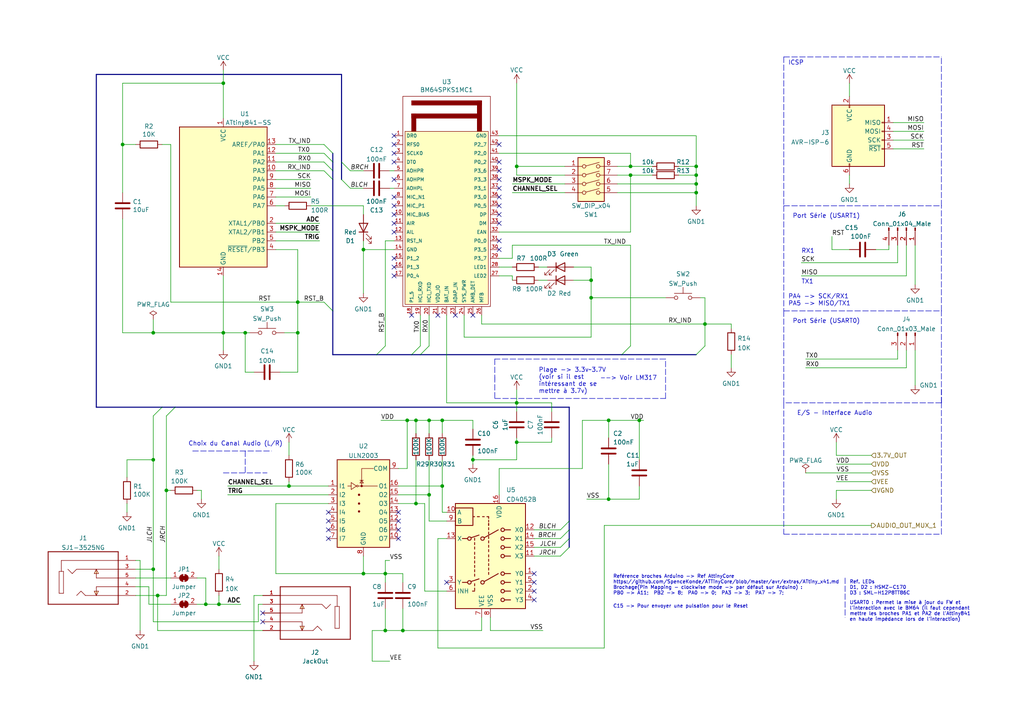
<source format=kicad_sch>
(kicad_sch (version 20211123) (generator eeschema)

  (uuid ed4af03a-a821-409a-b2bf-af50d050d35e)

  (paper "A4")

  (title_block
    (title "Embedded Speaker")
    (date "2022-01-24")
    (rev "2.0")
    (company "Université Paul Sabatier")
  )

  (lib_symbols
    (symbol "Analog_Switch:CD4052B" (in_bom yes) (on_board yes)
      (property "Reference" "U" (id 0) (at -10.16 16.51 0)
        (effects (font (size 1.27 1.27)) (justify left))
      )
      (property "Value" "CD4052B" (id 1) (at 3.81 16.51 0)
        (effects (font (size 1.27 1.27)) (justify left))
      )
      (property "Footprint" "" (id 2) (at 3.81 -19.05 0)
        (effects (font (size 1.27 1.27)) (justify left) hide)
      )
      (property "Datasheet" "http://www.ti.com/lit/ds/symlink/cd4052b.pdf" (id 3) (at -0.508 5.08 0)
        (effects (font (size 1.27 1.27)) hide)
      )
      (property "ki_keywords" "analog switch selector multiplexer" (id 4) (at 0 0 0)
        (effects (font (size 1.27 1.27)) hide)
      )
      (property "ki_description" "CMOS double 4-channel analog multiplexer/demultiplexer, TSSOP-16/DIP-16/SOIC-16" (id 5) (at 0 0 0)
        (effects (font (size 1.27 1.27)) hide)
      )
      (property "ki_fp_filters" "TSSOP*4.4x5mm*P0.65mm* DIP*W7.62* SOIC*3.9x9.9mm*P1.27mm* SO*5.3x10.2mm*P1.27mm*" (id 6) (at 0 0 0)
        (effects (font (size 1.27 1.27)) hide)
      )
      (symbol "CD4052B_0_1"
        (rectangle (start -10.16 8.89) (end -5.08 13.97)
          (stroke (width 0.254) (type default) (color 0 0 0 0))
          (fill (type none))
        )
        (rectangle (start -10.16 15.24) (end 10.16 -15.24)
          (stroke (width 0.254) (type default) (color 0 0 0 0))
          (fill (type background))
        )
        (circle (center -6.096 -7.62) (radius 0.508)
          (stroke (width 0.254) (type default) (color 0 0 0 0))
          (fill (type none))
        )
        (circle (center -6.096 5.08) (radius 0.508)
          (stroke (width 0.254) (type default) (color 0 0 0 0))
          (fill (type none))
        )
        (circle (center -2.286 -7.62) (radius 0.508)
          (stroke (width 0.254) (type default) (color 0 0 0 0))
          (fill (type none))
        )
        (circle (center -2.286 5.08) (radius 0.508)
          (stroke (width 0.254) (type default) (color 0 0 0 0))
          (fill (type none))
        )
        (polyline
          (pts
            (xy -8.128 -7.62)
            (xy -6.604 -7.62)
          )
          (stroke (width 0.254) (type default) (color 0 0 0 0))
          (fill (type none))
        )
        (polyline
          (pts
            (xy -8.128 5.08)
            (xy -6.604 5.08)
          )
          (stroke (width 0.254) (type default) (color 0 0 0 0))
          (fill (type none))
        )
        (polyline
          (pts
            (xy -5.588 -7.366)
            (xy -3.302 -6.604)
          )
          (stroke (width 0.254) (type default) (color 0 0 0 0))
          (fill (type none))
        )
        (polyline
          (pts
            (xy -5.588 5.334)
            (xy -3.302 6.096)
          )
          (stroke (width 0.254) (type default) (color 0 0 0 0))
          (fill (type none))
        )
        (polyline
          (pts
            (xy -4.572 -10.16)
            (xy -5.207 -10.16)
          )
          (stroke (width 0.254) (type default) (color 0 0 0 0))
          (fill (type none))
        )
        (polyline
          (pts
            (xy -4.572 -9.906)
            (xy -4.572 -9.271)
          )
          (stroke (width 0.254) (type default) (color 0 0 0 0))
          (fill (type none))
        )
        (polyline
          (pts
            (xy -4.572 -8.636)
            (xy -4.572 -8.001)
          )
          (stroke (width 0.254) (type default) (color 0 0 0 0))
          (fill (type none))
        )
        (polyline
          (pts
            (xy -4.572 -5.842)
            (xy -4.572 -5.207)
          )
          (stroke (width 0.254) (type default) (color 0 0 0 0))
          (fill (type none))
        )
        (polyline
          (pts
            (xy -4.572 -4.572)
            (xy -4.572 -3.937)
          )
          (stroke (width 0.254) (type default) (color 0 0 0 0))
          (fill (type none))
        )
        (polyline
          (pts
            (xy -4.572 -3.302)
            (xy -4.572 -2.667)
          )
          (stroke (width 0.254) (type default) (color 0 0 0 0))
          (fill (type none))
        )
        (polyline
          (pts
            (xy -4.572 -2.032)
            (xy -4.572 -1.397)
          )
          (stroke (width 0.254) (type default) (color 0 0 0 0))
          (fill (type none))
        )
        (polyline
          (pts
            (xy -4.572 -0.762)
            (xy -4.572 -0.127)
          )
          (stroke (width 0.254) (type default) (color 0 0 0 0))
          (fill (type none))
        )
        (polyline
          (pts
            (xy -4.572 0.508)
            (xy -4.572 1.143)
          )
          (stroke (width 0.254) (type default) (color 0 0 0 0))
          (fill (type none))
        )
        (polyline
          (pts
            (xy -4.572 2.032)
            (xy -4.572 2.667)
          )
          (stroke (width 0.254) (type default) (color 0 0 0 0))
          (fill (type none))
        )
        (polyline
          (pts
            (xy -4.572 3.302)
            (xy -4.572 3.937)
          )
          (stroke (width 0.254) (type default) (color 0 0 0 0))
          (fill (type none))
        )
        (polyline
          (pts
            (xy -4.572 4.572)
            (xy -4.572 5.207)
          )
          (stroke (width 0.254) (type default) (color 0 0 0 0))
          (fill (type none))
        )
        (polyline
          (pts
            (xy -4.572 11.43)
            (xy -5.08 11.43)
          )
          (stroke (width 0.254) (type default) (color 0 0 0 0))
          (fill (type none))
        )
        (polyline
          (pts
            (xy -3.81 11.43)
            (xy -3.175 11.43)
          )
          (stroke (width 0.254) (type default) (color 0 0 0 0))
          (fill (type none))
        )
        (polyline
          (pts
            (xy -1.778 -7.366)
            (xy 2.286 -5.08)
          )
          (stroke (width 0.254) (type default) (color 0 0 0 0))
          (fill (type none))
        )
        (polyline
          (pts
            (xy -1.778 5.334)
            (xy 2.286 7.62)
          )
          (stroke (width 0.254) (type default) (color 0 0 0 0))
          (fill (type none))
        )
        (polyline
          (pts
            (xy -1.778 11.43)
            (xy -2.286 11.43)
          )
          (stroke (width 0.254) (type default) (color 0 0 0 0))
          (fill (type none))
        )
        (polyline
          (pts
            (xy -0.508 -5.334)
            (xy -0.508 -4.699)
          )
          (stroke (width 0.254) (type default) (color 0 0 0 0))
          (fill (type none))
        )
        (polyline
          (pts
            (xy -0.508 -4.064)
            (xy -0.508 -3.429)
          )
          (stroke (width 0.254) (type default) (color 0 0 0 0))
          (fill (type none))
        )
        (polyline
          (pts
            (xy -0.508 -2.794)
            (xy -0.508 -2.159)
          )
          (stroke (width 0.254) (type default) (color 0 0 0 0))
          (fill (type none))
        )
        (polyline
          (pts
            (xy -0.508 -1.524)
            (xy -0.508 -0.889)
          )
          (stroke (width 0.254) (type default) (color 0 0 0 0))
          (fill (type none))
        )
        (polyline
          (pts
            (xy -0.508 -0.254)
            (xy -0.508 0.381)
          )
          (stroke (width 0.254) (type default) (color 0 0 0 0))
          (fill (type none))
        )
        (polyline
          (pts
            (xy -0.508 1.27)
            (xy -0.508 1.905)
          )
          (stroke (width 0.254) (type default) (color 0 0 0 0))
          (fill (type none))
        )
        (polyline
          (pts
            (xy -0.508 2.54)
            (xy -0.508 3.175)
          )
          (stroke (width 0.254) (type default) (color 0 0 0 0))
          (fill (type none))
        )
        (polyline
          (pts
            (xy -0.508 3.81)
            (xy -0.508 4.445)
          )
          (stroke (width 0.254) (type default) (color 0 0 0 0))
          (fill (type none))
        )
        (polyline
          (pts
            (xy -0.508 5.08)
            (xy -0.508 5.715)
          )
          (stroke (width 0.254) (type default) (color 0 0 0 0))
          (fill (type none))
        )
        (polyline
          (pts
            (xy -0.508 6.35)
            (xy -0.508 6.985)
          )
          (stroke (width 0.254) (type default) (color 0 0 0 0))
          (fill (type none))
        )
        (polyline
          (pts
            (xy -0.508 7.62)
            (xy -0.508 8.255)
          )
          (stroke (width 0.254) (type default) (color 0 0 0 0))
          (fill (type none))
        )
        (polyline
          (pts
            (xy -0.508 8.89)
            (xy -0.508 9.398)
          )
          (stroke (width 0.254) (type default) (color 0 0 0 0))
          (fill (type none))
        )
        (polyline
          (pts
            (xy -0.508 8.89)
            (xy -0.508 9.525)
          )
          (stroke (width 0.254) (type default) (color 0 0 0 0))
          (fill (type none))
        )
        (polyline
          (pts
            (xy -0.508 9.906)
            (xy -0.508 10.414)
          )
          (stroke (width 0.254) (type default) (color 0 0 0 0))
          (fill (type none))
        )
        (polyline
          (pts
            (xy -0.508 10.922)
            (xy -0.508 11.43)
          )
          (stroke (width 0.254) (type default) (color 0 0 0 0))
          (fill (type none))
        )
        (polyline
          (pts
            (xy -0.508 11.43)
            (xy -1.016 11.43)
          )
          (stroke (width 0.254) (type default) (color 0 0 0 0))
          (fill (type none))
        )
        (polyline
          (pts
            (xy 4.064 -12.7)
            (xy 5.842 -12.7)
          )
          (stroke (width 0.254) (type default) (color 0 0 0 0))
          (fill (type none))
        )
        (polyline
          (pts
            (xy 4.064 -10.16)
            (xy 5.842 -10.16)
          )
          (stroke (width 0.254) (type default) (color 0 0 0 0))
          (fill (type none))
        )
        (polyline
          (pts
            (xy 4.064 -7.62)
            (xy 5.842 -7.62)
          )
          (stroke (width 0.254) (type default) (color 0 0 0 0))
          (fill (type none))
        )
        (polyline
          (pts
            (xy 4.064 -5.08)
            (xy 5.842 -5.08)
          )
          (stroke (width 0.254) (type default) (color 0 0 0 0))
          (fill (type none))
        )
        (polyline
          (pts
            (xy 4.064 0)
            (xy 5.842 0)
          )
          (stroke (width 0.254) (type default) (color 0 0 0 0))
          (fill (type none))
        )
        (polyline
          (pts
            (xy 4.064 2.54)
            (xy 5.842 2.54)
          )
          (stroke (width 0.254) (type default) (color 0 0 0 0))
          (fill (type none))
        )
        (polyline
          (pts
            (xy 4.064 5.08)
            (xy 5.842 5.08)
          )
          (stroke (width 0.254) (type default) (color 0 0 0 0))
          (fill (type none))
        )
        (polyline
          (pts
            (xy 4.064 7.62)
            (xy 5.842 7.62)
          )
          (stroke (width 0.254) (type default) (color 0 0 0 0))
          (fill (type none))
        )
        (circle (center 3.556 -12.7) (radius 0.508)
          (stroke (width 0.254) (type default) (color 0 0 0 0))
          (fill (type none))
        )
        (circle (center 3.556 -10.16) (radius 0.508)
          (stroke (width 0.254) (type default) (color 0 0 0 0))
          (fill (type none))
        )
        (circle (center 3.556 -7.62) (radius 0.508)
          (stroke (width 0.254) (type default) (color 0 0 0 0))
          (fill (type none))
        )
        (circle (center 3.556 -5.08) (radius 0.508)
          (stroke (width 0.254) (type default) (color 0 0 0 0))
          (fill (type none))
        )
        (circle (center 3.556 0) (radius 0.508)
          (stroke (width 0.254) (type default) (color 0 0 0 0))
          (fill (type none))
        )
        (circle (center 3.556 2.54) (radius 0.508)
          (stroke (width 0.254) (type default) (color 0 0 0 0))
          (fill (type none))
        )
        (circle (center 3.556 5.08) (radius 0.508)
          (stroke (width 0.254) (type default) (color 0 0 0 0))
          (fill (type none))
        )
        (circle (center 3.556 7.62) (radius 0.508)
          (stroke (width 0.254) (type default) (color 0 0 0 0))
          (fill (type none))
        )
      )
      (symbol "CD4052B_1_1"
        (pin bidirectional line (at 12.7 -5.08 180) (length 2.54)
          (name "Y0" (effects (font (size 1.27 1.27))))
          (number "1" (effects (font (size 1.27 1.27))))
        )
        (pin input line (at -12.7 12.7 0) (length 2.54)
          (name "A" (effects (font (size 1.27 1.27))))
          (number "10" (effects (font (size 1.27 1.27))))
        )
        (pin bidirectional line (at 12.7 0 180) (length 2.54)
          (name "X3" (effects (font (size 1.27 1.27))))
          (number "11" (effects (font (size 1.27 1.27))))
        )
        (pin bidirectional line (at 12.7 7.62 180) (length 2.54)
          (name "X0" (effects (font (size 1.27 1.27))))
          (number "12" (effects (font (size 1.27 1.27))))
        )
        (pin bidirectional line (at -12.7 5.08 0) (length 2.54)
          (name "X" (effects (font (size 1.27 1.27))))
          (number "13" (effects (font (size 1.27 1.27))))
        )
        (pin bidirectional line (at 12.7 5.08 180) (length 2.54)
          (name "X1" (effects (font (size 1.27 1.27))))
          (number "14" (effects (font (size 1.27 1.27))))
        )
        (pin bidirectional line (at 12.7 2.54 180) (length 2.54)
          (name "X2" (effects (font (size 1.27 1.27))))
          (number "15" (effects (font (size 1.27 1.27))))
        )
        (pin power_in line (at 2.54 17.78 270) (length 2.54)
          (name "VDD" (effects (font (size 1.27 1.27))))
          (number "16" (effects (font (size 1.27 1.27))))
        )
        (pin bidirectional line (at 12.7 -10.16 180) (length 2.54)
          (name "Y2" (effects (font (size 1.27 1.27))))
          (number "2" (effects (font (size 1.27 1.27))))
        )
        (pin bidirectional line (at -12.7 -7.62 0) (length 2.54)
          (name "Y" (effects (font (size 1.27 1.27))))
          (number "3" (effects (font (size 1.27 1.27))))
        )
        (pin bidirectional line (at 12.7 -12.7 180) (length 2.54)
          (name "Y3" (effects (font (size 1.27 1.27))))
          (number "4" (effects (font (size 1.27 1.27))))
        )
        (pin bidirectional line (at 12.7 -7.62 180) (length 2.54)
          (name "Y1" (effects (font (size 1.27 1.27))))
          (number "5" (effects (font (size 1.27 1.27))))
        )
        (pin input line (at -12.7 -10.16 0) (length 2.54)
          (name "INH" (effects (font (size 1.27 1.27))))
          (number "6" (effects (font (size 1.27 1.27))))
        )
        (pin power_in line (at -2.54 -17.78 90) (length 2.54)
          (name "VEE" (effects (font (size 1.27 1.27))))
          (number "7" (effects (font (size 1.27 1.27))))
        )
        (pin power_in line (at 0 -17.78 90) (length 2.54)
          (name "VSS" (effects (font (size 1.27 1.27))))
          (number "8" (effects (font (size 1.27 1.27))))
        )
        (pin input line (at -12.7 10.16 0) (length 2.54)
          (name "B" (effects (font (size 1.27 1.27))))
          (number "9" (effects (font (size 1.27 1.27))))
        )
      )
    )
    (symbol "BM64:BM64" (pin_names (offset 1.016)) (in_bom yes) (on_board yes)
      (property "Reference" "U" (id 0) (at 0 0 0)
        (effects (font (size 1.27 1.27)))
      )
      (property "Value" "BM64" (id 1) (at 0 -2.54 0)
        (effects (font (size 1.27 1.27)))
      )
      (property "Footprint" "" (id 2) (at 0 0 0)
        (effects (font (size 1.27 1.27)) hide)
      )
      (property "Datasheet" "" (id 3) (at 0 0 0)
        (effects (font (size 1.27 1.27)) hide)
      )
      (symbol "BM64_0_1"
        (rectangle (start -12.7 -3.81) (end 12.7 -64.77)
          (stroke (width 0) (type default) (color 0 0 0 0))
          (fill (type none))
        )
        (rectangle (start -12.065 -13.97) (end 12.065 -64.135)
          (stroke (width 0) (type default) (color 0 0 0 0))
          (fill (type background))
        )
        (rectangle (start -10.16 -8.89) (end -8.89 -13.97)
          (stroke (width 0) (type default) (color 0 0 0 0))
          (fill (type outline))
        )
        (rectangle (start -10.16 -8.89) (end 8.89 -10.16)
          (stroke (width 0) (type default) (color 0 0 0 0))
          (fill (type outline))
        )
        (rectangle (start -10.16 -5.08) (end 10.16 -6.35)
          (stroke (width 0) (type default) (color 0 0 0 0))
          (fill (type outline))
        )
        (rectangle (start 8.89 -5.08) (end 10.16 -13.97)
          (stroke (width 0) (type default) (color 0 0 0 0))
          (fill (type outline))
        )
      )
      (symbol "BM64_1_1"
        (pin bidirectional line (at -15.24 -15.24 0) (length 2.54)
          (name "DR0" (effects (font (size 0.9906 0.9906))))
          (number "1" (effects (font (size 0.9906 0.9906))))
        )
        (pin power_out line (at -15.24 -38.1 0) (length 2.54)
          (name "MIC_BIAS" (effects (font (size 0.9906 0.9906))))
          (number "10" (effects (font (size 0.9906 0.9906))))
        )
        (pin input line (at -15.24 -40.64 0) (length 2.54)
          (name "AIR" (effects (font (size 0.9906 0.9906))))
          (number "11" (effects (font (size 0.9906 0.9906))))
        )
        (pin input line (at -15.24 -43.18 0) (length 2.54)
          (name "AIL" (effects (font (size 0.9906 0.9906))))
          (number "12" (effects (font (size 0.9906 0.9906))))
        )
        (pin input line (at -15.24 -45.72 0) (length 2.54)
          (name "RST_N" (effects (font (size 0.9906 0.9906))))
          (number "13" (effects (font (size 0.9906 0.9906))))
        )
        (pin power_in line (at -15.24 -48.26 0) (length 2.54)
          (name "GND" (effects (font (size 0.9906 0.9906))))
          (number "14" (effects (font (size 0.9906 0.9906))))
        )
        (pin bidirectional line (at -15.24 -50.8 0) (length 2.54)
          (name "P1_2" (effects (font (size 0.9906 0.9906))))
          (number "15" (effects (font (size 0.9906 0.9906))))
        )
        (pin bidirectional line (at -15.24 -53.34 0) (length 2.54)
          (name "P1_3" (effects (font (size 0.9906 0.9906))))
          (number "16" (effects (font (size 0.9906 0.9906))))
        )
        (pin bidirectional line (at -15.24 -55.88 0) (length 2.54)
          (name "P0_4" (effects (font (size 0.9906 0.9906))))
          (number "17" (effects (font (size 0.9906 0.9906))))
        )
        (pin bidirectional line (at -10.16 -67.31 90) (length 2.54)
          (name "P1_5" (effects (font (size 0.889 0.889))))
          (number "18" (effects (font (size 0.889 0.889))))
        )
        (pin input line (at -7.62 -67.31 90) (length 2.54)
          (name "HCI_RXD" (effects (font (size 0.9906 0.9906))))
          (number "19" (effects (font (size 0.9906 0.9906))))
        )
        (pin bidirectional line (at -15.24 -17.78 0) (length 2.54)
          (name "RFS0" (effects (font (size 0.9906 0.9906))))
          (number "2" (effects (font (size 0.9906 0.9906))))
        )
        (pin output line (at -5.08 -67.31 90) (length 2.54)
          (name "HCI_TXD" (effects (font (size 0.9906 0.9906))))
          (number "20" (effects (font (size 0.9906 0.9906))))
        )
        (pin power_out line (at -2.54 -67.31 90) (length 2.54)
          (name "VDD_IO" (effects (font (size 0.9906 0.9906))))
          (number "21" (effects (font (size 0.9906 0.9906))))
        )
        (pin power_in line (at 0 -67.31 90) (length 2.54)
          (name "BAT_IN" (effects (font (size 0.9906 0.9906))))
          (number "22" (effects (font (size 0.9906 0.9906))))
        )
        (pin power_in line (at 2.54 -67.31 90) (length 2.54)
          (name "ADAP_IN" (effects (font (size 0.9906 0.9906))))
          (number "23" (effects (font (size 0.9906 0.9906))))
        )
        (pin power_out line (at 5.08 -67.31 90) (length 2.54)
          (name "SYS_PWR" (effects (font (size 0.9906 0.9906))))
          (number "24" (effects (font (size 0.9906 0.9906))))
        )
        (pin power_in line (at 7.62 -67.31 90) (length 2.54)
          (name "AMB_DET" (effects (font (size 0.9906 0.9906))))
          (number "25" (effects (font (size 0.9906 0.9906))))
        )
        (pin input line (at 10.16 -67.31 90) (length 2.54)
          (name "MFB" (effects (font (size 0.9906 0.9906))))
          (number "26" (effects (font (size 0.9906 0.9906))))
        )
        (pin output line (at 15.24 -55.88 180) (length 2.54)
          (name "LED2" (effects (font (size 0.9906 0.9906))))
          (number "27" (effects (font (size 0.9906 0.9906))))
        )
        (pin output line (at 15.24 -53.34 180) (length 2.54)
          (name "LED1" (effects (font (size 0.9906 0.9906))))
          (number "28" (effects (font (size 0.9906 0.9906))))
        )
        (pin bidirectional line (at 15.24 -50.8 180) (length 2.54)
          (name "P3_7" (effects (font (size 0.9906 0.9906))))
          (number "29" (effects (font (size 0.9906 0.9906))))
        )
        (pin bidirectional line (at -15.24 -20.32 0) (length 2.54)
          (name "SCLK0" (effects (font (size 0.9906 0.9906))))
          (number "3" (effects (font (size 0.9906 0.9906))))
        )
        (pin bidirectional line (at 15.24 -48.26 180) (length 2.54)
          (name "P3_5" (effects (font (size 0.9906 0.9906))))
          (number "30" (effects (font (size 0.9906 0.9906))))
        )
        (pin bidirectional line (at 15.24 -45.72 180) (length 2.54)
          (name "P0_0" (effects (font (size 0.9906 0.9906))))
          (number "31" (effects (font (size 0.9906 0.9906))))
        )
        (pin input line (at 15.24 -43.18 180) (length 2.54)
          (name "EAN" (effects (font (size 0.9906 0.9906))))
          (number "32" (effects (font (size 0.9906 0.9906))))
        )
        (pin bidirectional line (at 15.24 -40.64 180) (length 2.54)
          (name "DM" (effects (font (size 0.9906 0.9906))))
          (number "33" (effects (font (size 0.9906 0.9906))))
        )
        (pin bidirectional line (at 15.24 -38.1 180) (length 2.54)
          (name "DP" (effects (font (size 0.9906 0.9906))))
          (number "34" (effects (font (size 0.9906 0.9906))))
        )
        (pin bidirectional line (at 15.24 -35.56 180) (length 2.54)
          (name "P0_5" (effects (font (size 0.9906 0.9906))))
          (number "35" (effects (font (size 0.9906 0.9906))))
        )
        (pin bidirectional line (at 15.24 -33.02 180) (length 2.54)
          (name "P3_0" (effects (font (size 0.9906 0.9906))))
          (number "36" (effects (font (size 0.9906 0.9906))))
        )
        (pin bidirectional line (at 15.24 -30.48 180) (length 2.54)
          (name "P3_1" (effects (font (size 0.9906 0.9906))))
          (number "37" (effects (font (size 0.9906 0.9906))))
        )
        (pin bidirectional line (at 15.24 -27.94 180) (length 2.54)
          (name "P3_3" (effects (font (size 0.9906 0.9906))))
          (number "38" (effects (font (size 0.9906 0.9906))))
        )
        (pin bidirectional line (at 15.24 -25.4 180) (length 2.54)
          (name "P3_6" (effects (font (size 0.9906 0.9906))))
          (number "39" (effects (font (size 0.9906 0.9906))))
        )
        (pin bidirectional line (at -15.24 -22.86 0) (length 2.54)
          (name "DT0" (effects (font (size 0.9906 0.9906))))
          (number "4" (effects (font (size 0.9906 0.9906))))
        )
        (pin bidirectional line (at 15.24 -22.86 180) (length 2.54)
          (name "P0_2" (effects (font (size 0.9906 0.9906))))
          (number "40" (effects (font (size 0.9906 0.9906))))
        )
        (pin bidirectional line (at 15.24 -20.32 180) (length 2.54)
          (name "P2_0" (effects (font (size 0.9906 0.9906))))
          (number "41" (effects (font (size 0.9906 0.9906))))
        )
        (pin bidirectional line (at 15.24 -17.78 180) (length 2.54)
          (name "P2_7" (effects (font (size 0.9906 0.9906))))
          (number "42" (effects (font (size 0.9906 0.9906))))
        )
        (pin power_in line (at 15.24 -15.24 180) (length 2.54)
          (name "GND" (effects (font (size 0.9906 0.9906))))
          (number "43" (effects (font (size 0.9906 0.9906))))
        )
        (pin output line (at -15.24 -25.4 0) (length 2.54)
          (name "AOHPR" (effects (font (size 0.9906 0.9906))))
          (number "5" (effects (font (size 0.9906 0.9906))))
        )
        (pin output line (at -15.24 -27.94 0) (length 2.54)
          (name "AOHPM" (effects (font (size 0.9906 0.9906))))
          (number "6" (effects (font (size 0.9906 0.9906))))
        )
        (pin output line (at -15.24 -30.48 0) (length 2.54)
          (name "AOHPL" (effects (font (size 0.9906 0.9906))))
          (number "7" (effects (font (size 0.9906 0.9906))))
        )
        (pin input line (at -15.24 -33.02 0) (length 2.54)
          (name "MIC_N1" (effects (font (size 0.9906 0.9906))))
          (number "8" (effects (font (size 0.9906 0.9906))))
        )
        (pin input line (at -15.24 -35.56 0) (length 2.54)
          (name "MIC_P1" (effects (font (size 0.9906 0.9906))))
          (number "9" (effects (font (size 0.9906 0.9906))))
        )
      )
    )
    (symbol "Connector:AVR-ISP-6" (pin_names (offset 1.016)) (in_bom yes) (on_board yes)
      (property "Reference" "J" (id 0) (at -6.35 11.43 0)
        (effects (font (size 1.27 1.27)) (justify left))
      )
      (property "Value" "AVR-ISP-6" (id 1) (at 0 11.43 0)
        (effects (font (size 1.27 1.27)) (justify left))
      )
      (property "Footprint" "" (id 2) (at -6.35 1.27 90)
        (effects (font (size 1.27 1.27)) hide)
      )
      (property "Datasheet" " ~" (id 3) (at -32.385 -13.97 0)
        (effects (font (size 1.27 1.27)) hide)
      )
      (property "ki_keywords" "AVR ISP Connector" (id 4) (at 0 0 0)
        (effects (font (size 1.27 1.27)) hide)
      )
      (property "ki_description" "Atmel 6-pin ISP connector" (id 5) (at 0 0 0)
        (effects (font (size 1.27 1.27)) hide)
      )
      (property "ki_fp_filters" "IDC?Header*2x03* Pin?Header*2x03*" (id 6) (at 0 0 0)
        (effects (font (size 1.27 1.27)) hide)
      )
      (symbol "AVR-ISP-6_0_1"
        (rectangle (start -2.667 -6.858) (end -2.413 -7.62)
          (stroke (width 0) (type default) (color 0 0 0 0))
          (fill (type none))
        )
        (rectangle (start -2.667 10.16) (end -2.413 9.398)
          (stroke (width 0) (type default) (color 0 0 0 0))
          (fill (type none))
        )
        (rectangle (start 7.62 -2.413) (end 6.858 -2.667)
          (stroke (width 0) (type default) (color 0 0 0 0))
          (fill (type none))
        )
        (rectangle (start 7.62 0.127) (end 6.858 -0.127)
          (stroke (width 0) (type default) (color 0 0 0 0))
          (fill (type none))
        )
        (rectangle (start 7.62 2.667) (end 6.858 2.413)
          (stroke (width 0) (type default) (color 0 0 0 0))
          (fill (type none))
        )
        (rectangle (start 7.62 5.207) (end 6.858 4.953)
          (stroke (width 0) (type default) (color 0 0 0 0))
          (fill (type none))
        )
        (rectangle (start 7.62 10.16) (end -7.62 -7.62)
          (stroke (width 0.254) (type default) (color 0 0 0 0))
          (fill (type background))
        )
      )
      (symbol "AVR-ISP-6_1_1"
        (pin passive line (at 10.16 5.08 180) (length 2.54)
          (name "MISO" (effects (font (size 1.27 1.27))))
          (number "1" (effects (font (size 1.27 1.27))))
        )
        (pin passive line (at -2.54 12.7 270) (length 2.54)
          (name "VCC" (effects (font (size 1.27 1.27))))
          (number "2" (effects (font (size 1.27 1.27))))
        )
        (pin passive line (at 10.16 0 180) (length 2.54)
          (name "SCK" (effects (font (size 1.27 1.27))))
          (number "3" (effects (font (size 1.27 1.27))))
        )
        (pin passive line (at 10.16 2.54 180) (length 2.54)
          (name "MOSI" (effects (font (size 1.27 1.27))))
          (number "4" (effects (font (size 1.27 1.27))))
        )
        (pin passive line (at 10.16 -2.54 180) (length 2.54)
          (name "~{RST}" (effects (font (size 1.27 1.27))))
          (number "5" (effects (font (size 1.27 1.27))))
        )
        (pin passive line (at -2.54 -10.16 90) (length 2.54)
          (name "GND" (effects (font (size 1.27 1.27))))
          (number "6" (effects (font (size 1.27 1.27))))
        )
      )
    )
    (symbol "Connector:Conn_01x03_Male" (pin_names (offset 1.016) hide) (in_bom yes) (on_board yes)
      (property "Reference" "J" (id 0) (at 0 5.08 0)
        (effects (font (size 1.27 1.27)))
      )
      (property "Value" "Conn_01x03_Male" (id 1) (at 0 -5.08 0)
        (effects (font (size 1.27 1.27)))
      )
      (property "Footprint" "" (id 2) (at 0 0 0)
        (effects (font (size 1.27 1.27)) hide)
      )
      (property "Datasheet" "~" (id 3) (at 0 0 0)
        (effects (font (size 1.27 1.27)) hide)
      )
      (property "ki_keywords" "connector" (id 4) (at 0 0 0)
        (effects (font (size 1.27 1.27)) hide)
      )
      (property "ki_description" "Generic connector, single row, 01x03, script generated (kicad-library-utils/schlib/autogen/connector/)" (id 5) (at 0 0 0)
        (effects (font (size 1.27 1.27)) hide)
      )
      (property "ki_fp_filters" "Connector*:*_1x??_*" (id 6) (at 0 0 0)
        (effects (font (size 1.27 1.27)) hide)
      )
      (symbol "Conn_01x03_Male_1_1"
        (polyline
          (pts
            (xy 1.27 -2.54)
            (xy 0.8636 -2.54)
          )
          (stroke (width 0.1524) (type default) (color 0 0 0 0))
          (fill (type none))
        )
        (polyline
          (pts
            (xy 1.27 0)
            (xy 0.8636 0)
          )
          (stroke (width 0.1524) (type default) (color 0 0 0 0))
          (fill (type none))
        )
        (polyline
          (pts
            (xy 1.27 2.54)
            (xy 0.8636 2.54)
          )
          (stroke (width 0.1524) (type default) (color 0 0 0 0))
          (fill (type none))
        )
        (rectangle (start 0.8636 -2.413) (end 0 -2.667)
          (stroke (width 0.1524) (type default) (color 0 0 0 0))
          (fill (type outline))
        )
        (rectangle (start 0.8636 0.127) (end 0 -0.127)
          (stroke (width 0.1524) (type default) (color 0 0 0 0))
          (fill (type outline))
        )
        (rectangle (start 0.8636 2.667) (end 0 2.413)
          (stroke (width 0.1524) (type default) (color 0 0 0 0))
          (fill (type outline))
        )
        (pin passive line (at 5.08 2.54 180) (length 3.81)
          (name "Pin_1" (effects (font (size 1.27 1.27))))
          (number "1" (effects (font (size 1.27 1.27))))
        )
        (pin passive line (at 5.08 0 180) (length 3.81)
          (name "Pin_2" (effects (font (size 1.27 1.27))))
          (number "2" (effects (font (size 1.27 1.27))))
        )
        (pin passive line (at 5.08 -2.54 180) (length 3.81)
          (name "Pin_3" (effects (font (size 1.27 1.27))))
          (number "3" (effects (font (size 1.27 1.27))))
        )
      )
    )
    (symbol "Connector:Conn_01x04_Male" (pin_names (offset 1.016) hide) (in_bom yes) (on_board yes)
      (property "Reference" "J" (id 0) (at 0 5.08 0)
        (effects (font (size 1.27 1.27)))
      )
      (property "Value" "Conn_01x04_Male" (id 1) (at 0 -7.62 0)
        (effects (font (size 1.27 1.27)))
      )
      (property "Footprint" "" (id 2) (at 0 0 0)
        (effects (font (size 1.27 1.27)) hide)
      )
      (property "Datasheet" "~" (id 3) (at 0 0 0)
        (effects (font (size 1.27 1.27)) hide)
      )
      (property "ki_keywords" "connector" (id 4) (at 0 0 0)
        (effects (font (size 1.27 1.27)) hide)
      )
      (property "ki_description" "Generic connector, single row, 01x04, script generated (kicad-library-utils/schlib/autogen/connector/)" (id 5) (at 0 0 0)
        (effects (font (size 1.27 1.27)) hide)
      )
      (property "ki_fp_filters" "Connector*:*_1x??_*" (id 6) (at 0 0 0)
        (effects (font (size 1.27 1.27)) hide)
      )
      (symbol "Conn_01x04_Male_1_1"
        (polyline
          (pts
            (xy 1.27 -5.08)
            (xy 0.8636 -5.08)
          )
          (stroke (width 0.1524) (type default) (color 0 0 0 0))
          (fill (type none))
        )
        (polyline
          (pts
            (xy 1.27 -2.54)
            (xy 0.8636 -2.54)
          )
          (stroke (width 0.1524) (type default) (color 0 0 0 0))
          (fill (type none))
        )
        (polyline
          (pts
            (xy 1.27 0)
            (xy 0.8636 0)
          )
          (stroke (width 0.1524) (type default) (color 0 0 0 0))
          (fill (type none))
        )
        (polyline
          (pts
            (xy 1.27 2.54)
            (xy 0.8636 2.54)
          )
          (stroke (width 0.1524) (type default) (color 0 0 0 0))
          (fill (type none))
        )
        (rectangle (start 0.8636 -4.953) (end 0 -5.207)
          (stroke (width 0.1524) (type default) (color 0 0 0 0))
          (fill (type outline))
        )
        (rectangle (start 0.8636 -2.413) (end 0 -2.667)
          (stroke (width 0.1524) (type default) (color 0 0 0 0))
          (fill (type outline))
        )
        (rectangle (start 0.8636 0.127) (end 0 -0.127)
          (stroke (width 0.1524) (type default) (color 0 0 0 0))
          (fill (type outline))
        )
        (rectangle (start 0.8636 2.667) (end 0 2.413)
          (stroke (width 0.1524) (type default) (color 0 0 0 0))
          (fill (type outline))
        )
        (pin passive line (at 5.08 2.54 180) (length 3.81)
          (name "Pin_1" (effects (font (size 1.27 1.27))))
          (number "1" (effects (font (size 1.27 1.27))))
        )
        (pin passive line (at 5.08 0 180) (length 3.81)
          (name "Pin_2" (effects (font (size 1.27 1.27))))
          (number "2" (effects (font (size 1.27 1.27))))
        )
        (pin passive line (at 5.08 -2.54 180) (length 3.81)
          (name "Pin_3" (effects (font (size 1.27 1.27))))
          (number "3" (effects (font (size 1.27 1.27))))
        )
        (pin passive line (at 5.08 -5.08 180) (length 3.81)
          (name "Pin_4" (effects (font (size 1.27 1.27))))
          (number "4" (effects (font (size 1.27 1.27))))
        )
      )
    )
    (symbol "Device:C" (pin_numbers hide) (pin_names (offset 0.254)) (in_bom yes) (on_board yes)
      (property "Reference" "C" (id 0) (at 0.635 2.54 0)
        (effects (font (size 1.27 1.27)) (justify left))
      )
      (property "Value" "C" (id 1) (at 0.635 -2.54 0)
        (effects (font (size 1.27 1.27)) (justify left))
      )
      (property "Footprint" "" (id 2) (at 0.9652 -3.81 0)
        (effects (font (size 1.27 1.27)) hide)
      )
      (property "Datasheet" "~" (id 3) (at 0 0 0)
        (effects (font (size 1.27 1.27)) hide)
      )
      (property "ki_keywords" "cap capacitor" (id 4) (at 0 0 0)
        (effects (font (size 1.27 1.27)) hide)
      )
      (property "ki_description" "Unpolarized capacitor" (id 5) (at 0 0 0)
        (effects (font (size 1.27 1.27)) hide)
      )
      (property "ki_fp_filters" "C_*" (id 6) (at 0 0 0)
        (effects (font (size 1.27 1.27)) hide)
      )
      (symbol "C_0_1"
        (polyline
          (pts
            (xy -2.032 -0.762)
            (xy 2.032 -0.762)
          )
          (stroke (width 0.508) (type default) (color 0 0 0 0))
          (fill (type none))
        )
        (polyline
          (pts
            (xy -2.032 0.762)
            (xy 2.032 0.762)
          )
          (stroke (width 0.508) (type default) (color 0 0 0 0))
          (fill (type none))
        )
      )
      (symbol "C_1_1"
        (pin passive line (at 0 3.81 270) (length 2.794)
          (name "~" (effects (font (size 1.27 1.27))))
          (number "1" (effects (font (size 1.27 1.27))))
        )
        (pin passive line (at 0 -3.81 90) (length 2.794)
          (name "~" (effects (font (size 1.27 1.27))))
          (number "2" (effects (font (size 1.27 1.27))))
        )
      )
    )
    (symbol "Device:LED" (pin_numbers hide) (pin_names (offset 1.016) hide) (in_bom yes) (on_board yes)
      (property "Reference" "D" (id 0) (at 0 2.54 0)
        (effects (font (size 1.27 1.27)))
      )
      (property "Value" "LED" (id 1) (at 0 -2.54 0)
        (effects (font (size 1.27 1.27)))
      )
      (property "Footprint" "" (id 2) (at 0 0 0)
        (effects (font (size 1.27 1.27)) hide)
      )
      (property "Datasheet" "~" (id 3) (at 0 0 0)
        (effects (font (size 1.27 1.27)) hide)
      )
      (property "ki_keywords" "LED diode" (id 4) (at 0 0 0)
        (effects (font (size 1.27 1.27)) hide)
      )
      (property "ki_description" "Light emitting diode" (id 5) (at 0 0 0)
        (effects (font (size 1.27 1.27)) hide)
      )
      (property "ki_fp_filters" "LED* LED_SMD:* LED_THT:*" (id 6) (at 0 0 0)
        (effects (font (size 1.27 1.27)) hide)
      )
      (symbol "LED_0_1"
        (polyline
          (pts
            (xy -1.27 -1.27)
            (xy -1.27 1.27)
          )
          (stroke (width 0.254) (type default) (color 0 0 0 0))
          (fill (type none))
        )
        (polyline
          (pts
            (xy -1.27 0)
            (xy 1.27 0)
          )
          (stroke (width 0) (type default) (color 0 0 0 0))
          (fill (type none))
        )
        (polyline
          (pts
            (xy 1.27 -1.27)
            (xy 1.27 1.27)
            (xy -1.27 0)
            (xy 1.27 -1.27)
          )
          (stroke (width 0.254) (type default) (color 0 0 0 0))
          (fill (type none))
        )
        (polyline
          (pts
            (xy -3.048 -0.762)
            (xy -4.572 -2.286)
            (xy -3.81 -2.286)
            (xy -4.572 -2.286)
            (xy -4.572 -1.524)
          )
          (stroke (width 0) (type default) (color 0 0 0 0))
          (fill (type none))
        )
        (polyline
          (pts
            (xy -1.778 -0.762)
            (xy -3.302 -2.286)
            (xy -2.54 -2.286)
            (xy -3.302 -2.286)
            (xy -3.302 -1.524)
          )
          (stroke (width 0) (type default) (color 0 0 0 0))
          (fill (type none))
        )
      )
      (symbol "LED_1_1"
        (pin passive line (at -3.81 0 0) (length 2.54)
          (name "K" (effects (font (size 1.27 1.27))))
          (number "1" (effects (font (size 1.27 1.27))))
        )
        (pin passive line (at 3.81 0 180) (length 2.54)
          (name "A" (effects (font (size 1.27 1.27))))
          (number "2" (effects (font (size 1.27 1.27))))
        )
      )
    )
    (symbol "Device:R" (pin_numbers hide) (pin_names (offset 0)) (in_bom yes) (on_board yes)
      (property "Reference" "R" (id 0) (at 2.032 0 90)
        (effects (font (size 1.27 1.27)))
      )
      (property "Value" "R" (id 1) (at 0 0 90)
        (effects (font (size 1.27 1.27)))
      )
      (property "Footprint" "" (id 2) (at -1.778 0 90)
        (effects (font (size 1.27 1.27)) hide)
      )
      (property "Datasheet" "~" (id 3) (at 0 0 0)
        (effects (font (size 1.27 1.27)) hide)
      )
      (property "ki_keywords" "R res resistor" (id 4) (at 0 0 0)
        (effects (font (size 1.27 1.27)) hide)
      )
      (property "ki_description" "Resistor" (id 5) (at 0 0 0)
        (effects (font (size 1.27 1.27)) hide)
      )
      (property "ki_fp_filters" "R_*" (id 6) (at 0 0 0)
        (effects (font (size 1.27 1.27)) hide)
      )
      (symbol "R_0_1"
        (rectangle (start -1.016 -2.54) (end 1.016 2.54)
          (stroke (width 0.254) (type default) (color 0 0 0 0))
          (fill (type none))
        )
      )
      (symbol "R_1_1"
        (pin passive line (at 0 3.81 270) (length 1.27)
          (name "~" (effects (font (size 1.27 1.27))))
          (number "1" (effects (font (size 1.27 1.27))))
        )
        (pin passive line (at 0 -3.81 90) (length 1.27)
          (name "~" (effects (font (size 1.27 1.27))))
          (number "2" (effects (font (size 1.27 1.27))))
        )
      )
    )
    (symbol "Jumper:SolderJumper_2_Bridged" (pin_names (offset 0) hide) (in_bom yes) (on_board yes)
      (property "Reference" "JP" (id 0) (at 0 2.032 0)
        (effects (font (size 1.27 1.27)))
      )
      (property "Value" "SolderJumper_2_Bridged" (id 1) (at 0 -2.54 0)
        (effects (font (size 1.27 1.27)))
      )
      (property "Footprint" "" (id 2) (at 0 0 0)
        (effects (font (size 1.27 1.27)) hide)
      )
      (property "Datasheet" "~" (id 3) (at 0 0 0)
        (effects (font (size 1.27 1.27)) hide)
      )
      (property "ki_keywords" "solder jumper SPST" (id 4) (at 0 0 0)
        (effects (font (size 1.27 1.27)) hide)
      )
      (property "ki_description" "Solder Jumper, 2-pole, closed/bridged" (id 5) (at 0 0 0)
        (effects (font (size 1.27 1.27)) hide)
      )
      (property "ki_fp_filters" "SolderJumper*Bridged*" (id 6) (at 0 0 0)
        (effects (font (size 1.27 1.27)) hide)
      )
      (symbol "SolderJumper_2_Bridged_0_1"
        (rectangle (start -0.508 0.508) (end 0.508 -0.508)
          (stroke (width 0) (type default) (color 0 0 0 0))
          (fill (type outline))
        )
        (arc (start -0.254 1.016) (mid -1.27 0) (end -0.254 -1.016)
          (stroke (width 0) (type default) (color 0 0 0 0))
          (fill (type none))
        )
        (arc (start -0.254 1.016) (mid -1.27 0) (end -0.254 -1.016)
          (stroke (width 0) (type default) (color 0 0 0 0))
          (fill (type outline))
        )
        (polyline
          (pts
            (xy -0.254 1.016)
            (xy -0.254 -1.016)
          )
          (stroke (width 0) (type default) (color 0 0 0 0))
          (fill (type none))
        )
        (polyline
          (pts
            (xy 0.254 1.016)
            (xy 0.254 -1.016)
          )
          (stroke (width 0) (type default) (color 0 0 0 0))
          (fill (type none))
        )
        (arc (start 0.254 -1.016) (mid 1.27 0) (end 0.254 1.016)
          (stroke (width 0) (type default) (color 0 0 0 0))
          (fill (type none))
        )
        (arc (start 0.254 -1.016) (mid 1.27 0) (end 0.254 1.016)
          (stroke (width 0) (type default) (color 0 0 0 0))
          (fill (type outline))
        )
      )
      (symbol "SolderJumper_2_Bridged_1_1"
        (pin passive line (at -3.81 0 0) (length 2.54)
          (name "A" (effects (font (size 1.27 1.27))))
          (number "1" (effects (font (size 1.27 1.27))))
        )
        (pin passive line (at 3.81 0 180) (length 2.54)
          (name "B" (effects (font (size 1.27 1.27))))
          (number "2" (effects (font (size 1.27 1.27))))
        )
      )
    )
    (symbol "MCU_Microchip_ATtiny:ATtiny841-SS" (in_bom yes) (on_board yes)
      (property "Reference" "U" (id 0) (at -12.7 21.59 0)
        (effects (font (size 1.27 1.27)) (justify left bottom))
      )
      (property "Value" "ATtiny841-SS" (id 1) (at 2.54 -21.59 0)
        (effects (font (size 1.27 1.27)) (justify left top))
      )
      (property "Footprint" "Package_SO:SOIC-14_3.9x8.7mm_P1.27mm" (id 2) (at 0 0 0)
        (effects (font (size 1.27 1.27) italic) hide)
      )
      (property "Datasheet" "http://ww1.microchip.com/downloads/en/DeviceDoc/Atmel-8495-8-bit-AVR-Microcontrollers-ATtiny441-ATtiny841_Datasheet.pdf" (id 3) (at 0 0 0)
        (effects (font (size 1.27 1.27)) hide)
      )
      (property "ki_keywords" "AVR 8bit Microcontroller tinyAVR" (id 4) (at 0 0 0)
        (effects (font (size 1.27 1.27)) hide)
      )
      (property "ki_description" "16MHz, 8kB Flash, 512B SRAM, 512B EEPROM, ADC, ACI, debugWIRE, SOIC-14" (id 5) (at 0 0 0)
        (effects (font (size 1.27 1.27)) hide)
      )
      (property "ki_fp_filters" "SOIC*3.9x8.7mm*P1.27mm*" (id 6) (at 0 0 0)
        (effects (font (size 1.27 1.27)) hide)
      )
      (symbol "ATtiny841-SS_0_1"
        (rectangle (start -12.7 -20.32) (end 12.7 20.32)
          (stroke (width 0.254) (type default) (color 0 0 0 0))
          (fill (type background))
        )
      )
      (symbol "ATtiny841-SS_1_1"
        (pin power_in line (at 0 22.86 270) (length 2.54)
          (name "VCC" (effects (font (size 1.27 1.27))))
          (number "1" (effects (font (size 1.27 1.27))))
        )
        (pin bidirectional line (at 15.24 7.62 180) (length 2.54)
          (name "PA3" (effects (font (size 1.27 1.27))))
          (number "10" (effects (font (size 1.27 1.27))))
        )
        (pin bidirectional line (at 15.24 10.16 180) (length 2.54)
          (name "PA2" (effects (font (size 1.27 1.27))))
          (number "11" (effects (font (size 1.27 1.27))))
        )
        (pin bidirectional line (at 15.24 12.7 180) (length 2.54)
          (name "PA1" (effects (font (size 1.27 1.27))))
          (number "12" (effects (font (size 1.27 1.27))))
        )
        (pin bidirectional line (at 15.24 15.24 180) (length 2.54)
          (name "AREF/PA0" (effects (font (size 1.27 1.27))))
          (number "13" (effects (font (size 1.27 1.27))))
        )
        (pin power_in line (at 0 -22.86 90) (length 2.54)
          (name "GND" (effects (font (size 1.27 1.27))))
          (number "14" (effects (font (size 1.27 1.27))))
        )
        (pin bidirectional line (at 15.24 -7.62 180) (length 2.54)
          (name "XTAL1/PB0" (effects (font (size 1.27 1.27))))
          (number "2" (effects (font (size 1.27 1.27))))
        )
        (pin bidirectional line (at 15.24 -10.16 180) (length 2.54)
          (name "XTAL2/PB1" (effects (font (size 1.27 1.27))))
          (number "3" (effects (font (size 1.27 1.27))))
        )
        (pin bidirectional line (at 15.24 -15.24 180) (length 2.54)
          (name "~{RESET}/PB3" (effects (font (size 1.27 1.27))))
          (number "4" (effects (font (size 1.27 1.27))))
        )
        (pin bidirectional line (at 15.24 -12.7 180) (length 2.54)
          (name "PB2" (effects (font (size 1.27 1.27))))
          (number "5" (effects (font (size 1.27 1.27))))
        )
        (pin bidirectional line (at 15.24 -2.54 180) (length 2.54)
          (name "PA7" (effects (font (size 1.27 1.27))))
          (number "6" (effects (font (size 1.27 1.27))))
        )
        (pin bidirectional line (at 15.24 0 180) (length 2.54)
          (name "PA6" (effects (font (size 1.27 1.27))))
          (number "7" (effects (font (size 1.27 1.27))))
        )
        (pin bidirectional line (at 15.24 2.54 180) (length 2.54)
          (name "PA5" (effects (font (size 1.27 1.27))))
          (number "8" (effects (font (size 1.27 1.27))))
        )
        (pin bidirectional line (at 15.24 5.08 180) (length 2.54)
          (name "PA4" (effects (font (size 1.27 1.27))))
          (number "9" (effects (font (size 1.27 1.27))))
        )
      )
    )
    (symbol "SJ1-3525NG:SJ1-3525NG" (pin_names (offset 1.016) hide) (in_bom yes) (on_board yes)
      (property "Reference" "J" (id 0) (at -10.1854 10.1854 0)
        (effects (font (size 1.27 1.27)) (justify left bottom))
      )
      (property "Value" "SJ1-3525NG" (id 1) (at -10.16 -12.7254 0)
        (effects (font (size 1.27 1.27)) (justify left bottom))
      )
      (property "Footprint" "CUI_SJ1-3525NG" (id 2) (at 0 0 0)
        (effects (font (size 1.27 1.27)) (justify left bottom) hide)
      )
      (property "Datasheet" "" (id 3) (at 0 0 0)
        (effects (font (size 1.27 1.27)) (justify left bottom) hide)
      )
      (property "MANUFACTURER" "CUI" (id 4) (at 0 0 0)
        (effects (font (size 1.27 1.27)) (justify left bottom) hide)
      )
      (property "PARTREV" "1.01" (id 5) (at 0 0 0)
        (effects (font (size 1.27 1.27)) (justify left bottom) hide)
      )
      (property "STANDARD" "Manufacturer recommendation" (id 6) (at 0 0 0)
        (effects (font (size 1.27 1.27)) (justify left bottom) hide)
      )
      (property "ki_locked" "" (id 7) (at 0 0 0)
        (effects (font (size 1.27 1.27)))
      )
      (symbol "SJ1-3525NG_0_0"
        (polyline
          (pts
            (xy -10.16 -7.62)
            (xy 10.16 -7.62)
          )
          (stroke (width 0.254) (type default) (color 0 0 0 0))
          (fill (type none))
        )
        (polyline
          (pts
            (xy -10.16 7.62)
            (xy -10.16 -7.62)
          )
          (stroke (width 0.254) (type default) (color 0 0 0 0))
          (fill (type none))
        )
        (polyline
          (pts
            (xy -6.985 -4.445)
            (xy -6.985 1.905)
          )
          (stroke (width 0.1524) (type default) (color 0 0 0 0))
          (fill (type none))
        )
        (polyline
          (pts
            (xy -6.985 1.905)
            (xy -6.35 1.905)
          )
          (stroke (width 0.1524) (type default) (color 0 0 0 0))
          (fill (type none))
        )
        (polyline
          (pts
            (xy -6.35 1.905)
            (xy -5.715 1.905)
          )
          (stroke (width 0.1524) (type default) (color 0 0 0 0))
          (fill (type none))
        )
        (polyline
          (pts
            (xy -6.35 5.08)
            (xy -6.35 1.905)
          )
          (stroke (width 0.1524) (type default) (color 0 0 0 0))
          (fill (type none))
        )
        (polyline
          (pts
            (xy -5.715 -4.445)
            (xy -6.985 -4.445)
          )
          (stroke (width 0.1524) (type default) (color 0 0 0 0))
          (fill (type none))
        )
        (polyline
          (pts
            (xy -5.715 1.905)
            (xy -5.715 -4.445)
          )
          (stroke (width 0.1524) (type default) (color 0 0 0 0))
          (fill (type none))
        )
        (polyline
          (pts
            (xy -3.175 1.27)
            (xy -4.445 2.54)
          )
          (stroke (width 0.1524) (type default) (color 0 0 0 0))
          (fill (type none))
        )
        (polyline
          (pts
            (xy -1.905 2.54)
            (xy -3.175 1.27)
          )
          (stroke (width 0.1524) (type default) (color 0 0 0 0))
          (fill (type none))
        )
        (polyline
          (pts
            (xy -0.635 -3.81)
            (xy -1.905 -5.08)
          )
          (stroke (width 0.1524) (type default) (color 0 0 0 0))
          (fill (type none))
        )
        (polyline
          (pts
            (xy 0.635 -5.08)
            (xy -0.635 -3.81)
          )
          (stroke (width 0.1524) (type default) (color 0 0 0 0))
          (fill (type none))
        )
        (polyline
          (pts
            (xy 3.81 -5.08)
            (xy 0.635 -5.08)
          )
          (stroke (width 0.1524) (type default) (color 0 0 0 0))
          (fill (type none))
        )
        (polyline
          (pts
            (xy 3.81 -2.54)
            (xy 3.81 -5.08)
          )
          (stroke (width 0.1524) (type default) (color 0 0 0 0))
          (fill (type none))
        )
        (polyline
          (pts
            (xy 3.81 2.54)
            (xy -1.905 2.54)
          )
          (stroke (width 0.1524) (type default) (color 0 0 0 0))
          (fill (type none))
        )
        (polyline
          (pts
            (xy 3.81 2.54)
            (xy 3.81 0)
          )
          (stroke (width 0.1524) (type default) (color 0 0 0 0))
          (fill (type none))
        )
        (polyline
          (pts
            (xy 10.16 -7.62)
            (xy 10.16 -5.08)
          )
          (stroke (width 0.254) (type default) (color 0 0 0 0))
          (fill (type none))
        )
        (polyline
          (pts
            (xy 10.16 -5.08)
            (xy 3.81 -5.08)
          )
          (stroke (width 0.1524) (type default) (color 0 0 0 0))
          (fill (type none))
        )
        (polyline
          (pts
            (xy 10.16 -5.08)
            (xy 10.16 -2.54)
          )
          (stroke (width 0.254) (type default) (color 0 0 0 0))
          (fill (type none))
        )
        (polyline
          (pts
            (xy 10.16 -2.54)
            (xy 3.81 -2.54)
          )
          (stroke (width 0.1524) (type default) (color 0 0 0 0))
          (fill (type none))
        )
        (polyline
          (pts
            (xy 10.16 -2.54)
            (xy 10.16 0)
          )
          (stroke (width 0.254) (type default) (color 0 0 0 0))
          (fill (type none))
        )
        (polyline
          (pts
            (xy 10.16 0)
            (xy 3.81 0)
          )
          (stroke (width 0.1524) (type default) (color 0 0 0 0))
          (fill (type none))
        )
        (polyline
          (pts
            (xy 10.16 0)
            (xy 10.16 2.54)
          )
          (stroke (width 0.254) (type default) (color 0 0 0 0))
          (fill (type none))
        )
        (polyline
          (pts
            (xy 10.16 2.54)
            (xy 3.81 2.54)
          )
          (stroke (width 0.1524) (type default) (color 0 0 0 0))
          (fill (type none))
        )
        (polyline
          (pts
            (xy 10.16 2.54)
            (xy 10.16 5.08)
          )
          (stroke (width 0.254) (type default) (color 0 0 0 0))
          (fill (type none))
        )
        (polyline
          (pts
            (xy 10.16 5.08)
            (xy -6.35 5.08)
          )
          (stroke (width 0.1524) (type default) (color 0 0 0 0))
          (fill (type none))
        )
        (polyline
          (pts
            (xy 10.16 5.08)
            (xy 10.16 7.62)
          )
          (stroke (width 0.254) (type default) (color 0 0 0 0))
          (fill (type none))
        )
        (polyline
          (pts
            (xy 10.16 7.62)
            (xy -10.16 7.62)
          )
          (stroke (width 0.254) (type default) (color 0 0 0 0))
          (fill (type none))
        )
        (polyline
          (pts
            (xy 3.81 -5.08)
            (xy 3.175 -3.81)
            (xy 4.445 -3.81)
            (xy 3.81 -5.08)
          )
          (stroke (width 0.1524) (type default) (color 0 0 0 0))
          (fill (type background))
        )
        (polyline
          (pts
            (xy 3.81 2.54)
            (xy 4.445 1.27)
            (xy 3.175 1.27)
            (xy 3.81 2.54)
          )
          (stroke (width 0.1524) (type default) (color 0 0 0 0))
          (fill (type background))
        )
        (pin passive line (at 15.24 5.08 180) (length 5.08)
          (name "~" (effects (font (size 1.016 1.016))))
          (number "1" (effects (font (size 1.016 1.016))))
        )
        (pin passive line (at 15.24 -5.08 180) (length 5.08)
          (name "~" (effects (font (size 1.016 1.016))))
          (number "2" (effects (font (size 1.016 1.016))))
        )
        (pin passive line (at 15.24 2.54 180) (length 5.08)
          (name "~" (effects (font (size 1.016 1.016))))
          (number "3" (effects (font (size 1.016 1.016))))
        )
        (pin passive line (at 15.24 -2.54 180) (length 5.08)
          (name "~" (effects (font (size 1.016 1.016))))
          (number "4" (effects (font (size 1.016 1.016))))
        )
        (pin passive line (at 15.24 0 180) (length 5.08)
          (name "~" (effects (font (size 1.016 1.016))))
          (number "5" (effects (font (size 1.016 1.016))))
        )
      )
    )
    (symbol "Switch:SW_DIP_x04" (pin_names (offset 0) hide) (in_bom yes) (on_board yes)
      (property "Reference" "SW" (id 0) (at 0 8.89 0)
        (effects (font (size 1.27 1.27)))
      )
      (property "Value" "SW_DIP_x04" (id 1) (at 0 -6.35 0)
        (effects (font (size 1.27 1.27)))
      )
      (property "Footprint" "" (id 2) (at 0 0 0)
        (effects (font (size 1.27 1.27)) hide)
      )
      (property "Datasheet" "~" (id 3) (at 0 0 0)
        (effects (font (size 1.27 1.27)) hide)
      )
      (property "ki_keywords" "dip switch" (id 4) (at 0 0 0)
        (effects (font (size 1.27 1.27)) hide)
      )
      (property "ki_description" "4x DIP Switch, Single Pole Single Throw (SPST) switch, small symbol" (id 5) (at 0 0 0)
        (effects (font (size 1.27 1.27)) hide)
      )
      (property "ki_fp_filters" "SW?DIP?x4*" (id 6) (at 0 0 0)
        (effects (font (size 1.27 1.27)) hide)
      )
      (symbol "SW_DIP_x04_0_0"
        (circle (center -2.032 -2.54) (radius 0.508)
          (stroke (width 0) (type default) (color 0 0 0 0))
          (fill (type none))
        )
        (circle (center -2.032 0) (radius 0.508)
          (stroke (width 0) (type default) (color 0 0 0 0))
          (fill (type none))
        )
        (circle (center -2.032 2.54) (radius 0.508)
          (stroke (width 0) (type default) (color 0 0 0 0))
          (fill (type none))
        )
        (circle (center -2.032 5.08) (radius 0.508)
          (stroke (width 0) (type default) (color 0 0 0 0))
          (fill (type none))
        )
        (polyline
          (pts
            (xy -1.524 -2.3876)
            (xy 2.3622 -1.3462)
          )
          (stroke (width 0) (type default) (color 0 0 0 0))
          (fill (type none))
        )
        (polyline
          (pts
            (xy -1.524 0.127)
            (xy 2.3622 1.1684)
          )
          (stroke (width 0) (type default) (color 0 0 0 0))
          (fill (type none))
        )
        (polyline
          (pts
            (xy -1.524 2.667)
            (xy 2.3622 3.7084)
          )
          (stroke (width 0) (type default) (color 0 0 0 0))
          (fill (type none))
        )
        (polyline
          (pts
            (xy -1.524 5.207)
            (xy 2.3622 6.2484)
          )
          (stroke (width 0) (type default) (color 0 0 0 0))
          (fill (type none))
        )
        (circle (center 2.032 -2.54) (radius 0.508)
          (stroke (width 0) (type default) (color 0 0 0 0))
          (fill (type none))
        )
        (circle (center 2.032 0) (radius 0.508)
          (stroke (width 0) (type default) (color 0 0 0 0))
          (fill (type none))
        )
        (circle (center 2.032 2.54) (radius 0.508)
          (stroke (width 0) (type default) (color 0 0 0 0))
          (fill (type none))
        )
        (circle (center 2.032 5.08) (radius 0.508)
          (stroke (width 0) (type default) (color 0 0 0 0))
          (fill (type none))
        )
      )
      (symbol "SW_DIP_x04_0_1"
        (rectangle (start -3.81 7.62) (end 3.81 -5.08)
          (stroke (width 0.254) (type default) (color 0 0 0 0))
          (fill (type background))
        )
      )
      (symbol "SW_DIP_x04_1_1"
        (pin passive line (at -7.62 5.08 0) (length 5.08)
          (name "~" (effects (font (size 1.27 1.27))))
          (number "1" (effects (font (size 1.27 1.27))))
        )
        (pin passive line (at -7.62 2.54 0) (length 5.08)
          (name "~" (effects (font (size 1.27 1.27))))
          (number "2" (effects (font (size 1.27 1.27))))
        )
        (pin passive line (at -7.62 0 0) (length 5.08)
          (name "~" (effects (font (size 1.27 1.27))))
          (number "3" (effects (font (size 1.27 1.27))))
        )
        (pin passive line (at -7.62 -2.54 0) (length 5.08)
          (name "~" (effects (font (size 1.27 1.27))))
          (number "4" (effects (font (size 1.27 1.27))))
        )
        (pin passive line (at 7.62 -2.54 180) (length 5.08)
          (name "~" (effects (font (size 1.27 1.27))))
          (number "5" (effects (font (size 1.27 1.27))))
        )
        (pin passive line (at 7.62 0 180) (length 5.08)
          (name "~" (effects (font (size 1.27 1.27))))
          (number "6" (effects (font (size 1.27 1.27))))
        )
        (pin passive line (at 7.62 2.54 180) (length 5.08)
          (name "~" (effects (font (size 1.27 1.27))))
          (number "7" (effects (font (size 1.27 1.27))))
        )
        (pin passive line (at 7.62 5.08 180) (length 5.08)
          (name "~" (effects (font (size 1.27 1.27))))
          (number "8" (effects (font (size 1.27 1.27))))
        )
      )
    )
    (symbol "Switch:SW_Push" (pin_numbers hide) (pin_names (offset 1.016) hide) (in_bom yes) (on_board yes)
      (property "Reference" "SW" (id 0) (at 1.27 2.54 0)
        (effects (font (size 1.27 1.27)) (justify left))
      )
      (property "Value" "SW_Push" (id 1) (at 0 -1.524 0)
        (effects (font (size 1.27 1.27)))
      )
      (property "Footprint" "" (id 2) (at 0 5.08 0)
        (effects (font (size 1.27 1.27)) hide)
      )
      (property "Datasheet" "~" (id 3) (at 0 5.08 0)
        (effects (font (size 1.27 1.27)) hide)
      )
      (property "ki_keywords" "switch normally-open pushbutton push-button" (id 4) (at 0 0 0)
        (effects (font (size 1.27 1.27)) hide)
      )
      (property "ki_description" "Push button switch, generic, two pins" (id 5) (at 0 0 0)
        (effects (font (size 1.27 1.27)) hide)
      )
      (symbol "SW_Push_0_1"
        (circle (center -2.032 0) (radius 0.508)
          (stroke (width 0) (type default) (color 0 0 0 0))
          (fill (type none))
        )
        (polyline
          (pts
            (xy 0 1.27)
            (xy 0 3.048)
          )
          (stroke (width 0) (type default) (color 0 0 0 0))
          (fill (type none))
        )
        (polyline
          (pts
            (xy 2.54 1.27)
            (xy -2.54 1.27)
          )
          (stroke (width 0) (type default) (color 0 0 0 0))
          (fill (type none))
        )
        (circle (center 2.032 0) (radius 0.508)
          (stroke (width 0) (type default) (color 0 0 0 0))
          (fill (type none))
        )
        (pin passive line (at -5.08 0 0) (length 2.54)
          (name "1" (effects (font (size 1.27 1.27))))
          (number "1" (effects (font (size 1.27 1.27))))
        )
        (pin passive line (at 5.08 0 180) (length 2.54)
          (name "2" (effects (font (size 1.27 1.27))))
          (number "2" (effects (font (size 1.27 1.27))))
        )
      )
    )
    (symbol "Transistor_Array:ULN2004" (in_bom yes) (on_board yes)
      (property "Reference" "U" (id 0) (at 0 15.875 0)
        (effects (font (size 1.27 1.27)))
      )
      (property "Value" "ULN2004" (id 1) (at 0 13.97 0)
        (effects (font (size 1.27 1.27)))
      )
      (property "Footprint" "" (id 2) (at 1.27 -13.97 0)
        (effects (font (size 1.27 1.27)) (justify left) hide)
      )
      (property "Datasheet" "http://www.ti.com/lit/ds/symlink/uln2003a.pdf" (id 3) (at 2.54 -5.08 0)
        (effects (font (size 1.27 1.27)) hide)
      )
      (property "ki_keywords" "darlington transistor array" (id 4) (at 0 0 0)
        (effects (font (size 1.27 1.27)) hide)
      )
      (property "ki_description" "High Voltage, High Current Darlington Transistor Arrays, SOIC16/SOIC16W/DIP16/TSSOP16" (id 5) (at 0 0 0)
        (effects (font (size 1.27 1.27)) hide)
      )
      (property "ki_fp_filters" "DIP*W7.62mm* SOIC*3.9x9.9mm*P1.27mm* SSOP*4.4x5.2mm*P0.65mm* TSSOP*4.4x5mm*P0.65mm* SOIC*W*5.3x10.2mm*P1.27mm*" (id 6) (at 0 0 0)
        (effects (font (size 1.27 1.27)) hide)
      )
      (symbol "ULN2004_0_1"
        (rectangle (start -7.62 -12.7) (end 7.62 12.7)
          (stroke (width 0.254) (type default) (color 0 0 0 0))
          (fill (type background))
        )
        (circle (center -1.778 5.08) (radius 0.254)
          (stroke (width 0) (type default) (color 0 0 0 0))
          (fill (type none))
        )
        (circle (center -1.27 -2.286) (radius 0.254)
          (stroke (width 0) (type default) (color 0 0 0 0))
          (fill (type outline))
        )
        (circle (center -1.27 0) (radius 0.254)
          (stroke (width 0) (type default) (color 0 0 0 0))
          (fill (type outline))
        )
        (circle (center -1.27 2.54) (radius 0.254)
          (stroke (width 0) (type default) (color 0 0 0 0))
          (fill (type outline))
        )
        (circle (center -0.508 5.08) (radius 0.254)
          (stroke (width 0) (type default) (color 0 0 0 0))
          (fill (type outline))
        )
        (polyline
          (pts
            (xy -4.572 5.08)
            (xy -3.556 5.08)
          )
          (stroke (width 0) (type default) (color 0 0 0 0))
          (fill (type none))
        )
        (polyline
          (pts
            (xy -1.524 5.08)
            (xy 4.064 5.08)
          )
          (stroke (width 0) (type default) (color 0 0 0 0))
          (fill (type none))
        )
        (polyline
          (pts
            (xy 0 6.731)
            (xy -1.016 6.731)
          )
          (stroke (width 0) (type default) (color 0 0 0 0))
          (fill (type none))
        )
        (polyline
          (pts
            (xy -0.508 5.08)
            (xy -0.508 10.16)
            (xy 2.921 10.16)
          )
          (stroke (width 0) (type default) (color 0 0 0 0))
          (fill (type none))
        )
        (polyline
          (pts
            (xy -3.556 6.096)
            (xy -3.556 4.064)
            (xy -2.032 5.08)
            (xy -3.556 6.096)
          )
          (stroke (width 0) (type default) (color 0 0 0 0))
          (fill (type none))
        )
        (polyline
          (pts
            (xy 0 5.969)
            (xy -1.016 5.969)
            (xy -0.508 6.731)
            (xy 0 5.969)
          )
          (stroke (width 0) (type default) (color 0 0 0 0))
          (fill (type none))
        )
      )
      (symbol "ULN2004_1_1"
        (pin input line (at -10.16 5.08 0) (length 2.54)
          (name "I1" (effects (font (size 1.27 1.27))))
          (number "1" (effects (font (size 1.27 1.27))))
        )
        (pin open_collector line (at 10.16 -10.16 180) (length 2.54)
          (name "O7" (effects (font (size 1.27 1.27))))
          (number "10" (effects (font (size 1.27 1.27))))
        )
        (pin open_collector line (at 10.16 -7.62 180) (length 2.54)
          (name "O6" (effects (font (size 1.27 1.27))))
          (number "11" (effects (font (size 1.27 1.27))))
        )
        (pin open_collector line (at 10.16 -5.08 180) (length 2.54)
          (name "O5" (effects (font (size 1.27 1.27))))
          (number "12" (effects (font (size 1.27 1.27))))
        )
        (pin open_collector line (at 10.16 -2.54 180) (length 2.54)
          (name "O4" (effects (font (size 1.27 1.27))))
          (number "13" (effects (font (size 1.27 1.27))))
        )
        (pin open_collector line (at 10.16 0 180) (length 2.54)
          (name "O3" (effects (font (size 1.27 1.27))))
          (number "14" (effects (font (size 1.27 1.27))))
        )
        (pin open_collector line (at 10.16 2.54 180) (length 2.54)
          (name "O2" (effects (font (size 1.27 1.27))))
          (number "15" (effects (font (size 1.27 1.27))))
        )
        (pin open_collector line (at 10.16 5.08 180) (length 2.54)
          (name "O1" (effects (font (size 1.27 1.27))))
          (number "16" (effects (font (size 1.27 1.27))))
        )
        (pin input line (at -10.16 2.54 0) (length 2.54)
          (name "I2" (effects (font (size 1.27 1.27))))
          (number "2" (effects (font (size 1.27 1.27))))
        )
        (pin input line (at -10.16 0 0) (length 2.54)
          (name "I3" (effects (font (size 1.27 1.27))))
          (number "3" (effects (font (size 1.27 1.27))))
        )
        (pin input line (at -10.16 -2.54 0) (length 2.54)
          (name "I4" (effects (font (size 1.27 1.27))))
          (number "4" (effects (font (size 1.27 1.27))))
        )
        (pin input line (at -10.16 -5.08 0) (length 2.54)
          (name "I5" (effects (font (size 1.27 1.27))))
          (number "5" (effects (font (size 1.27 1.27))))
        )
        (pin input line (at -10.16 -7.62 0) (length 2.54)
          (name "I6" (effects (font (size 1.27 1.27))))
          (number "6" (effects (font (size 1.27 1.27))))
        )
        (pin input line (at -10.16 -10.16 0) (length 2.54)
          (name "I7" (effects (font (size 1.27 1.27))))
          (number "7" (effects (font (size 1.27 1.27))))
        )
        (pin power_in line (at 0 -15.24 90) (length 2.54)
          (name "GND" (effects (font (size 1.27 1.27))))
          (number "8" (effects (font (size 1.27 1.27))))
        )
        (pin passive line (at 10.16 10.16 180) (length 2.54)
          (name "COM" (effects (font (size 1.27 1.27))))
          (number "9" (effects (font (size 1.27 1.27))))
        )
      )
    )
    (symbol "power:GND1" (power) (pin_names (offset 0)) (in_bom yes) (on_board yes)
      (property "Reference" "#PWR" (id 0) (at 0 -6.35 0)
        (effects (font (size 1.27 1.27)) hide)
      )
      (property "Value" "GND1" (id 1) (at 0 -3.81 0)
        (effects (font (size 1.27 1.27)))
      )
      (property "Footprint" "" (id 2) (at 0 0 0)
        (effects (font (size 1.27 1.27)) hide)
      )
      (property "Datasheet" "" (id 3) (at 0 0 0)
        (effects (font (size 1.27 1.27)) hide)
      )
      (property "ki_keywords" "power-flag" (id 4) (at 0 0 0)
        (effects (font (size 1.27 1.27)) hide)
      )
      (property "ki_description" "Power symbol creates a global label with name \"GND1\" , ground" (id 5) (at 0 0 0)
        (effects (font (size 1.27 1.27)) hide)
      )
      (symbol "GND1_0_1"
        (polyline
          (pts
            (xy 0 0)
            (xy 0 -1.27)
            (xy 1.27 -1.27)
            (xy 0 -2.54)
            (xy -1.27 -1.27)
            (xy 0 -1.27)
          )
          (stroke (width 0) (type default) (color 0 0 0 0))
          (fill (type none))
        )
      )
      (symbol "GND1_1_1"
        (pin power_in line (at 0 0 270) (length 0) hide
          (name "GND1" (effects (font (size 1.27 1.27))))
          (number "1" (effects (font (size 1.27 1.27))))
        )
      )
    )
    (symbol "power:PWR_FLAG" (power) (pin_numbers hide) (pin_names (offset 0) hide) (in_bom yes) (on_board yes)
      (property "Reference" "#FLG" (id 0) (at 0 1.905 0)
        (effects (font (size 1.27 1.27)) hide)
      )
      (property "Value" "PWR_FLAG" (id 1) (at 0 3.81 0)
        (effects (font (size 1.27 1.27)))
      )
      (property "Footprint" "" (id 2) (at 0 0 0)
        (effects (font (size 1.27 1.27)) hide)
      )
      (property "Datasheet" "~" (id 3) (at 0 0 0)
        (effects (font (size 1.27 1.27)) hide)
      )
      (property "ki_keywords" "power-flag" (id 4) (at 0 0 0)
        (effects (font (size 1.27 1.27)) hide)
      )
      (property "ki_description" "Special symbol for telling ERC where power comes from" (id 5) (at 0 0 0)
        (effects (font (size 1.27 1.27)) hide)
      )
      (symbol "PWR_FLAG_0_0"
        (pin power_out line (at 0 0 90) (length 0)
          (name "pwr" (effects (font (size 1.27 1.27))))
          (number "1" (effects (font (size 1.27 1.27))))
        )
      )
      (symbol "PWR_FLAG_0_1"
        (polyline
          (pts
            (xy 0 0)
            (xy 0 1.27)
            (xy -1.016 1.905)
            (xy 0 2.54)
            (xy 1.016 1.905)
            (xy 0 1.27)
          )
          (stroke (width 0) (type default) (color 0 0 0 0))
          (fill (type none))
        )
      )
    )
    (symbol "power:VCC" (power) (pin_names (offset 0)) (in_bom yes) (on_board yes)
      (property "Reference" "#PWR" (id 0) (at 0 -3.81 0)
        (effects (font (size 1.27 1.27)) hide)
      )
      (property "Value" "VCC" (id 1) (at 0 3.81 0)
        (effects (font (size 1.27 1.27)))
      )
      (property "Footprint" "" (id 2) (at 0 0 0)
        (effects (font (size 1.27 1.27)) hide)
      )
      (property "Datasheet" "" (id 3) (at 0 0 0)
        (effects (font (size 1.27 1.27)) hide)
      )
      (property "ki_keywords" "power-flag" (id 4) (at 0 0 0)
        (effects (font (size 1.27 1.27)) hide)
      )
      (property "ki_description" "Power symbol creates a global label with name \"VCC\"" (id 5) (at 0 0 0)
        (effects (font (size 1.27 1.27)) hide)
      )
      (symbol "VCC_0_1"
        (polyline
          (pts
            (xy -0.762 1.27)
            (xy 0 2.54)
          )
          (stroke (width 0) (type default) (color 0 0 0 0))
          (fill (type none))
        )
        (polyline
          (pts
            (xy 0 0)
            (xy 0 2.54)
          )
          (stroke (width 0) (type default) (color 0 0 0 0))
          (fill (type none))
        )
        (polyline
          (pts
            (xy 0 2.54)
            (xy 0.762 1.27)
          )
          (stroke (width 0) (type default) (color 0 0 0 0))
          (fill (type none))
        )
      )
      (symbol "VCC_1_1"
        (pin power_in line (at 0 0 90) (length 0) hide
          (name "VCC" (effects (font (size 1.27 1.27))))
          (number "1" (effects (font (size 1.27 1.27))))
        )
      )
    )
  )

  (junction (at 185.42 121.92) (diameter 0) (color 0 0 0 0)
    (uuid 08426653-7205-4302-8eab-b5dc76ecb7b3)
  )
  (junction (at 182.88 50.8) (diameter 0) (color 0 0 0 0)
    (uuid 10bcb123-0175-4435-89fe-482e5c2b2c6c)
  )
  (junction (at 86.36 87.63) (diameter 0) (color 0 0 0 0)
    (uuid 129748f3-f1bc-49f4-a883-560bcdd4eb95)
  )
  (junction (at 44.45 165.1) (diameter 0) (color 0 0 0 0)
    (uuid 13cc8ced-15b3-4e54-986c-5abdc3c3e52b)
  )
  (junction (at 71.12 96.52) (diameter 0) (color 0 0 0 0)
    (uuid 1428ae5b-89ba-4499-97fc-1ab61238927d)
  )
  (junction (at 137.16 133.35) (diameter 0) (color 0 0 0 0)
    (uuid 1fc84b08-ff76-467c-afc2-b48abe4dda72)
  )
  (junction (at 149.86 48.26) (diameter 0) (color 0 0 0 0)
    (uuid 2360daf3-fe4d-49a7-b667-1c252f707f3d)
  )
  (junction (at 83.82 140.97) (diameter 0) (color 0 0 0 0)
    (uuid 25145bbb-0daa-4792-9539-ae84d0cc8a2d)
  )
  (junction (at 124.46 143.51) (diameter 0) (color 0 0 0 0)
    (uuid 2a06463a-8aeb-40bb-b1af-535ac354a18e)
  )
  (junction (at 204.47 93.98) (diameter 0) (color 0 0 0 0)
    (uuid 303073b1-152b-4ab2-9068-af8ef40f9611)
  )
  (junction (at 182.88 48.26) (diameter 0) (color 0 0 0 0)
    (uuid 32786941-fff9-4885-b617-e55883187978)
  )
  (junction (at 201.93 55.88) (diameter 0) (color 0 0 0 0)
    (uuid 35a2b282-39ee-4ac1-b52d-a774ba8299d0)
  )
  (junction (at 44.45 133.35) (diameter 0) (color 0 0 0 0)
    (uuid 3ab0d052-6323-49e5-b46f-99d865ef0005)
  )
  (junction (at 149.86 128.27) (diameter 0) (color 0 0 0 0)
    (uuid 4d3a7e7e-93da-421c-83b5-209a560b4c07)
  )
  (junction (at 35.56 41.91) (diameter 0) (color 0 0 0 0)
    (uuid 50d0a23d-8329-4833-a744-6cecc8b2970b)
  )
  (junction (at 63.5 175.26) (diameter 0) (color 0 0 0 0)
    (uuid 5224223a-0f48-424d-bd9d-6f73f3303fe4)
  )
  (junction (at 120.65 146.05) (diameter 0) (color 0 0 0 0)
    (uuid 5a65550d-e792-49e4-ba97-5efcc5a11698)
  )
  (junction (at 201.93 48.26) (diameter 0) (color 0 0 0 0)
    (uuid 641bff06-317a-48d2-9b08-d66fdf72b068)
  )
  (junction (at 124.46 121.92) (diameter 0) (color 0 0 0 0)
    (uuid 81346fdd-ceba-4b67-be8f-8428fb1c31d5)
  )
  (junction (at 59.69 175.26) (diameter 0) (color 0 0 0 0)
    (uuid 89fbeeaa-1245-4082-a630-b68b08abcf06)
  )
  (junction (at 149.86 116.84) (diameter 0) (color 0 0 0 0)
    (uuid 8fa5f43c-bb6e-4494-aa63-18db1db295c1)
  )
  (junction (at 201.93 50.8) (diameter 0) (color 0 0 0 0)
    (uuid a424f5d1-34b1-460e-a454-2b7a281b3e10)
  )
  (junction (at 86.36 96.52) (diameter 0) (color 0 0 0 0)
    (uuid b3b5d4a8-a7a4-4bdd-91c8-1d396734d302)
  )
  (junction (at 105.41 166.37) (diameter 0) (color 0 0 0 0)
    (uuid b3d68c56-c82e-4257-8ad5-7758de7dc336)
  )
  (junction (at 105.41 72.39) (diameter 0) (color 0 0 0 0)
    (uuid b497ea13-0a1e-48a8-bd4a-9f1dc2c6f33c)
  )
  (junction (at 64.77 24.13) (diameter 0) (color 0 0 0 0)
    (uuid b6529d86-fca6-4c4f-9719-ee154739fa61)
  )
  (junction (at 171.45 86.36) (diameter 0) (color 0 0 0 0)
    (uuid b760f6a6-9599-4f52-a7fe-ed8675261aac)
  )
  (junction (at 128.27 140.97) (diameter 0) (color 0 0 0 0)
    (uuid ba900750-78e7-4825-a70f-23af4f5517ca)
  )
  (junction (at 118.11 121.92) (diameter 0) (color 0 0 0 0)
    (uuid c8064287-0d8d-4b8c-9993-cb18f8efa697)
  )
  (junction (at 64.77 96.52) (diameter 0) (color 0 0 0 0)
    (uuid d8de8c34-6f76-42ac-8695-96d249c51128)
  )
  (junction (at 176.53 144.78) (diameter 0) (color 0 0 0 0)
    (uuid dbd2fbf7-f94c-4dbd-9448-74e3d25907ab)
  )
  (junction (at 116.84 182.88) (diameter 0) (color 0 0 0 0)
    (uuid dbf80e40-4e2d-4bc4-a396-8f697f206d37)
  )
  (junction (at 48.26 142.24) (diameter 0) (color 0 0 0 0)
    (uuid df8265b4-8036-42df-845b-643c59636872)
  )
  (junction (at 111.76 182.88) (diameter 0) (color 0 0 0 0)
    (uuid e1512571-5230-40a9-8e9e-397d860f19d5)
  )
  (junction (at 128.27 121.92) (diameter 0) (color 0 0 0 0)
    (uuid e22c3e98-031f-416a-a294-6bfdfafe9867)
  )
  (junction (at 201.93 53.34) (diameter 0) (color 0 0 0 0)
    (uuid e6b9fee1-d618-4f9a-b378-82e31bf3fa55)
  )
  (junction (at 45.72 172.72) (diameter 0) (color 0 0 0 0)
    (uuid ed2a750e-689a-445f-9c91-90fd2eaf4cb2)
  )
  (junction (at 120.65 121.92) (diameter 0) (color 0 0 0 0)
    (uuid ed8fdf11-d3c1-4893-a8be-508ff4080610)
  )
  (junction (at 111.76 166.37) (diameter 0) (color 0 0 0 0)
    (uuid f37837d6-27fa-4956-a133-d45ec712e1fc)
  )
  (junction (at 171.45 81.28) (diameter 0) (color 0 0 0 0)
    (uuid fab7297e-bd84-4bf3-9406-9a00cd83c5af)
  )
  (junction (at 176.53 121.92) (diameter 0) (color 0 0 0 0)
    (uuid fbe60f28-eb75-4dd8-8812-0f312f526a3c)
  )
  (junction (at 44.45 96.52) (diameter 0) (color 0 0 0 0)
    (uuid fe5ceceb-5406-4284-abdc-2f18bde6c137)
  )

  (no_connect (at 95.25 153.67) (uuid 03b39714-a566-45ed-8657-d1ad2aae897e))
  (no_connect (at 95.25 148.59) (uuid 03b39714-a566-45ed-8657-d1ad2aae897f))
  (no_connect (at 95.25 151.13) (uuid 03b39714-a566-45ed-8657-d1ad2aae8980))
  (no_connect (at 95.25 156.21) (uuid 03b39714-a566-45ed-8657-d1ad2aae8981))
  (no_connect (at 115.57 156.21) (uuid 057732d3-6422-4459-b365-9eaf9f12da54))
  (no_connect (at 115.57 148.59) (uuid 057732d3-6422-4459-b365-9eaf9f12da55))
  (no_connect (at 115.57 151.13) (uuid 057732d3-6422-4459-b365-9eaf9f12da56))
  (no_connect (at 115.57 153.67) (uuid 057732d3-6422-4459-b365-9eaf9f12da57))
  (no_connect (at 76.2 180.34) (uuid 05ca8b28-84c5-46b5-9b31-5a2da7d76d2a))
  (no_connect (at 76.2 177.8) (uuid 05ca8b28-84c5-46b5-9b31-5a2da7d76d2b))
  (no_connect (at 144.78 72.39) (uuid 0c0ed313-fff7-4889-a3b5-94d49004a137))
  (no_connect (at 132.08 91.44) (uuid 10a54ccb-1e72-4c53-ae7c-96b369ed4c96))
  (no_connect (at 114.3 41.91) (uuid 13302745-1dfb-4da0-8e49-216726786a62))
  (no_connect (at 137.16 91.44) (uuid 191b3495-9a92-4283-abe2-02f852c82ca2))
  (no_connect (at 144.78 52.07) (uuid 212a9b91-e5be-4a3a-ac55-77744f12bca0))
  (no_connect (at 144.78 54.61) (uuid 26b700b9-5b98-4eaa-84cb-3944af451597))
  (no_connect (at 127 91.44) (uuid 2824b33d-1291-40dc-aff2-d3c832aaedbb))
  (no_connect (at 144.78 41.91) (uuid 4a882644-baa6-4b7a-affd-e50940729bbe))
  (no_connect (at 144.78 62.23) (uuid 521814a4-da73-4b00-bc72-f6bf4972a15b))
  (no_connect (at 144.78 64.77) (uuid 521814a4-da73-4b00-bc72-f6bf4972a15c))
  (no_connect (at 114.3 67.31) (uuid 5509a0ca-0592-429b-b410-9822cc5609f5))
  (no_connect (at 114.3 80.01) (uuid 57d8b0f0-e2b3-4ee2-9049-c2a81f74bf4c))
  (no_connect (at 144.78 69.85) (uuid 684c0f8d-21df-4914-b8c7-f725ca6923fd))
  (no_connect (at 144.78 49.53) (uuid 690d5701-10d7-4adc-8982-7af9d611020d))
  (no_connect (at 114.3 52.07) (uuid 8274fa25-01ee-457c-a1ce-6ed767417955))
  (no_connect (at 119.38 91.44) (uuid 87857a44-7b50-4cd4-9f90-78ff7930b6a5))
  (no_connect (at 114.3 46.99) (uuid 8b782643-aa7f-475b-83c6-5a355d4034b3))
  (no_connect (at 114.3 77.47) (uuid 8d0aa7ba-b320-48c6-bcc7-c0266da20359))
  (no_connect (at 114.3 57.15) (uuid 8d94da04-5177-4db6-8cfa-9211da18e51e))
  (no_connect (at 144.78 46.99) (uuid a929341c-907f-4ed3-92a5-9308cca68c31))
  (no_connect (at 114.3 39.37) (uuid b71c3fee-c41a-4559-acc8-62898431d2ea))
  (no_connect (at 154.94 168.91) (uuid b8a101fc-f3b4-4dd4-9dd4-91d25af7ba55))
  (no_connect (at 154.94 166.37) (uuid b8a101fc-f3b4-4dd4-9dd4-91d25af7ba56))
  (no_connect (at 129.54 168.91) (uuid b8a101fc-f3b4-4dd4-9dd4-91d25af7ba57))
  (no_connect (at 154.94 171.45) (uuid b8a101fc-f3b4-4dd4-9dd4-91d25af7ba58))
  (no_connect (at 154.94 173.99) (uuid b8a101fc-f3b4-4dd4-9dd4-91d25af7ba59))
  (no_connect (at 114.3 64.77) (uuid c1ce9db4-b2d4-4f44-8b47-e936c534bec6))
  (no_connect (at 144.78 57.15) (uuid cbd1d9c6-7340-4102-b7f2-e69a97d21447))
  (no_connect (at 114.3 62.23) (uuid d9e38d02-7331-418e-978e-a7c010cfefe7))
  (no_connect (at 144.78 59.69) (uuid e5d5f987-5b42-4da2-ad04-d12a056e7a46))
  (no_connect (at 114.3 59.69) (uuid e71c8f8d-d553-4a8f-8e44-3b10f8a990b1))
  (no_connect (at 114.3 44.45) (uuid ee22b6ea-00a7-47b4-a0bd-b323d2c31bd1))
  (no_connect (at 114.3 74.93) (uuid f6a409db-fab7-489f-aa73-bed572f65689))

  (bus_entry (at 162.56 153.67) (size 2.54 -2.54)
    (stroke (width 0) (type default) (color 0 0 0 0))
    (uuid 05bf53e8-544b-4124-92fe-f167e6adb8cb)
  )
  (bus_entry (at 180.34 102.87) (size 2.54 -2.54)
    (stroke (width 0) (type default) (color 0 0 0 0))
    (uuid 112c73b6-5a28-45ea-8bcf-8418d3e581d5)
  )
  (bus_entry (at 121.92 102.87) (size 2.54 -2.54)
    (stroke (width 0) (type default) (color 0 0 0 0))
    (uuid 1abd5c75-e3f4-4a8f-affb-90c3c8b0846d)
  )
  (bus_entry (at 93.98 87.63) (size 2.54 2.54)
    (stroke (width 0) (type default) (color 0 0 0 0))
    (uuid 2b749218-1439-4623-8b55-a17cc040dd9d)
  )
  (bus_entry (at 99.06 46.99) (size 2.54 2.54)
    (stroke (width 0) (type default) (color 0 0 0 0))
    (uuid 3ff3bce2-b595-49d8-837b-e3aafa6c6591)
  )
  (bus_entry (at 111.76 100.33) (size -2.54 2.54)
    (stroke (width 0) (type default) (color 0 0 0 0))
    (uuid 44eab4cb-4487-40b0-9f29-b7e4596cf827)
  )
  (bus_entry (at 99.06 52.07) (size 2.54 2.54)
    (stroke (width 0) (type default) (color 0 0 0 0))
    (uuid 4a4eef36-ceab-41ca-b3b7-781bdcee8e1a)
  )
  (bus_entry (at 162.56 158.75) (size 2.54 -2.54)
    (stroke (width 0) (type default) (color 0 0 0 0))
    (uuid 53b1a22f-6590-4342-a365-acb935a14af1)
  )
  (bus_entry (at 162.56 156.21) (size 2.54 -2.54)
    (stroke (width 0) (type default) (color 0 0 0 0))
    (uuid 82a79352-0024-47e0-b58d-06fa574f4e3e)
  )
  (bus_entry (at 50.8 118.11) (size -2.54 2.54)
    (stroke (width 0) (type default) (color 0 0 0 0))
    (uuid 86786ff9-39a4-40db-b82e-d30b507c37fa)
  )
  (bus_entry (at 93.98 46.99) (size 2.54 2.54)
    (stroke (width 0) (type default) (color 0 0 0 0))
    (uuid 8d2de968-b026-4f43-9c05-c7b9a48813ee)
  )
  (bus_entry (at 93.98 49.53) (size 2.54 2.54)
    (stroke (width 0) (type default) (color 0 0 0 0))
    (uuid 8d2de968-b026-4f43-9c05-c7b9a48813ef)
  )
  (bus_entry (at 93.98 44.45) (size 2.54 2.54)
    (stroke (width 0) (type default) (color 0 0 0 0))
    (uuid 8d2de968-b026-4f43-9c05-c7b9a48813f0)
  )
  (bus_entry (at 93.98 41.91) (size 2.54 2.54)
    (stroke (width 0) (type default) (color 0 0 0 0))
    (uuid 8d2de968-b026-4f43-9c05-c7b9a48813f1)
  )
  (bus_entry (at 162.56 161.29) (size 2.54 -2.54)
    (stroke (width 0) (type default) (color 0 0 0 0))
    (uuid 91b0d832-3862-4c41-bb7d-88bfb9ac607f)
  )
  (bus_entry (at 46.99 118.11) (size -2.54 2.54)
    (stroke (width 0) (type default) (color 0 0 0 0))
    (uuid a6de65fb-aed9-4295-a67a-a718bedf1255)
  )
  (bus_entry (at 119.38 102.87) (size 2.54 -2.54)
    (stroke (width 0) (type default) (color 0 0 0 0))
    (uuid bf46b1bb-7a18-4aa7-9f88-db7081002fa2)
  )
  (bus_entry (at 201.93 102.87) (size 2.54 -2.54)
    (stroke (width 0) (type default) (color 0 0 0 0))
    (uuid f53d53cb-75de-49c0-97e8-a84e46cc17cc)
  )

  (wire (pts (xy 259.08 35.56) (xy 267.97 35.56))
    (stroke (width 0) (type default) (color 0 0 0 0))
    (uuid 037510ca-140f-4f05-9469-e3d14505bd68)
  )
  (wire (pts (xy 86.36 87.63) (xy 86.36 96.52))
    (stroke (width 0) (type default) (color 0 0 0 0))
    (uuid 03cb7ee6-5d7c-4228-a481-fed683ce65f4)
  )
  (wire (pts (xy 80.01 54.61) (xy 90.17 54.61))
    (stroke (width 0) (type default) (color 0 0 0 0))
    (uuid 0454e017-f673-4101-a095-e52d7d39418a)
  )
  (wire (pts (xy 149.86 128.27) (xy 149.86 133.35))
    (stroke (width 0) (type default) (color 0 0 0 0))
    (uuid 05bc9198-4484-4ca8-a84b-a24ddfaa6244)
  )
  (wire (pts (xy 124.46 151.13) (xy 124.46 143.51))
    (stroke (width 0) (type default) (color 0 0 0 0))
    (uuid 06dd2f9c-fe0c-4389-bff0-c8d94b36824c)
  )
  (wire (pts (xy 35.56 41.91) (xy 35.56 24.13))
    (stroke (width 0) (type default) (color 0 0 0 0))
    (uuid 0810c2d1-aafc-4148-b436-cf4f7e52d32e)
  )
  (bus (pts (xy 119.38 102.87) (xy 121.92 102.87))
    (stroke (width 0) (type default) (color 0 0 0 0))
    (uuid 09b6199e-7707-4858-bcc4-3ff1ec320d0c)
  )

  (wire (pts (xy 48.26 142.24) (xy 48.26 120.65))
    (stroke (width 0) (type default) (color 0 0 0 0))
    (uuid 0aa3eade-c690-42e1-813d-f15f13bb015d)
  )
  (wire (pts (xy 90.17 59.69) (xy 105.41 59.69))
    (stroke (width 0) (type default) (color 0 0 0 0))
    (uuid 0b22238f-beb2-4179-8ee8-643bb182a034)
  )
  (wire (pts (xy 64.77 20.32) (xy 64.77 24.13))
    (stroke (width 0) (type default) (color 0 0 0 0))
    (uuid 0b6eca1e-b288-469a-ad86-38892fe9916e)
  )
  (wire (pts (xy 129.54 151.13) (xy 124.46 151.13))
    (stroke (width 0) (type default) (color 0 0 0 0))
    (uuid 0d681bb9-9d4b-40e3-a6e7-416ab58f04e2)
  )
  (bus (pts (xy 96.52 46.99) (xy 96.52 49.53))
    (stroke (width 0) (type default) (color 0 0 0 0))
    (uuid 0e355387-3681-4b93-820b-a58cf57adbdb)
  )
  (bus (pts (xy 99.06 21.59) (xy 99.06 46.99))
    (stroke (width 0) (type default) (color 0 0 0 0))
    (uuid 0e7890dd-cdbb-4a25-a51c-a2ab4d338728)
  )

  (wire (pts (xy 39.37 170.18) (xy 43.18 170.18))
    (stroke (width 0) (type default) (color 0 0 0 0))
    (uuid 0f4b7175-0d7d-47be-bfa2-d7e53856e2ab)
  )
  (wire (pts (xy 242.57 132.08) (xy 252.73 132.08))
    (stroke (width 0) (type default) (color 0 0 0 0))
    (uuid 0fb8965f-e65c-464c-9add-f7fd48ac1f12)
  )
  (wire (pts (xy 149.86 127) (xy 149.86 128.27))
    (stroke (width 0) (type default) (color 0 0 0 0))
    (uuid 0fd742ec-83cb-4f12-adbb-4598387fd965)
  )
  (wire (pts (xy 48.26 172.72) (xy 45.72 172.72))
    (stroke (width 0) (type default) (color 0 0 0 0))
    (uuid 104f8084-a5c1-4bfe-a41d-c4ad42507647)
  )
  (wire (pts (xy 39.37 41.91) (xy 35.56 41.91))
    (stroke (width 0) (type default) (color 0 0 0 0))
    (uuid 12489b5c-c531-4c75-b4cf-148e8482d4b8)
  )
  (wire (pts (xy 148.59 55.88) (xy 163.83 55.88))
    (stroke (width 0) (type default) (color 0 0 0 0))
    (uuid 12556dca-461e-41bb-95a3-b8eebc9aac90)
  )
  (wire (pts (xy 105.41 72.39) (xy 114.3 72.39))
    (stroke (width 0) (type default) (color 0 0 0 0))
    (uuid 12c91890-09b0-4e8c-82e2-a69db8ffd7ad)
  )
  (wire (pts (xy 64.77 96.52) (xy 64.77 101.6))
    (stroke (width 0) (type default) (color 0 0 0 0))
    (uuid 13965cdf-e088-43ca-9810-620bc7dfc616)
  )
  (wire (pts (xy 134.62 91.44) (xy 134.62 97.79))
    (stroke (width 0) (type default) (color 0 0 0 0))
    (uuid 145d341f-7e55-4484-8167-16a3e9a3b487)
  )
  (wire (pts (xy 204.47 93.98) (xy 212.09 93.98))
    (stroke (width 0) (type default) (color 0 0 0 0))
    (uuid 157ec0e6-1420-4435-bd43-f1f4eebca671)
  )
  (wire (pts (xy 71.12 96.52) (xy 71.12 107.95))
    (stroke (width 0) (type default) (color 0 0 0 0))
    (uuid 16e7eae1-4aa8-49ad-a050-42f776321864)
  )
  (wire (pts (xy 139.7 91.44) (xy 139.7 93.98))
    (stroke (width 0) (type default) (color 0 0 0 0))
    (uuid 178b8741-e6c7-4b69-8aa2-f2842283bd3c)
  )
  (wire (pts (xy 73.66 172.72) (xy 73.66 191.77))
    (stroke (width 0) (type default) (color 0 0 0 0))
    (uuid 17a38d02-41ff-40ab-99f0-dff263192458)
  )
  (wire (pts (xy 252.73 142.24) (xy 242.57 142.24))
    (stroke (width 0) (type default) (color 0 0 0 0))
    (uuid 17d46d76-23c2-4fb3-ae30-ccd4b641bbb9)
  )
  (wire (pts (xy 149.86 24.13) (xy 149.86 48.26))
    (stroke (width 0) (type default) (color 0 0 0 0))
    (uuid 186e88cb-3922-445c-b97c-115b257b4925)
  )
  (wire (pts (xy 123.19 171.45) (xy 123.19 146.05))
    (stroke (width 0) (type default) (color 0 0 0 0))
    (uuid 18b5e5ae-71f2-4b2e-8dec-9b87a712410f)
  )
  (wire (pts (xy 76.2 180.34) (xy 77.47 180.34))
    (stroke (width 0) (type default) (color 0 0 0 0))
    (uuid 1a21f658-982f-4c14-ab38-2ae81ee5c3b0)
  )
  (wire (pts (xy 142.24 182.88) (xy 157.48 182.88))
    (stroke (width 0) (type default) (color 0 0 0 0))
    (uuid 1acb66df-e9dd-457e-8c8d-3223697574ee)
  )
  (wire (pts (xy 175.26 152.4) (xy 252.73 152.4))
    (stroke (width 0) (type default) (color 0 0 0 0))
    (uuid 1d204aa6-a518-43b9-a5b1-23f9a215d4d4)
  )
  (wire (pts (xy 259.08 38.1) (xy 267.97 38.1))
    (stroke (width 0) (type default) (color 0 0 0 0))
    (uuid 1e5edf1c-15a4-416b-8ca6-570293429d22)
  )
  (wire (pts (xy 64.77 80.01) (xy 64.77 96.52))
    (stroke (width 0) (type default) (color 0 0 0 0))
    (uuid 1e9012ef-2b29-4575-b860-16f04f8b1bcb)
  )
  (wire (pts (xy 144.78 67.31) (xy 182.88 67.31))
    (stroke (width 0) (type default) (color 0 0 0 0))
    (uuid 1f70db6c-aa53-448b-b23a-1b70398bc707)
  )
  (wire (pts (xy 168.91 135.89) (xy 168.91 121.92))
    (stroke (width 0) (type default) (color 0 0 0 0))
    (uuid 21f43398-37cc-40c5-b333-bdb585c8828c)
  )
  (wire (pts (xy 110.49 121.92) (xy 118.11 121.92))
    (stroke (width 0) (type default) (color 0 0 0 0))
    (uuid 220a8508-7869-4bfb-9907-55887189ba32)
  )
  (wire (pts (xy 40.64 162.56) (xy 40.64 182.88))
    (stroke (width 0) (type default) (color 0 0 0 0))
    (uuid 22882fed-6705-44b0-89dc-159750e598cb)
  )
  (polyline (pts (xy 227.33 90.17) (xy 227.33 116.84))
    (stroke (width 0) (type default) (color 0 0 0 0))
    (uuid 23627f7c-2065-4e95-adfc-9290a8e59656)
  )

  (wire (pts (xy 64.77 24.13) (xy 64.77 34.29))
    (stroke (width 0) (type default) (color 0 0 0 0))
    (uuid 23fa7c10-7c95-4429-b6c1-e42c92cfcff7)
  )
  (wire (pts (xy 196.85 48.26) (xy 201.93 48.26))
    (stroke (width 0) (type default) (color 0 0 0 0))
    (uuid 24394f05-03ed-4a33-8315-98f244d50619)
  )
  (wire (pts (xy 160.02 128.27) (xy 160.02 127))
    (stroke (width 0) (type default) (color 0 0 0 0))
    (uuid 249fcf0c-f09d-45b4-9847-b0e82f7e4176)
  )
  (wire (pts (xy 36.83 133.35) (xy 44.45 133.35))
    (stroke (width 0) (type default) (color 0 0 0 0))
    (uuid 24a3c57b-e8f2-42e5-9d1f-24b487cc015d)
  )
  (wire (pts (xy 176.53 121.92) (xy 185.42 121.92))
    (stroke (width 0) (type default) (color 0 0 0 0))
    (uuid 24ff7381-eff5-42f0-9b25-438e26f054f9)
  )
  (wire (pts (xy 139.7 93.98) (xy 204.47 93.98))
    (stroke (width 0) (type default) (color 0 0 0 0))
    (uuid 26a532f1-d9d1-4335-a936-a2003a6d43ec)
  )
  (wire (pts (xy 44.45 180.34) (xy 74.93 180.34))
    (stroke (width 0) (type default) (color 0 0 0 0))
    (uuid 26aa7588-4bf3-4477-bcfe-3a6b1257e15f)
  )
  (wire (pts (xy 115.57 146.05) (xy 120.65 146.05))
    (stroke (width 0) (type default) (color 0 0 0 0))
    (uuid 27ec0418-d0cf-4f92-bf89-70aa3f71c0cf)
  )
  (bus (pts (xy 180.34 102.87) (xy 201.93 102.87))
    (stroke (width 0) (type default) (color 0 0 0 0))
    (uuid 2948f2c4-3d31-4643-9fa2-6212fa16994b)
  )

  (wire (pts (xy 259.08 40.64) (xy 267.97 40.64))
    (stroke (width 0) (type default) (color 0 0 0 0))
    (uuid 297fd60b-04a4-45bf-961f-550308ea2680)
  )
  (wire (pts (xy 262.89 71.12) (xy 262.89 80.01))
    (stroke (width 0) (type default) (color 0 0 0 0))
    (uuid 2982eb06-4fd6-4282-b9b1-7713f5d963e1)
  )
  (polyline (pts (xy 273.05 59.69) (xy 273.05 16.51))
    (stroke (width 0) (type default) (color 0 0 0 0))
    (uuid 2990f8a5-f442-460a-abdc-8a00baa71d94)
  )
  (polyline (pts (xy 227.33 116.84) (xy 227.33 154.94))
    (stroke (width 0) (type default) (color 0 0 0 0))
    (uuid 29e9a78f-e042-4b2c-bd9f-e982ad4d87ac)
  )

  (wire (pts (xy 49.53 41.91) (xy 49.53 87.63))
    (stroke (width 0) (type default) (color 0 0 0 0))
    (uuid 2ab8868c-cc1f-4f41-93fa-257af68795cf)
  )
  (wire (pts (xy 129.54 171.45) (xy 123.19 171.45))
    (stroke (width 0) (type default) (color 0 0 0 0))
    (uuid 2adf658b-552f-4b22-a8ec-e2a99545b800)
  )
  (wire (pts (xy 101.6 49.53) (xy 105.41 49.53))
    (stroke (width 0) (type default) (color 0 0 0 0))
    (uuid 2b1dd52c-42e4-42d4-98a9-246b15925155)
  )
  (wire (pts (xy 115.57 140.97) (xy 128.27 140.97))
    (stroke (width 0) (type default) (color 0 0 0 0))
    (uuid 2be3aa4d-e109-4710-9c80-caa0aad9802d)
  )
  (wire (pts (xy 139.7 179.07) (xy 139.7 182.88))
    (stroke (width 0) (type default) (color 0 0 0 0))
    (uuid 2d716730-7095-43ef-8dc0-2c3cc09ab826)
  )
  (wire (pts (xy 80.01 69.85) (xy 92.71 69.85))
    (stroke (width 0) (type default) (color 0 0 0 0))
    (uuid 2ea45b5c-d6a3-40df-9037-ab42bfbc6f62)
  )
  (wire (pts (xy 137.16 133.35) (xy 149.86 133.35))
    (stroke (width 0) (type default) (color 0 0 0 0))
    (uuid 2eb8b138-d830-4f9f-87fb-c7d125f81d6c)
  )
  (bus (pts (xy 121.92 102.87) (xy 180.34 102.87))
    (stroke (width 0) (type default) (color 0 0 0 0))
    (uuid 2f83fd7d-6611-43b5-a583-5ddbfd7d5a3d)
  )

  (wire (pts (xy 203.2 86.36) (xy 204.47 86.36))
    (stroke (width 0) (type default) (color 0 0 0 0))
    (uuid 2faba010-aa0a-40a4-9056-e6f044fa7af7)
  )
  (wire (pts (xy 212.09 102.87) (xy 212.09 106.68))
    (stroke (width 0) (type default) (color 0 0 0 0))
    (uuid 3006e86e-4f8b-4015-a11e-31e907b02bed)
  )
  (wire (pts (xy 57.15 167.64) (xy 59.69 167.64))
    (stroke (width 0) (type default) (color 0 0 0 0))
    (uuid 31bf875f-d468-4225-9226-3660f2d51a09)
  )
  (wire (pts (xy 107.95 182.88) (xy 111.76 182.88))
    (stroke (width 0) (type default) (color 0 0 0 0))
    (uuid 32766449-5bf6-470d-99c9-1002d820daac)
  )
  (wire (pts (xy 171.45 77.47) (xy 171.45 81.28))
    (stroke (width 0) (type default) (color 0 0 0 0))
    (uuid 3300d993-0ed1-46b6-b950-1e3c6b1bd801)
  )
  (wire (pts (xy 124.46 143.51) (xy 115.57 143.51))
    (stroke (width 0) (type default) (color 0 0 0 0))
    (uuid 330a4190-4a60-4a58-81e8-3bc0c7bee225)
  )
  (wire (pts (xy 142.24 179.07) (xy 142.24 182.88))
    (stroke (width 0) (type default) (color 0 0 0 0))
    (uuid 34b1062c-10df-4494-8a65-507161fb9597)
  )
  (wire (pts (xy 204.47 93.98) (xy 204.47 100.33))
    (stroke (width 0) (type default) (color 0 0 0 0))
    (uuid 34eb9658-ed67-48c4-b238-2fb41632cfcd)
  )
  (wire (pts (xy 127 156.21) (xy 127 187.96))
    (stroke (width 0) (type default) (color 0 0 0 0))
    (uuid 35adc6dd-c8f4-4e3f-baeb-c923cbef10c7)
  )
  (wire (pts (xy 171.45 86.36) (xy 171.45 81.28))
    (stroke (width 0) (type default) (color 0 0 0 0))
    (uuid 388c1e51-16a9-4dd5-9408-4af44ef62708)
  )
  (wire (pts (xy 124.46 121.92) (xy 128.27 121.92))
    (stroke (width 0) (type default) (color 0 0 0 0))
    (uuid 395e4123-07cf-4af0-ba31-75d07bdd5eac)
  )
  (wire (pts (xy 111.76 176.53) (xy 111.76 182.88))
    (stroke (width 0) (type default) (color 0 0 0 0))
    (uuid 399cf2f4-b801-49a7-a72e-bf67b3987a38)
  )
  (wire (pts (xy 80.01 146.05) (xy 95.25 146.05))
    (stroke (width 0) (type default) (color 0 0 0 0))
    (uuid 3a26e0a1-ee19-4b5c-be73-3ad9c253d07e)
  )
  (wire (pts (xy 66.04 143.51) (xy 95.25 143.51))
    (stroke (width 0) (type default) (color 0 0 0 0))
    (uuid 3b18ea73-9973-4d83-a40e-91e4452da8a0)
  )
  (wire (pts (xy 49.53 87.63) (xy 86.36 87.63))
    (stroke (width 0) (type default) (color 0 0 0 0))
    (uuid 3d3b8846-d3f5-4798-8bde-8f3581fdcc01)
  )
  (wire (pts (xy 241.3 72.39) (xy 241.3 68.58))
    (stroke (width 0) (type default) (color 0 0 0 0))
    (uuid 3e65cee1-7080-40a2-ac61-e89aeab65847)
  )
  (wire (pts (xy 39.37 162.56) (xy 40.64 162.56))
    (stroke (width 0) (type default) (color 0 0 0 0))
    (uuid 3ee2192e-be27-41bf-8bee-94f4048e1a30)
  )
  (wire (pts (xy 254 72.39) (xy 257.81 72.39))
    (stroke (width 0) (type default) (color 0 0 0 0))
    (uuid 41e4b550-b017-4ee3-b438-e019a7b2c1fb)
  )
  (wire (pts (xy 105.41 72.39) (xy 105.41 85.09))
    (stroke (width 0) (type default) (color 0 0 0 0))
    (uuid 4463705c-0cda-4fcc-94ee-07a844c7f6c2)
  )
  (wire (pts (xy 129.54 91.44) (xy 129.54 116.84))
    (stroke (width 0) (type default) (color 0 0 0 0))
    (uuid 44e479dd-5371-4bac-8d76-0a6e6298c725)
  )
  (wire (pts (xy 179.07 50.8) (xy 182.88 50.8))
    (stroke (width 0) (type default) (color 0 0 0 0))
    (uuid 46a17313-3b78-4a84-8f45-a37ea5833dad)
  )
  (wire (pts (xy 260.35 71.12) (xy 260.35 76.2))
    (stroke (width 0) (type default) (color 0 0 0 0))
    (uuid 46dd1d24-1056-40cc-b89e-368a32ad32ac)
  )
  (wire (pts (xy 149.86 128.27) (xy 160.02 128.27))
    (stroke (width 0) (type default) (color 0 0 0 0))
    (uuid 47897bfd-744f-4388-8392-31477ae7627e)
  )
  (wire (pts (xy 43.18 175.26) (xy 49.53 175.26))
    (stroke (width 0) (type default) (color 0 0 0 0))
    (uuid 47f3713a-26fa-4e1a-bb10-676082faea27)
  )
  (bus (pts (xy 46.99 118.11) (xy 50.8 118.11))
    (stroke (width 0) (type default) (color 0 0 0 0))
    (uuid 480527f4-cabf-4167-94fd-a3dc8c54c65c)
  )

  (wire (pts (xy 148.59 80.01) (xy 148.59 81.28))
    (stroke (width 0) (type default) (color 0 0 0 0))
    (uuid 48932d89-370a-4b86-b46b-1bfa2d675ca8)
  )
  (wire (pts (xy 118.11 121.92) (xy 118.11 135.89))
    (stroke (width 0) (type default) (color 0 0 0 0))
    (uuid 4a68dbf1-cff2-4241-bde2-7742d8f00014)
  )
  (wire (pts (xy 35.56 24.13) (xy 64.77 24.13))
    (stroke (width 0) (type default) (color 0 0 0 0))
    (uuid 4bcaa86b-f677-434a-ad3e-77dc4dfe8314)
  )
  (wire (pts (xy 113.03 191.77) (xy 107.95 191.77))
    (stroke (width 0) (type default) (color 0 0 0 0))
    (uuid 4d7eedf7-83ae-444d-88dc-5ae48c67a8c7)
  )
  (wire (pts (xy 80.01 59.69) (xy 82.55 59.69))
    (stroke (width 0) (type default) (color 0 0 0 0))
    (uuid 4fbc4438-b68d-4ded-88fb-f402c6aa2440)
  )
  (wire (pts (xy 44.45 96.52) (xy 64.77 96.52))
    (stroke (width 0) (type default) (color 0 0 0 0))
    (uuid 50aff9a9-3962-4f2d-9508-ddec5f8552d4)
  )
  (wire (pts (xy 182.88 50.8) (xy 182.88 67.31))
    (stroke (width 0) (type default) (color 0 0 0 0))
    (uuid 51911da2-226b-4d77-89d7-15286a20de58)
  )
  (wire (pts (xy 233.68 104.14) (xy 260.35 104.14))
    (stroke (width 0) (type default) (color 0 0 0 0))
    (uuid 520c93d4-3352-44e6-8fe2-b16fea51fc66)
  )
  (wire (pts (xy 166.37 81.28) (xy 171.45 81.28))
    (stroke (width 0) (type default) (color 0 0 0 0))
    (uuid 521200fb-405c-444c-b67f-d415c51fe530)
  )
  (polyline (pts (xy 227.33 16.51) (xy 273.05 16.51))
    (stroke (width 0) (type default) (color 0 0 0 0))
    (uuid 52352ed1-d917-4374-800e-dfaba2d58ee2)
  )

  (wire (pts (xy 246.38 50.8) (xy 246.38 53.34))
    (stroke (width 0) (type default) (color 0 0 0 0))
    (uuid 53dabd7e-81b0-4100-980d-d4e36e775045)
  )
  (wire (pts (xy 128.27 133.35) (xy 128.27 140.97))
    (stroke (width 0) (type default) (color 0 0 0 0))
    (uuid 553c2303-fc7e-4869-9b57-7256f9ce9f41)
  )
  (polyline (pts (xy 227.33 16.51) (xy 227.33 59.69))
    (stroke (width 0) (type default) (color 0 0 0 0))
    (uuid 56dde695-5755-4831-9553-f4eccdf31af6)
  )

  (wire (pts (xy 137.16 133.35) (xy 137.16 134.62))
    (stroke (width 0) (type default) (color 0 0 0 0))
    (uuid 56ec3200-98f1-4f21-9378-ee886e5c7dc1)
  )
  (wire (pts (xy 154.94 153.67) (xy 162.56 153.67))
    (stroke (width 0) (type default) (color 0 0 0 0))
    (uuid 577d1b14-12e6-4418-af95-e763b9e9344b)
  )
  (wire (pts (xy 149.86 48.26) (xy 149.86 50.8))
    (stroke (width 0) (type default) (color 0 0 0 0))
    (uuid 57bb06df-608c-451b-899a-27d4cf2abef2)
  )
  (wire (pts (xy 124.46 91.44) (xy 124.46 100.33))
    (stroke (width 0) (type default) (color 0 0 0 0))
    (uuid 5b135254-7d72-416e-bfce-c7a124acaff1)
  )
  (wire (pts (xy 127 156.21) (xy 129.54 156.21))
    (stroke (width 0) (type default) (color 0 0 0 0))
    (uuid 5b38e15a-e760-4f54-bf9f-5743ee9a2c75)
  )
  (wire (pts (xy 175.26 187.96) (xy 175.26 152.4))
    (stroke (width 0) (type default) (color 0 0 0 0))
    (uuid 5d6d62c1-495f-44ea-b4c6-be4cd2553be2)
  )
  (wire (pts (xy 171.45 97.79) (xy 171.45 86.36))
    (stroke (width 0) (type default) (color 0 0 0 0))
    (uuid 5d8ded03-b371-41e5-8007-6e0ed970d80e)
  )
  (wire (pts (xy 80.01 64.77) (xy 92.71 64.77))
    (stroke (width 0) (type default) (color 0 0 0 0))
    (uuid 5dd0dfc1-7ccb-4d31-b8e1-651d7d8aa9a2)
  )
  (wire (pts (xy 149.86 50.8) (xy 163.83 50.8))
    (stroke (width 0) (type default) (color 0 0 0 0))
    (uuid 5efe02fe-af69-466b-865b-139182216e30)
  )
  (wire (pts (xy 128.27 121.92) (xy 128.27 125.73))
    (stroke (width 0) (type default) (color 0 0 0 0))
    (uuid 5f46e35e-224b-4998-b5c7-0be841fe154a)
  )
  (wire (pts (xy 156.21 81.28) (xy 158.75 81.28))
    (stroke (width 0) (type default) (color 0 0 0 0))
    (uuid 5faeb20c-c07e-4610-91eb-d8bd550ebfb4)
  )
  (wire (pts (xy 111.76 69.85) (xy 114.3 69.85))
    (stroke (width 0) (type default) (color 0 0 0 0))
    (uuid 614f30c2-dd8e-4d72-94c9-8192ebb2d5a2)
  )
  (polyline (pts (xy 64.77 137.16) (xy 77.47 137.16))
    (stroke (width 0) (type default) (color 0 0 0 0))
    (uuid 61b2faac-40a0-416e-9998-499bc10d008c)
  )

  (wire (pts (xy 154.94 156.21) (xy 162.56 156.21))
    (stroke (width 0) (type default) (color 0 0 0 0))
    (uuid 625c78ee-5c7e-4ed3-8ac4-627d1f9847e3)
  )
  (wire (pts (xy 83.82 139.7) (xy 83.82 140.97))
    (stroke (width 0) (type default) (color 0 0 0 0))
    (uuid 627156e3-1e4e-4563-9123-ecbc132fcf4d)
  )
  (wire (pts (xy 66.04 140.97) (xy 83.82 140.97))
    (stroke (width 0) (type default) (color 0 0 0 0))
    (uuid 635f045a-d877-45b5-96b2-9a8bff53bb25)
  )
  (wire (pts (xy 36.83 146.05) (xy 36.83 148.59))
    (stroke (width 0) (type default) (color 0 0 0 0))
    (uuid 640c21c1-de10-42bd-b8c6-578a9e62cb15)
  )
  (polyline (pts (xy 71.12 130.81) (xy 71.12 137.16))
    (stroke (width 0) (type default) (color 0 0 0 0))
    (uuid 6524063e-81e7-46a1-9c6c-5cc77a28f66a)
  )

  (wire (pts (xy 233.68 137.16) (xy 252.73 137.16))
    (stroke (width 0) (type default) (color 0 0 0 0))
    (uuid 65bed6b3-8c4b-4c91-b970-68758dd39578)
  )
  (wire (pts (xy 182.88 71.12) (xy 182.88 100.33))
    (stroke (width 0) (type default) (color 0 0 0 0))
    (uuid 669d4dd5-722c-416e-8e71-95f5be3a84ff)
  )
  (wire (pts (xy 39.37 172.72) (xy 45.72 172.72))
    (stroke (width 0) (type default) (color 0 0 0 0))
    (uuid 66cf3856-7eeb-47b9-bef7-07692da34a30)
  )
  (wire (pts (xy 179.07 55.88) (xy 201.93 55.88))
    (stroke (width 0) (type default) (color 0 0 0 0))
    (uuid 6a382fd9-3f43-4ee0-a454-e22388950c4d)
  )
  (polyline (pts (xy 55.88 130.81) (xy 78.74 130.81))
    (stroke (width 0) (type default) (color 0 0 0 0))
    (uuid 6bbe8109-a59d-42ff-a42f-997330375dae)
  )

  (wire (pts (xy 185.42 121.92) (xy 186.69 121.92))
    (stroke (width 0) (type default) (color 0 0 0 0))
    (uuid 6c9d3257-3471-4486-8f83-e544b3211d8e)
  )
  (wire (pts (xy 44.45 120.65) (xy 44.45 133.35))
    (stroke (width 0) (type default) (color 0 0 0 0))
    (uuid 6d03c059-98aa-405d-bd7f-db915a12214d)
  )
  (wire (pts (xy 105.41 59.69) (xy 105.41 62.23))
    (stroke (width 0) (type default) (color 0 0 0 0))
    (uuid 6e332a47-de75-4453-8884-b9fbfb2836b9)
  )
  (wire (pts (xy 242.57 142.24) (xy 242.57 144.78))
    (stroke (width 0) (type default) (color 0 0 0 0))
    (uuid 6ffebacc-5192-452c-add1-d0750b668cb0)
  )
  (wire (pts (xy 48.26 142.24) (xy 48.26 172.72))
    (stroke (width 0) (type default) (color 0 0 0 0))
    (uuid 704f7164-597e-4f05-bd0f-673d23f3b693)
  )
  (wire (pts (xy 154.94 158.75) (xy 162.56 158.75))
    (stroke (width 0) (type default) (color 0 0 0 0))
    (uuid 716fb259-fdc8-4a97-81d8-3512b7aebfb2)
  )
  (wire (pts (xy 196.85 50.8) (xy 201.93 50.8))
    (stroke (width 0) (type default) (color 0 0 0 0))
    (uuid 71f888df-179a-40fd-b291-6c601ff17cf5)
  )
  (wire (pts (xy 86.36 96.52) (xy 86.36 107.95))
    (stroke (width 0) (type default) (color 0 0 0 0))
    (uuid 735f07ba-61eb-4f07-b6e4-a99cd80fa2aa)
  )
  (wire (pts (xy 35.56 96.52) (xy 44.45 96.52))
    (stroke (width 0) (type default) (color 0 0 0 0))
    (uuid 73b45593-d7d3-464b-8494-096a240acfb0)
  )
  (wire (pts (xy 149.86 48.26) (xy 163.83 48.26))
    (stroke (width 0) (type default) (color 0 0 0 0))
    (uuid 76d46b5e-a7da-4cbf-92f4-6fb8218768bd)
  )
  (wire (pts (xy 144.78 80.01) (xy 148.59 80.01))
    (stroke (width 0) (type default) (color 0 0 0 0))
    (uuid 77db2932-375f-4f25-9ab5-a402f3904212)
  )
  (wire (pts (xy 101.6 54.61) (xy 105.41 54.61))
    (stroke (width 0) (type default) (color 0 0 0 0))
    (uuid 77fc6574-7a46-4b52-870e-36b6eb34ddb8)
  )
  (wire (pts (xy 35.56 41.91) (xy 35.56 55.88))
    (stroke (width 0) (type default) (color 0 0 0 0))
    (uuid 78255fbb-50a3-4b17-8378-a869c9a7561d)
  )
  (polyline (pts (xy 143.51 104.14) (xy 143.51 110.49))
    (stroke (width 0) (type default) (color 0 0 0 0))
    (uuid 798faee6-4987-439e-9ac6-c86069a3bdc9)
  )

  (wire (pts (xy 44.45 180.34) (xy 44.45 165.1))
    (stroke (width 0) (type default) (color 0 0 0 0))
    (uuid 79bfef66-a680-44dd-8cdb-c17666c2125d)
  )
  (wire (pts (xy 43.18 170.18) (xy 43.18 175.26))
    (stroke (width 0) (type default) (color 0 0 0 0))
    (uuid 7d139185-b31e-4fb0-9517-dc4c6c730647)
  )
  (polyline (pts (xy 273.05 116.84) (xy 273.05 113.03))
    (stroke (width 0) (type default) (color 0 0 0 0))
    (uuid 7d590869-24d8-436c-bcf5-5a551e746546)
  )
  (polyline (pts (xy 143.51 109.22) (xy 143.51 115.57))
    (stroke (width 0) (type default) (color 0 0 0 0))
    (uuid 7d95543b-b88d-48b1-b3d4-57c1ef12393d)
  )

  (wire (pts (xy 201.93 39.37) (xy 201.93 48.26))
    (stroke (width 0) (type default) (color 0 0 0 0))
    (uuid 7f263399-956a-435a-b69d-93ec4820603c)
  )
  (wire (pts (xy 144.78 39.37) (xy 201.93 39.37))
    (stroke (width 0) (type default) (color 0 0 0 0))
    (uuid 80557dbd-0118-4c0b-9323-aa23abf5f5e6)
  )
  (wire (pts (xy 74.93 175.26) (xy 76.2 175.26))
    (stroke (width 0) (type default) (color 0 0 0 0))
    (uuid 8080db07-d2cb-4aca-88e2-ff8599bd13b8)
  )
  (wire (pts (xy 58.42 142.24) (xy 58.42 144.78))
    (stroke (width 0) (type default) (color 0 0 0 0))
    (uuid 80ab95ed-7405-4a6c-b7af-78537069f118)
  )
  (wire (pts (xy 113.03 162.56) (xy 111.76 162.56))
    (stroke (width 0) (type default) (color 0 0 0 0))
    (uuid 81ade3f7-fad8-4f9f-b46e-7ea2530920af)
  )
  (wire (pts (xy 86.36 87.63) (xy 93.98 87.63))
    (stroke (width 0) (type default) (color 0 0 0 0))
    (uuid 82020d70-43ab-40c3-918a-2a100a0ecd04)
  )
  (wire (pts (xy 149.86 116.84) (xy 160.02 116.84))
    (stroke (width 0) (type default) (color 0 0 0 0))
    (uuid 824f179e-54b5-452f-afde-77fdb8df7ea0)
  )
  (wire (pts (xy 232.41 76.2) (xy 260.35 76.2))
    (stroke (width 0) (type default) (color 0 0 0 0))
    (uuid 8381add2-33fb-49ad-9fcd-0d2f3c907d5f)
  )
  (wire (pts (xy 201.93 53.34) (xy 201.93 55.88))
    (stroke (width 0) (type default) (color 0 0 0 0))
    (uuid 841d7b36-2c3f-48e2-9de2-934b7f817bc7)
  )
  (wire (pts (xy 80.01 52.07) (xy 90.17 52.07))
    (stroke (width 0) (type default) (color 0 0 0 0))
    (uuid 84ecb10a-3150-4574-aaa9-f22d09852970)
  )
  (bus (pts (xy 96.52 90.17) (xy 96.52 102.87))
    (stroke (width 0) (type default) (color 0 0 0 0))
    (uuid 8518988f-0df4-4621-a974-ecfa8a70d28d)
  )

  (polyline (pts (xy 227.33 154.94) (xy 273.05 154.94))
    (stroke (width 0) (type default) (color 0 0 0 0))
    (uuid 853a754d-7b3d-42c8-8194-4defc3e9f6cf)
  )
  (polyline (pts (xy 193.04 115.57) (xy 193.04 104.14))
    (stroke (width 0) (type default) (color 0 0 0 0))
    (uuid 8832c127-dccf-4b3f-b103-d9077f042fc9)
  )

  (wire (pts (xy 144.78 74.93) (xy 148.59 74.93))
    (stroke (width 0) (type default) (color 0 0 0 0))
    (uuid 886999be-d3ce-45c4-b48c-dc1aef212c55)
  )
  (wire (pts (xy 242.57 128.27) (xy 242.57 132.08))
    (stroke (width 0) (type default) (color 0 0 0 0))
    (uuid 88de6295-714f-4552-83fb-8902b0cad681)
  )
  (polyline (pts (xy 227.33 59.69) (xy 227.33 90.17))
    (stroke (width 0) (type default) (color 0 0 0 0))
    (uuid 8b38ef54-41a5-49b4-bb08-572a520aa9a9)
  )

  (wire (pts (xy 176.53 134.62) (xy 176.53 144.78))
    (stroke (width 0) (type default) (color 0 0 0 0))
    (uuid 8b7ee6bf-1b62-4e79-ace4-09b84c7c3d98)
  )
  (wire (pts (xy 59.69 175.26) (xy 63.5 175.26))
    (stroke (width 0) (type default) (color 0 0 0 0))
    (uuid 8d96e49b-830f-48b4-a7a4-625adb5aae21)
  )
  (wire (pts (xy 120.65 121.92) (xy 120.65 125.73))
    (stroke (width 0) (type default) (color 0 0 0 0))
    (uuid 8e3da0ad-75c8-4188-a1af-3892e26a8bbe)
  )
  (bus (pts (xy 165.1 153.67) (xy 165.1 156.21))
    (stroke (width 0) (type default) (color 0 0 0 0))
    (uuid 8f8dbf12-e14e-45aa-9730-4e285fa012ee)
  )

  (wire (pts (xy 80.01 67.31) (xy 92.71 67.31))
    (stroke (width 0) (type default) (color 0 0 0 0))
    (uuid 90584871-82f3-4fdd-b1e9-55fcf5a06204)
  )
  (wire (pts (xy 44.45 133.35) (xy 44.45 165.1))
    (stroke (width 0) (type default) (color 0 0 0 0))
    (uuid 912c695f-54c8-4c8c-8f0e-94359965cfc3)
  )
  (wire (pts (xy 171.45 86.36) (xy 193.04 86.36))
    (stroke (width 0) (type default) (color 0 0 0 0))
    (uuid 91db6e91-2af8-48f0-867e-4943881bc649)
  )
  (wire (pts (xy 71.12 107.95) (xy 73.66 107.95))
    (stroke (width 0) (type default) (color 0 0 0 0))
    (uuid 928d17f5-855e-4e7e-ac58-c51d9b384dc2)
  )
  (wire (pts (xy 201.93 50.8) (xy 201.93 53.34))
    (stroke (width 0) (type default) (color 0 0 0 0))
    (uuid 936dbf09-d873-41f3-8551-53d6b8cd1ca4)
  )
  (wire (pts (xy 111.76 182.88) (xy 116.84 182.88))
    (stroke (width 0) (type default) (color 0 0 0 0))
    (uuid 951e4611-9ae5-43bb-a195-9e38d60cbec3)
  )
  (wire (pts (xy 44.45 92.71) (xy 44.45 96.52))
    (stroke (width 0) (type default) (color 0 0 0 0))
    (uuid 9531a162-47fe-49c9-915f-1a5d29664e4d)
  )
  (wire (pts (xy 116.84 182.88) (xy 139.7 182.88))
    (stroke (width 0) (type default) (color 0 0 0 0))
    (uuid 962990a2-e4ea-459e-b9f1-c4ba4fbf8c11)
  )
  (wire (pts (xy 127 187.96) (xy 175.26 187.96))
    (stroke (width 0) (type default) (color 0 0 0 0))
    (uuid 96748ed9-2d9f-46d1-a0a1-b280007eb6d7)
  )
  (wire (pts (xy 232.41 80.01) (xy 262.89 80.01))
    (stroke (width 0) (type default) (color 0 0 0 0))
    (uuid 977bb8ae-833b-47d8-a53f-adf118e07cf4)
  )
  (wire (pts (xy 148.59 77.47) (xy 144.78 77.47))
    (stroke (width 0) (type default) (color 0 0 0 0))
    (uuid 97db32ac-3a5c-45e9-aded-2924f7a9d2a0)
  )
  (wire (pts (xy 118.11 121.92) (xy 120.65 121.92))
    (stroke (width 0) (type default) (color 0 0 0 0))
    (uuid 980bb31b-e102-42d7-8307-890abfb4e4cc)
  )
  (wire (pts (xy 128.27 140.97) (xy 128.27 148.59))
    (stroke (width 0) (type default) (color 0 0 0 0))
    (uuid 985f480d-07b8-449f-bc36-278b6caa8a3c)
  )
  (polyline (pts (xy 245.11 167.64) (xy 245.11 179.07))
    (stroke (width 0) (type default) (color 0 0 0 0))
    (uuid 9889a168-b046-4228-a7f7-5a0a871be0e4)
  )

  (wire (pts (xy 80.01 57.15) (xy 90.17 57.15))
    (stroke (width 0) (type default) (color 0 0 0 0))
    (uuid 9957d0bf-af09-4b8b-9dc2-4b0994f75ef1)
  )
  (wire (pts (xy 82.55 96.52) (xy 86.36 96.52))
    (stroke (width 0) (type default) (color 0 0 0 0))
    (uuid 9a1949c9-461d-4b2b-8420-a741226e4ba8)
  )
  (wire (pts (xy 262.89 106.68) (xy 233.68 106.68))
    (stroke (width 0) (type default) (color 0 0 0 0))
    (uuid 9b99d90f-ae15-4f5e-8a88-6056887a39d8)
  )
  (wire (pts (xy 57.15 175.26) (xy 59.69 175.26))
    (stroke (width 0) (type default) (color 0 0 0 0))
    (uuid 9d704ca7-0ec4-4b17-918a-495a21c88cb3)
  )
  (bus (pts (xy 109.22 102.87) (xy 119.38 102.87))
    (stroke (width 0) (type default) (color 0 0 0 0))
    (uuid a0852c25-d511-41b6-9e7b-11e4a93c6357)
  )

  (wire (pts (xy 179.07 48.26) (xy 182.88 48.26))
    (stroke (width 0) (type default) (color 0 0 0 0))
    (uuid a24b4bfa-2144-4a02-8d50-5f814cde2a2d)
  )
  (wire (pts (xy 72.39 96.52) (xy 71.12 96.52))
    (stroke (width 0) (type default) (color 0 0 0 0))
    (uuid a26c7990-d45f-41cf-96fc-3f467fa4fb72)
  )
  (wire (pts (xy 86.36 87.63) (xy 86.36 72.39))
    (stroke (width 0) (type default) (color 0 0 0 0))
    (uuid a2c9b49a-6ba3-419d-8068-ee7bd43e9325)
  )
  (wire (pts (xy 204.47 86.36) (xy 204.47 93.98))
    (stroke (width 0) (type default) (color 0 0 0 0))
    (uuid a2ea5941-b4b9-446d-a44c-8f84710be107)
  )
  (bus (pts (xy 165.1 156.21) (xy 165.1 158.75))
    (stroke (width 0) (type default) (color 0 0 0 0))
    (uuid a31de540-ae8c-4420-bfe8-ddb8e289bd64)
  )

  (wire (pts (xy 265.43 101.6) (xy 265.43 111.76))
    (stroke (width 0) (type default) (color 0 0 0 0))
    (uuid a45296e7-16a6-40bc-8f74-95848773f3ef)
  )
  (wire (pts (xy 246.38 24.13) (xy 246.38 27.94))
    (stroke (width 0) (type default) (color 0 0 0 0))
    (uuid a4898d9f-02c3-4d55-9ffd-3cdb6409c321)
  )
  (wire (pts (xy 262.89 101.6) (xy 262.89 106.68))
    (stroke (width 0) (type default) (color 0 0 0 0))
    (uuid a49847d0-1017-42eb-b797-a3d639fca6ba)
  )
  (wire (pts (xy 48.26 142.24) (xy 49.53 142.24))
    (stroke (width 0) (type default) (color 0 0 0 0))
    (uuid a4a86575-acf3-4234-b7ca-1f37a4da4a26)
  )
  (wire (pts (xy 257.81 71.12) (xy 257.81 72.39))
    (stroke (width 0) (type default) (color 0 0 0 0))
    (uuid a4d03ba8-b1cd-45f7-9b42-3963837d63e2)
  )
  (wire (pts (xy 259.08 43.18) (xy 267.97 43.18))
    (stroke (width 0) (type default) (color 0 0 0 0))
    (uuid a54aff4d-8eb8-41b5-ac05-75409e44768a)
  )
  (wire (pts (xy 149.86 119.38) (xy 149.86 116.84))
    (stroke (width 0) (type default) (color 0 0 0 0))
    (uuid a5653e95-a20a-4b4d-bee9-305c040e28d5)
  )
  (wire (pts (xy 242.57 139.7) (xy 252.73 139.7))
    (stroke (width 0) (type default) (color 0 0 0 0))
    (uuid a5b5e393-0ee8-4e59-a2b7-0a7c7d3bbdd4)
  )
  (wire (pts (xy 170.18 144.78) (xy 176.53 144.78))
    (stroke (width 0) (type default) (color 0 0 0 0))
    (uuid a65d4526-8d81-4041-b1ef-5049630eb3d0)
  )
  (polyline (pts (xy 227.33 90.17) (xy 273.05 90.17))
    (stroke (width 0) (type default) (color 0 0 0 0))
    (uuid a6799f81-8915-4a43-b629-4901748aac72)
  )

  (bus (pts (xy 165.1 118.11) (xy 165.1 151.13))
    (stroke (width 0) (type default) (color 0 0 0 0))
    (uuid a766836a-6f83-4e99-9812-fa2a482a589a)
  )

  (wire (pts (xy 201.93 55.88) (xy 201.93 59.69))
    (stroke (width 0) (type default) (color 0 0 0 0))
    (uuid a7f80c6f-0028-4a3f-b2a7-29a1272989f7)
  )
  (wire (pts (xy 120.65 133.35) (xy 120.65 146.05))
    (stroke (width 0) (type default) (color 0 0 0 0))
    (uuid a816ec01-1305-4a26-b71e-2298e5b48ef5)
  )
  (wire (pts (xy 80.01 41.91) (xy 93.98 41.91))
    (stroke (width 0) (type default) (color 0 0 0 0))
    (uuid a868f451-19af-4acb-bacb-c137d87bc37a)
  )
  (bus (pts (xy 165.1 151.13) (xy 165.1 153.67))
    (stroke (width 0) (type default) (color 0 0 0 0))
    (uuid a87dd78f-a985-4a5a-a713-a7a8730f3d83)
  )

  (wire (pts (xy 129.54 116.84) (xy 149.86 116.84))
    (stroke (width 0) (type default) (color 0 0 0 0))
    (uuid ab1ad05b-a8d7-47c8-b95f-b12bec7a26d1)
  )
  (wire (pts (xy 115.57 135.89) (xy 118.11 135.89))
    (stroke (width 0) (type default) (color 0 0 0 0))
    (uuid ac050c3e-8b89-4eea-a796-1591b72b026b)
  )
  (wire (pts (xy 76.2 172.72) (xy 73.66 172.72))
    (stroke (width 0) (type default) (color 0 0 0 0))
    (uuid acfd6b37-fed1-409d-a1ee-4a35d8ca9cfa)
  )
  (wire (pts (xy 144.78 143.51) (xy 144.78 135.89))
    (stroke (width 0) (type default) (color 0 0 0 0))
    (uuid ad9e0d95-f36b-471f-9278-3baaf5218518)
  )
  (wire (pts (xy 182.88 44.45) (xy 182.88 48.26))
    (stroke (width 0) (type default) (color 0 0 0 0))
    (uuid af3f1241-d491-47f9-b1cb-a669aeb88c77)
  )
  (wire (pts (xy 212.09 93.98) (xy 212.09 95.25))
    (stroke (width 0) (type default) (color 0 0 0 0))
    (uuid b1ed3026-e403-4a36-97f4-63b9341050e7)
  )
  (wire (pts (xy 113.03 49.53) (xy 114.3 49.53))
    (stroke (width 0) (type default) (color 0 0 0 0))
    (uuid b2447f81-cc5f-48d8-98f0-9885d2da05ed)
  )
  (bus (pts (xy 99.06 46.99) (xy 99.06 52.07))
    (stroke (width 0) (type default) (color 0 0 0 0))
    (uuid b3833fe5-2d28-447f-a46b-e9e6fdfd5486)
  )

  (wire (pts (xy 39.37 165.1) (xy 44.45 165.1))
    (stroke (width 0) (type default) (color 0 0 0 0))
    (uuid b3d88101-c48d-4529-8985-97f6bd0e6ebc)
  )
  (wire (pts (xy 80.01 46.99) (xy 93.98 46.99))
    (stroke (width 0) (type default) (color 0 0 0 0))
    (uuid b444dbba-2b05-40af-93f2-44de809785b8)
  )
  (wire (pts (xy 179.07 53.34) (xy 201.93 53.34))
    (stroke (width 0) (type default) (color 0 0 0 0))
    (uuid b5e235aa-6c33-490c-b672-3b2638a54455)
  )
  (wire (pts (xy 63.5 172.72) (xy 63.5 175.26))
    (stroke (width 0) (type default) (color 0 0 0 0))
    (uuid b635e989-2610-4fac-bb9b-90c77ebabced)
  )
  (wire (pts (xy 148.59 53.34) (xy 163.83 53.34))
    (stroke (width 0) (type default) (color 0 0 0 0))
    (uuid b67dc407-0945-4e95-89bd-f844d7913f1f)
  )
  (wire (pts (xy 80.01 44.45) (xy 93.98 44.45))
    (stroke (width 0) (type default) (color 0 0 0 0))
    (uuid b843bfac-d45d-41ca-9ba2-42fdb3bb0a72)
  )
  (wire (pts (xy 80.01 146.05) (xy 80.01 166.37))
    (stroke (width 0) (type default) (color 0 0 0 0))
    (uuid b8726a2f-396f-435a-8ab1-331c4886750d)
  )
  (wire (pts (xy 137.16 132.08) (xy 137.16 133.35))
    (stroke (width 0) (type default) (color 0 0 0 0))
    (uuid b921042d-232a-4016-bc04-0553830d7b79)
  )
  (wire (pts (xy 113.03 54.61) (xy 114.3 54.61))
    (stroke (width 0) (type default) (color 0 0 0 0))
    (uuid b96f4103-fa2e-4446-8b08-2926e3508250)
  )
  (wire (pts (xy 185.42 121.92) (xy 185.42 133.35))
    (stroke (width 0) (type default) (color 0 0 0 0))
    (uuid b9e3a2f0-2e30-4d07-8677-230255781600)
  )
  (polyline (pts (xy 227.33 59.69) (xy 273.05 59.69))
    (stroke (width 0) (type default) (color 0 0 0 0))
    (uuid bae45675-ed6e-4b36-b4df-3fe3dc786922)
  )

  (wire (pts (xy 166.37 77.47) (xy 171.45 77.47))
    (stroke (width 0) (type default) (color 0 0 0 0))
    (uuid bdabd8f8-a57c-4dd5-80ba-2a8c4678902d)
  )
  (polyline (pts (xy 273.05 116.84) (xy 273.05 90.17))
    (stroke (width 0) (type default) (color 0 0 0 0))
    (uuid bdc34c21-aeae-43ef-b6c7-d575b62ab7c7)
  )

  (wire (pts (xy 83.82 128.27) (xy 83.82 132.08))
    (stroke (width 0) (type default) (color 0 0 0 0))
    (uuid bdda0227-1eac-4c74-8b56-4f06c4888415)
  )
  (wire (pts (xy 185.42 140.97) (xy 185.42 144.78))
    (stroke (width 0) (type default) (color 0 0 0 0))
    (uuid be0ca068-cf12-4963-a596-854d75fbde5f)
  )
  (wire (pts (xy 241.3 72.39) (xy 246.38 72.39))
    (stroke (width 0) (type default) (color 0 0 0 0))
    (uuid bf2c60f0-7d5e-4ba6-96f6-4dd5aacafa3a)
  )
  (wire (pts (xy 176.53 144.78) (xy 185.42 144.78))
    (stroke (width 0) (type default) (color 0 0 0 0))
    (uuid bf6ead3b-171b-4b63-8e78-0fce54b74d5f)
  )
  (wire (pts (xy 124.46 121.92) (xy 124.46 125.73))
    (stroke (width 0) (type default) (color 0 0 0 0))
    (uuid bff4b2fc-770c-4c87-885f-189bf9ab945b)
  )
  (bus (pts (xy 50.8 118.11) (xy 165.1 118.11))
    (stroke (width 0) (type default) (color 0 0 0 0))
    (uuid c004c559-dd72-4b0b-bd1b-2f5664fa3918)
  )

  (wire (pts (xy 242.57 134.62) (xy 252.73 134.62))
    (stroke (width 0) (type default) (color 0 0 0 0))
    (uuid c025edfb-b9c4-41e5-9477-898867cb9db1)
  )
  (wire (pts (xy 111.76 162.56) (xy 111.76 166.37))
    (stroke (width 0) (type default) (color 0 0 0 0))
    (uuid c0af18f7-d13b-47d8-ae67-30d2d285cdec)
  )
  (wire (pts (xy 105.41 69.85) (xy 105.41 72.39))
    (stroke (width 0) (type default) (color 0 0 0 0))
    (uuid c0d95ba6-7329-4eae-bdc5-5273088be090)
  )
  (wire (pts (xy 121.92 91.44) (xy 121.92 100.33))
    (stroke (width 0) (type default) (color 0 0 0 0))
    (uuid c16566e1-eafd-4732-9121-6bdd3c8ec8a6)
  )
  (wire (pts (xy 81.28 107.95) (xy 86.36 107.95))
    (stroke (width 0) (type default) (color 0 0 0 0))
    (uuid c1cf7bb0-c2ea-4f94-962c-ac20c4c0f2a7)
  )
  (wire (pts (xy 148.59 71.12) (xy 182.88 71.12))
    (stroke (width 0) (type default) (color 0 0 0 0))
    (uuid c1ffc507-e59b-42c2-bf00-2dcacfb96b6e)
  )
  (wire (pts (xy 63.5 175.26) (xy 69.85 175.26))
    (stroke (width 0) (type default) (color 0 0 0 0))
    (uuid c2b1e1c4-36aa-401d-91f6-99a31b74bf57)
  )
  (wire (pts (xy 154.94 161.29) (xy 162.56 161.29))
    (stroke (width 0) (type default) (color 0 0 0 0))
    (uuid c387d881-3020-4eca-ad7f-711325fc7beb)
  )
  (wire (pts (xy 149.86 113.03) (xy 149.86 116.84))
    (stroke (width 0) (type default) (color 0 0 0 0))
    (uuid c4db7180-85f9-4733-9659-e833bf1181f3)
  )
  (wire (pts (xy 111.76 69.85) (xy 111.76 100.33))
    (stroke (width 0) (type default) (color 0 0 0 0))
    (uuid c5aee0fb-f03d-41d0-ab97-c41c265ee8ae)
  )
  (wire (pts (xy 45.72 172.72) (xy 45.72 182.88))
    (stroke (width 0) (type default) (color 0 0 0 0))
    (uuid c5d95dd0-346b-461f-8060-356ea162e862)
  )
  (wire (pts (xy 105.41 161.29) (xy 105.41 166.37))
    (stroke (width 0) (type default) (color 0 0 0 0))
    (uuid c5d9eaae-879e-4bc7-8f4d-5d5d6867c8a3)
  )
  (polyline (pts (xy 273.05 90.17) (xy 273.05 59.69))
    (stroke (width 0) (type default) (color 0 0 0 0))
    (uuid c83fb1cc-b8e8-4256-8bd6-518f4cdc2d65)
  )

  (wire (pts (xy 74.93 180.34) (xy 74.93 175.26))
    (stroke (width 0) (type default) (color 0 0 0 0))
    (uuid c8905639-c34c-435a-a422-a145e6376db2)
  )
  (wire (pts (xy 144.78 135.89) (xy 168.91 135.89))
    (stroke (width 0) (type default) (color 0 0 0 0))
    (uuid c980d392-448e-4433-84b7-f489eedc202c)
  )
  (wire (pts (xy 80.01 49.53) (xy 93.98 49.53))
    (stroke (width 0) (type default) (color 0 0 0 0))
    (uuid cd09f1af-35c3-4de4-bb33-98a485af3660)
  )
  (bus (pts (xy 27.94 21.59) (xy 99.06 21.59))
    (stroke (width 0) (type default) (color 0 0 0 0))
    (uuid ce851710-6a01-4b69-95bd-e2e8e13b7550)
  )

  (wire (pts (xy 182.88 50.8) (xy 189.23 50.8))
    (stroke (width 0) (type default) (color 0 0 0 0))
    (uuid d060b14c-ff8a-4c92-966f-cf6735c0e13f)
  )
  (wire (pts (xy 111.76 166.37) (xy 116.84 166.37))
    (stroke (width 0) (type default) (color 0 0 0 0))
    (uuid d0d147a5-4fa5-46bd-a25d-4a3786510388)
  )
  (wire (pts (xy 36.83 138.43) (xy 36.83 133.35))
    (stroke (width 0) (type default) (color 0 0 0 0))
    (uuid d1344be8-bf5a-47e9-aa13-b52c27c66ab1)
  )
  (wire (pts (xy 176.53 121.92) (xy 176.53 127))
    (stroke (width 0) (type default) (color 0 0 0 0))
    (uuid d198ea5e-8bbb-4101-8694-4609c1ce7e6c)
  )
  (wire (pts (xy 144.78 44.45) (xy 182.88 44.45))
    (stroke (width 0) (type default) (color 0 0 0 0))
    (uuid d204a81e-d5b9-4cf8-81df-7f97bbe64a4c)
  )
  (wire (pts (xy 105.41 166.37) (xy 111.76 166.37))
    (stroke (width 0) (type default) (color 0 0 0 0))
    (uuid d2764453-b713-4a17-a591-b444b4b9ec04)
  )
  (polyline (pts (xy 273.05 116.84) (xy 227.33 116.84))
    (stroke (width 0) (type default) (color 0 0 0 0))
    (uuid d2c1a55b-9b71-43a2-b89d-cd81c98f1044)
  )

  (wire (pts (xy 128.27 121.92) (xy 137.16 121.92))
    (stroke (width 0) (type default) (color 0 0 0 0))
    (uuid d2f7af09-ab5b-4eb5-a2d3-a3a12b5dbe87)
  )
  (bus (pts (xy 96.52 44.45) (xy 96.52 46.99))
    (stroke (width 0) (type default) (color 0 0 0 0))
    (uuid d3677d7f-0437-401b-a36b-8fc97166cf75)
  )

  (polyline (pts (xy 143.51 115.57) (xy 193.04 115.57))
    (stroke (width 0) (type default) (color 0 0 0 0))
    (uuid d3f0bf77-dbbb-44fe-98ec-d97803bd4b25)
  )

  (wire (pts (xy 39.37 167.64) (xy 49.53 167.64))
    (stroke (width 0) (type default) (color 0 0 0 0))
    (uuid d41672bb-4a8a-43db-b01a-e87cfc6bf0f2)
  )
  (bus (pts (xy 27.94 118.11) (xy 46.99 118.11))
    (stroke (width 0) (type default) (color 0 0 0 0))
    (uuid d82abd57-3420-4ea2-98f5-f8a0d445a6bb)
  )

  (wire (pts (xy 116.84 168.91) (xy 116.84 166.37))
    (stroke (width 0) (type default) (color 0 0 0 0))
    (uuid dca7af0e-7c59-49c3-a687-7f767a6d089a)
  )
  (wire (pts (xy 35.56 63.5) (xy 35.56 96.52))
    (stroke (width 0) (type default) (color 0 0 0 0))
    (uuid dd0f1dce-6a40-42cb-970b-1d94c4458717)
  )
  (wire (pts (xy 134.62 97.79) (xy 171.45 97.79))
    (stroke (width 0) (type default) (color 0 0 0 0))
    (uuid de88d5aa-9446-46f7-b39f-3af8507c0340)
  )
  (wire (pts (xy 59.69 167.64) (xy 59.69 175.26))
    (stroke (width 0) (type default) (color 0 0 0 0))
    (uuid df918fb4-d41c-482f-aedc-3b8c96d06eaf)
  )
  (wire (pts (xy 260.35 104.14) (xy 260.35 101.6))
    (stroke (width 0) (type default) (color 0 0 0 0))
    (uuid df986271-3f4a-4965-9e6b-b9b7c2a8688e)
  )
  (wire (pts (xy 80.01 166.37) (xy 105.41 166.37))
    (stroke (width 0) (type default) (color 0 0 0 0))
    (uuid e047262d-a739-4d22-8d78-f40ee2eae9ce)
  )
  (bus (pts (xy 96.52 52.07) (xy 96.52 90.17))
    (stroke (width 0) (type default) (color 0 0 0 0))
    (uuid e0c02347-de56-459e-bf64-b77f918b6fcc)
  )

  (wire (pts (xy 201.93 48.26) (xy 201.93 50.8))
    (stroke (width 0) (type default) (color 0 0 0 0))
    (uuid e127aca6-2244-4ab0-a5ba-d39a64f63be0)
  )
  (wire (pts (xy 160.02 116.84) (xy 160.02 119.38))
    (stroke (width 0) (type default) (color 0 0 0 0))
    (uuid e266635c-30a5-4444-85b6-b483f74535f6)
  )
  (wire (pts (xy 148.59 74.93) (xy 148.59 71.12))
    (stroke (width 0) (type default) (color 0 0 0 0))
    (uuid e396b254-6b8e-4c92-a336-16f8b5d608ed)
  )
  (wire (pts (xy 168.91 121.92) (xy 176.53 121.92))
    (stroke (width 0) (type default) (color 0 0 0 0))
    (uuid e3b484f9-6cea-420c-887a-19136372ea01)
  )
  (wire (pts (xy 107.95 191.77) (xy 107.95 182.88))
    (stroke (width 0) (type default) (color 0 0 0 0))
    (uuid e41a6df4-5e12-4705-9732-3fa49e0f8e5f)
  )
  (polyline (pts (xy 273.05 154.94) (xy 273.05 116.84))
    (stroke (width 0) (type default) (color 0 0 0 0))
    (uuid e426d681-8757-4a8e-91b5-dcb3caefa3f7)
  )

  (wire (pts (xy 64.77 96.52) (xy 71.12 96.52))
    (stroke (width 0) (type default) (color 0 0 0 0))
    (uuid e4d6a092-7dbd-43ec-b381-c1f8f1be6a09)
  )
  (wire (pts (xy 46.99 41.91) (xy 49.53 41.91))
    (stroke (width 0) (type default) (color 0 0 0 0))
    (uuid e6f0c064-8a3d-452d-a7a2-11255706d66f)
  )
  (wire (pts (xy 120.65 121.92) (xy 124.46 121.92))
    (stroke (width 0) (type default) (color 0 0 0 0))
    (uuid ea3c5454-bdce-4066-b086-8a9fddac54dc)
  )
  (wire (pts (xy 83.82 140.97) (xy 95.25 140.97))
    (stroke (width 0) (type default) (color 0 0 0 0))
    (uuid eb803925-8278-4b83-bd68-e1cab4dd9ed3)
  )
  (polyline (pts (xy 193.04 104.14) (xy 143.51 104.14))
    (stroke (width 0) (type default) (color 0 0 0 0))
    (uuid ec482516-66cd-42c3-89a5-4b1daeca0898)
  )

  (wire (pts (xy 158.75 77.47) (xy 156.21 77.47))
    (stroke (width 0) (type default) (color 0 0 0 0))
    (uuid ecc2fe76-2d00-4d15-b417-4d8e7e0cb8e0)
  )
  (wire (pts (xy 120.65 146.05) (xy 123.19 146.05))
    (stroke (width 0) (type default) (color 0 0 0 0))
    (uuid f03b545e-ebac-4acf-99d4-a75d98da99e1)
  )
  (wire (pts (xy 124.46 133.35) (xy 124.46 143.51))
    (stroke (width 0) (type default) (color 0 0 0 0))
    (uuid f0cde15f-83b2-47e4-b06b-6f3544e4fc41)
  )
  (bus (pts (xy 109.22 102.87) (xy 96.52 102.87))
    (stroke (width 0) (type default) (color 0 0 0 0))
    (uuid f11a2e7b-d871-4dbe-b904-7b72e68790f7)
  )
  (bus (pts (xy 27.94 118.11) (xy 27.94 21.59))
    (stroke (width 0) (type default) (color 0 0 0 0))
    (uuid f1d3ec3e-9c98-4f4a-86d5-8b793f4a906c)
  )

  (wire (pts (xy 116.84 176.53) (xy 116.84 182.88))
    (stroke (width 0) (type default) (color 0 0 0 0))
    (uuid f3175ece-5738-4744-a7c6-4e24f17e9233)
  )
  (bus (pts (xy 96.52 49.53) (xy 96.52 52.07))
    (stroke (width 0) (type default) (color 0 0 0 0))
    (uuid f5242ec3-de2d-4e96-8d23-c0ed9acf786f)
  )

  (wire (pts (xy 80.01 72.39) (xy 86.36 72.39))
    (stroke (width 0) (type default) (color 0 0 0 0))
    (uuid f7247476-1df7-4ffd-a6a4-b922438baab0)
  )
  (wire (pts (xy 137.16 121.92) (xy 137.16 124.46))
    (stroke (width 0) (type default) (color 0 0 0 0))
    (uuid f7d1c48f-5d43-43e5-9545-906599f67d7c)
  )
  (wire (pts (xy 265.43 71.12) (xy 265.43 82.55))
    (stroke (width 0) (type default) (color 0 0 0 0))
    (uuid f974ae24-372a-4356-87cc-870d8addf354)
  )
  (wire (pts (xy 128.27 148.59) (xy 129.54 148.59))
    (stroke (width 0) (type default) (color 0 0 0 0))
    (uuid f983ef3e-342a-4a43-9660-15d31e0dc5a0)
  )
  (wire (pts (xy 57.15 142.24) (xy 58.42 142.24))
    (stroke (width 0) (type default) (color 0 0 0 0))
    (uuid f9d7be07-a29a-433c-ad0a-45016862723a)
  )
  (wire (pts (xy 45.72 182.88) (xy 76.2 182.88))
    (stroke (width 0) (type default) (color 0 0 0 0))
    (uuid fb23dcba-b28d-45fe-9fb1-056b2dcc2ba2)
  )
  (wire (pts (xy 111.76 166.37) (xy 111.76 168.91))
    (stroke (width 0) (type default) (color 0 0 0 0))
    (uuid fc473466-08f1-419d-8946-41b4c96c4592)
  )
  (wire (pts (xy 63.5 161.29) (xy 63.5 165.1))
    (stroke (width 0) (type default) (color 0 0 0 0))
    (uuid fc79e659-4134-4b7b-ac0e-9333ab17e128)
  )
  (wire (pts (xy 182.88 48.26) (xy 189.23 48.26))
    (stroke (width 0) (type default) (color 0 0 0 0))
    (uuid fe2be70c-ea30-4b21-8918-8da5d66061e5)
  )

  (text "Plage -> 3.3v~3.7V\n(voir si il est \nintéressant de se \nmettre à 3.7v)"
    (at 156.21 114.3 0)
    (effects (font (size 1.27 1.27)) (justify left bottom))
    (uuid 0300fcaf-64d7-4b82-b88f-d338ed0dffb1)
  )
  (text "E/S - Interface Audio" (at 231.14 120.65 0)
    (effects (font (size 1.27 1.27)) (justify left bottom))
    (uuid 050196ca-798a-4f30-af32-32120328ce19)
  )
  (text "--> Voir LM317" (at 173.99 110.49 0)
    (effects (font (size 1.27 1.27)) (justify left bottom))
    (uuid 0e24a980-7fc2-4e9e-91f5-7880dea365d5)
  )
  (text "Port Série (USART1)" (at 229.87 63.5 0)
    (effects (font (size 1.27 1.27)) (justify left bottom))
    (uuid 1d5f9b34-7357-48d0-95fa-add7edd02a48)
  )
  (text "Reférence broches Arduino -> Ref AttinyCore\nhttps://github.com/SpenceKonde/ATTinyCore/blob/master/avr/extras/ATtiny_x41.md\nBrochage(Pin Mapping - clockwise mode -> par défaut sur Arduino) :\nPB0 -> A11;  PB2 -> 8;  PA0 -> 0;  PA3 -> 3;  PA7 -> 7;"
    (at 177.8 172.72 0)
    (effects (font (size 1 1)) (justify left bottom))
    (uuid 2a36447f-095b-4796-a4ec-19a8783c585c)
  )
  (text "TX1" (at 232.41 82.55 0)
    (effects (font (size 1.27 1.27)) (justify left bottom))
    (uuid 2fe4e1e7-73d1-4d31-9e3d-7340ae19886d)
  )
  (text "USART0 : Permet la mise à jour du FW et\nl'interaction avec le BM64 (Il faut cependant\nmettre les broches PA1 et PA2 de l'Attiny841\nen haute impédance lors de l'interaction)"
    (at 246.38 180.34 0)
    (effects (font (size 1 1)) (justify left bottom))
    (uuid 354dddb6-87e4-4569-bdd9-a807594b36d9)
  )
  (text "Choix du Canal Audio (L/R)" (at 54.61 129.54 0)
    (effects (font (size 1.27 1.27)) (justify left bottom))
    (uuid 46bc6c16-4ee8-4dc3-bcb0-37d0fb263a57)
  )
  (text "Port Série (USART0)" (at 229.87 93.98 0)
    (effects (font (size 1.27 1.27)) (justify left bottom))
    (uuid 51743b03-9044-4fb7-8bd7-dc6865c5325a)
  )
  (text "RX1" (at 232.41 73.66 0)
    (effects (font (size 1.27 1.27)) (justify left bottom))
    (uuid 59c8493c-60cf-4f17-a9ea-974e9dbe935f)
  )
  (text "ICSP" (at 228.6 19.05 0)
    (effects (font (size 1.27 1.27)) (justify left bottom))
    (uuid 6c6be350-e922-4af4-97d0-3b26f90ffe27)
  )
  (text "Ref. LEDs\nD1, D2 : HSMZ-C170\nD3 : SML-H12P8TT86C" (at 246.38 172.72 0)
    (effects (font (size 1 1)) (justify left bottom))
    (uuid 79af4db6-baae-4c77-a86f-0586761cb86a)
  )
  (text "C15 -> Pour envoyer une pulsation pour le Reset" (at 177.8 176.53 0)
    (effects (font (size 1 1)) (justify left bottom))
    (uuid a442b559-9491-4fe0-a034-d4b1ca7c33fd)
  )
  (text "PA4 -> SCK/RX1\nPA5 -> MISO/TX1" (at 228.6 88.9 0)
    (effects (font (size 1.27 1.27)) (justify left bottom))
    (uuid b9c98d9e-ec0a-4467-ae55-011a9c082a3a)
  )

  (label "JRCH" (at 48.26 157.48 90)
    (effects (font (size 1.27 1.27) italic) (justify left bottom))
    (uuid 08443724-0093-4be4-a648-fa0f49add578)
  )
  (label "JLCH" (at 161.29 158.75 180)
    (effects (font (size 1.27 1.27) italic) (justify right bottom))
    (uuid 0de8e640-0ecc-4fce-b90b-6d576f9d1c72)
  )
  (label "BLCH" (at 161.29 153.67 180)
    (effects (font (size 1.27 1.27) italic) (justify right bottom))
    (uuid 17d434c2-5cb8-4dd2-986b-3c5bf8de0ee4)
  )
  (label "SCK" (at 232.41 76.2 0)
    (effects (font (size 1.27 1.27)) (justify left bottom))
    (uuid 24f603c2-4bdf-47b7-8678-df7cf06889a3)
  )
  (label "TX0" (at 233.68 104.14 0)
    (effects (font (size 1.27 1.27)) (justify left bottom))
    (uuid 2e00520f-e7e1-43c5-825c-213dede7a889)
  )
  (label "VDD" (at 186.69 121.92 180)
    (effects (font (size 1.27 1.27)) (justify right bottom))
    (uuid 2fccb744-fc33-4113-bfe3-66736979c6e4)
  )
  (label "RX_IND" (at 200.66 93.98 180)
    (effects (font (size 1.27 1.27)) (justify right bottom))
    (uuid 30b1aec6-12a8-4e5e-8ac4-984d93c59a7e)
  )
  (label "RX0" (at 233.68 106.68 0)
    (effects (font (size 1.27 1.27)) (justify left bottom))
    (uuid 324a13c6-a87a-458e-9c17-9e7c6958a385)
  )
  (label "MISO" (at 267.97 35.56 180)
    (effects (font (size 1.27 1.27)) (justify right bottom))
    (uuid 32c02900-f1f8-430d-853b-7c21cf5d4f2e)
  )
  (label "TX0" (at 121.92 96.52 90)
    (effects (font (size 1.27 1.27)) (justify left bottom))
    (uuid 46bf64da-8d0e-4202-b2fb-35e389958785)
  )
  (label "ADC" (at 92.71 64.77 180)
    (effects (font (size 1.27 1.27) (thickness 0.254) bold) (justify right bottom))
    (uuid 49d2b1cd-0b17-46eb-b7bd-ab73d910b989)
  )
  (label "VSS" (at 170.18 144.78 0)
    (effects (font (size 1.27 1.27)) (justify left bottom))
    (uuid 50da350f-d6f3-46cb-91cd-a1e80d6912bc)
  )
  (label "RX0" (at 124.46 96.52 90)
    (effects (font (size 1.27 1.27)) (justify left bottom))
    (uuid 544e5c42-d42b-4589-82d4-7cae3378dae9)
  )
  (label "TX_IND" (at 90.17 41.91 180)
    (effects (font (size 1.27 1.27)) (justify right bottom))
    (uuid 5bc09787-cb23-46ab-a4d0-fbafc23c0e57)
  )
  (label "BRCH" (at 161.29 156.21 180)
    (effects (font (size 1.27 1.27) italic) (justify right bottom))
    (uuid 5eed1cf8-adc1-4504-b0ca-02717123efe3)
  )
  (label "MSPK_MODE" (at 92.71 67.31 180)
    (effects (font (size 1.27 1.27) (thickness 0.254) bold) (justify right bottom))
    (uuid 5fb0dcb2-943c-420c-aebd-d9666bec9461)
  )
  (label "VSS" (at 242.57 137.16 0)
    (effects (font (size 1.27 1.27)) (justify left bottom))
    (uuid 6098c8fe-1332-4222-8c8b-d41de7f536eb)
  )
  (label "RST_B" (at 111.76 96.52 90)
    (effects (font (size 1.27 1.27)) (justify left bottom))
    (uuid 6507d99f-76ed-45f2-9c38-3b1fcc7e5513)
  )
  (label "JRCH" (at 161.29 161.29 180)
    (effects (font (size 1.27 1.27) italic) (justify right bottom))
    (uuid 678d8087-72b0-4a69-ae39-b3fe93b71808)
  )
  (label "VSS" (at 113.03 162.56 0)
    (effects (font (size 1.27 1.27)) (justify left bottom))
    (uuid 6a65ac3a-08c8-457a-b458-c833a987b4cc)
  )
  (label "TRIG" (at 92.71 69.85 180)
    (effects (font (size 1.27 1.27) (thickness 0.254) bold) (justify right bottom))
    (uuid 6afb9509-4267-45b9-b7dd-802c6961c178)
  )
  (label "MOSI" (at 267.97 38.1 180)
    (effects (font (size 1.27 1.27)) (justify right bottom))
    (uuid 6cae62c7-7d0b-49d0-9324-99f16df9d414)
  )
  (label "BLCH" (at 101.6 54.61 0)
    (effects (font (size 1.27 1.27) italic) (justify left bottom))
    (uuid 6cf19c7f-22d9-4e44-80fb-7f59b07619d7)
  )
  (label "RST" (at 241.3 68.58 0)
    (effects (font (size 1.27 1.27)) (justify left bottom))
    (uuid 6f47c759-d5c0-4ea4-9a91-b73ca572c801)
  )
  (label "BRCH" (at 101.6 49.53 0)
    (effects (font (size 1.27 1.27) italic) (justify left bottom))
    (uuid 70df3477-359b-45c2-ba98-362b40d15558)
  )
  (label "ADC" (at 69.85 175.26 180)
    (effects (font (size 1.27 1.27) (thickness 0.254) bold) (justify right bottom))
    (uuid 7b2daaff-2807-493a-a891-7e134b56d607)
  )
  (label "SCK" (at 267.97 40.64 180)
    (effects (font (size 1.27 1.27)) (justify right bottom))
    (uuid 7f4d7514-58a8-45eb-87a9-4d0470221d65)
  )
  (label "MISO" (at 232.41 80.01 0)
    (effects (font (size 1.27 1.27)) (justify left bottom))
    (uuid 8420a3e3-a29d-4d9b-996f-4a979dccd1f0)
  )
  (label "CHANNEL_SEL" (at 148.59 55.88 0)
    (effects (font (size 1.27 1.27) (thickness 0.254) bold) (justify left bottom))
    (uuid 873366fe-eca9-4553-9585-7f45272836ef)
  )
  (label "VDD" (at 242.57 134.62 0)
    (effects (font (size 1.27 1.27)) (justify left bottom))
    (uuid 903067fa-66cb-4e84-a49a-52588fd174eb)
  )
  (label "JLCH" (at 44.45 157.48 90)
    (effects (font (size 1.27 1.27) italic) (justify left bottom))
    (uuid 94b809f1-e412-4940-a7ea-cd01a2f749ca)
  )
  (label "TX_IND" (at 181.61 71.12 180)
    (effects (font (size 1.27 1.27)) (justify right bottom))
    (uuid 958034e3-103b-40f8-b887-f860a3740411)
  )
  (label "RST_B" (at 93.98 87.63 180)
    (effects (font (size 1.27 1.27)) (justify right bottom))
    (uuid 9ae3ce6b-c9c7-45b5-93c3-0042794e73cd)
  )
  (label "MOSI" (at 90.17 57.15 180)
    (effects (font (size 1.27 1.27)) (justify right bottom))
    (uuid 9b830024-38cc-4966-b560-d5a62402bb5a)
  )
  (label "RST" (at 267.97 43.18 180)
    (effects (font (size 1.27 1.27)) (justify right bottom))
    (uuid a060e1e6-864f-4cd7-b618-55b5c76679ab)
  )
  (label "VEE" (at 242.57 139.7 0)
    (effects (font (size 1.27 1.27)) (justify left bottom))
    (uuid a73e6f72-062a-4c4e-9d81-60bd2ec9e556)
  )
  (label "TX0" (at 86.36 44.45 0)
    (effects (font (size 1.27 1.27)) (justify left bottom))
    (uuid a86a4146-63bd-438c-bbd1-a924715fc8b6)
  )
  (label "MISO" (at 90.17 54.61 180)
    (effects (font (size 1.27 1.27)) (justify right bottom))
    (uuid ac9efe2a-9e33-41e4-8c80-467d031b7131)
  )
  (label "TRIG" (at 66.04 143.51 0)
    (effects (font (size 1.27 1.27) (thickness 0.254) bold) (justify left bottom))
    (uuid bb28c937-f4a9-4f75-9925-9aff076868bf)
  )
  (label "CHANNEL_SEL" (at 66.04 140.97 0)
    (effects (font (size 1.27 1.27) (thickness 0.254) bold) (justify left bottom))
    (uuid bc05d418-282c-4241-aff0-545f55629c06)
  )
  (label "VSS" (at 157.48 182.88 180)
    (effects (font (size 1.27 1.27)) (justify right bottom))
    (uuid c542a431-e262-4ecd-915a-a85342852a7c)
  )
  (label "SCK" (at 90.17 52.07 180)
    (effects (font (size 1.27 1.27)) (justify right bottom))
    (uuid ceb0104c-f158-423f-a29b-033988c2e5ef)
  )
  (label "VEE" (at 113.03 191.77 0)
    (effects (font (size 1.27 1.27)) (justify left bottom))
    (uuid cf30d65c-7834-4668-b203-a342a688089b)
  )
  (label "RX_IND" (at 90.17 49.53 180)
    (effects (font (size 1.27 1.27)) (justify right bottom))
    (uuid dcff395e-f34e-4d16-a3a5-e7e54fbef2a6)
  )
  (label "RST" (at 74.93 87.63 0)
    (effects (font (size 1.27 1.27)) (justify left bottom))
    (uuid e2d3948b-cce6-4df7-87bc-1a9710d597fc)
  )
  (label "VDD" (at 110.49 121.92 0)
    (effects (font (size 1.27 1.27)) (justify left bottom))
    (uuid e51c7055-326e-472c-9852-60dedf654b0e)
  )
  (label "MSPK_MODE" (at 148.59 53.34 0)
    (effects (font (size 1.27 1.27) (thickness 0.254) bold) (justify left bottom))
    (uuid e7239a9e-f05a-4d18-a2b2-7fc9604afb0f)
  )
  (label "RX0" (at 86.36 46.99 0)
    (effects (font (size 1.27 1.27)) (justify left bottom))
    (uuid f177c881-fd1b-480a-8bac-383df2c0d552)
  )

  (hierarchical_label "3.7V_OUT" (shape input) (at 252.73 132.08 0)
    (effects (font (size 1.27 1.27)) (justify left))
    (uuid 14e10332-2285-4080-a980-10546d129ba5)
  )
  (hierarchical_label "VSS" (shape input) (at 252.73 137.16 0)
    (effects (font (size 1.27 1.27)) (justify left))
    (uuid 53172121-c642-4f22-b28f-0be427b6401a)
  )
  (hierarchical_label "VGND" (shape input) (at 252.73 142.24 0)
    (effects (font (size 1.27 1.27)) (justify left))
    (uuid 6b724bf4-a116-4880-bd55-885311e464f1)
  )
  (hierarchical_label "AUDIO_OUT_MUX_1" (shape output) (at 252.73 152.4 0)
    (effects (font (size 1.27 1.27)) (justify left))
    (uuid 800e4b03-3f41-427c-8741-99a61b567cb8)
  )
  (hierarchical_label "VEE" (shape input) (at 252.73 139.7 0)
    (effects (font (size 1.27 1.27)) (justify left))
    (uuid ac57375c-96ba-4a58-81f9-7d72a731a525)
  )
  (hierarchical_label "VDD" (shape input) (at 252.73 134.62 0)
    (effects (font (size 1.27 1.27)) (justify left))
    (uuid e5a65dde-9378-49d3-91b7-5231f99675fe)
  )

  (symbol (lib_id "Device:R") (at 43.18 41.91 270) (unit 1)
    (in_bom yes) (on_board yes)
    (uuid 04167ddf-255c-4a60-9d17-89903a68f281)
    (property "Reference" "R2" (id 0) (at 43.18 36.6522 90))
    (property "Value" "10K" (id 1) (at 43.18 38.9636 90))
    (property "Footprint" "Resistor_SMD:R_0603_1608Metric_Pad0.98x0.95mm_HandSolder" (id 2) (at 43.18 40.132 90)
      (effects (font (size 1.27 1.27)) hide)
    )
    (property "Datasheet" "~" (id 3) (at 43.18 41.91 0)
      (effects (font (size 1.27 1.27)) hide)
    )
    (pin "1" (uuid 8cfed7e4-641b-4930-ba76-c5e6c460e7f1))
    (pin "2" (uuid 201185e6-b9aa-49b7-8a7a-22d3e53c8a74))
  )

  (symbol (lib_id "Device:C") (at 109.22 49.53 270) (unit 1)
    (in_bom yes) (on_board yes) (fields_autoplaced)
    (uuid 0b0698d1-c83b-408d-9ce7-21b0b104b921)
    (property "Reference" "C12" (id 0) (at 109.22 43.4045 90))
    (property "Value" "100nF" (id 1) (at 109.22 46.1796 90))
    (property "Footprint" "Capacitor_SMD:C_0603_1608Metric_Pad1.08x0.95mm_HandSolder" (id 2) (at 105.41 50.4952 0)
      (effects (font (size 1.27 1.27)) hide)
    )
    (property "Datasheet" "~" (id 3) (at 109.22 49.53 0)
      (effects (font (size 1.27 1.27)) hide)
    )
    (pin "1" (uuid 772e65a4-cb4a-4466-9322-5b91d73d8911))
    (pin "2" (uuid b51fd00f-9c97-4acb-b63d-c27e2b3b4b3a))
  )

  (symbol (lib_id "power:VCC") (at 63.5 161.29 0) (unit 1)
    (in_bom yes) (on_board yes) (fields_autoplaced)
    (uuid 0b8bc3e1-3acd-4c24-9683-279ba1f7b60b)
    (property "Reference" "#PWR0137" (id 0) (at 63.5 165.1 0)
      (effects (font (size 1.27 1.27)) hide)
    )
    (property "Value" "VCC" (id 1) (at 63.5 157.6855 0))
    (property "Footprint" "" (id 2) (at 63.5 161.29 0)
      (effects (font (size 1.27 1.27)) hide)
    )
    (property "Datasheet" "" (id 3) (at 63.5 161.29 0)
      (effects (font (size 1.27 1.27)) hide)
    )
    (pin "1" (uuid 7a5a78ae-f49e-4586-ae47-388f2d698fb8))
  )

  (symbol (lib_id "Device:R") (at 152.4 77.47 270) (unit 1)
    (in_bom yes) (on_board yes)
    (uuid 170cefe6-8042-47f6-8219-a6c1e524edf5)
    (property "Reference" "R7" (id 0) (at 151.13 74.93 90))
    (property "Value" "100R" (id 1) (at 156.21 74.93 90))
    (property "Footprint" "Resistor_SMD:R_0603_1608Metric_Pad0.98x0.95mm_HandSolder" (id 2) (at 152.4 75.692 90)
      (effects (font (size 1.27 1.27)) hide)
    )
    (property "Datasheet" "~" (id 3) (at 152.4 77.47 0)
      (effects (font (size 1.27 1.27)) hide)
    )
    (pin "1" (uuid 45bac8ab-7327-41ba-b860-659022132a43))
    (pin "2" (uuid 2c6684f2-a207-4b58-935a-3be5c2d06494))
  )

  (symbol (lib_id "power:VCC") (at 64.77 20.32 0) (unit 1)
    (in_bom yes) (on_board yes) (fields_autoplaced)
    (uuid 19474df5-12fc-40cf-b1ba-06d05efaf5e9)
    (property "Reference" "#PWR0134" (id 0) (at 64.77 24.13 0)
      (effects (font (size 1.27 1.27)) hide)
    )
    (property "Value" "VCC" (id 1) (at 64.77 16.7155 0))
    (property "Footprint" "" (id 2) (at 64.77 20.32 0)
      (effects (font (size 1.27 1.27)) hide)
    )
    (property "Datasheet" "" (id 3) (at 64.77 20.32 0)
      (effects (font (size 1.27 1.27)) hide)
    )
    (pin "1" (uuid 10376d01-5cf1-4dd9-8544-7c11bafd90b1))
  )

  (symbol (lib_id "Connector:AVR-ISP-6") (at 248.92 40.64 0) (unit 1)
    (in_bom yes) (on_board yes) (fields_autoplaced)
    (uuid 1a1becc4-db57-48b8-b91d-2c7ab2f169df)
    (property "Reference" "J3" (id 0) (at 240.5381 38.4615 0)
      (effects (font (size 1.27 1.27)) (justify right))
    )
    (property "Value" "AVR-ISP-6" (id 1) (at 240.5381 41.2366 0)
      (effects (font (size 1.27 1.27)) (justify right))
    )
    (property "Footprint" "Connector_PinHeader_2.54mm:PinHeader_2x03_P2.54mm_Vertical" (id 2) (at 242.57 39.37 90)
      (effects (font (size 1.27 1.27)) hide)
    )
    (property "Datasheet" " ~" (id 3) (at 216.535 54.61 0)
      (effects (font (size 1.27 1.27)) hide)
    )
    (pin "1" (uuid 5dc6d96a-7e89-4212-b96b-3107fe4690a0))
    (pin "2" (uuid 14ba3f78-9ee9-4601-88c6-7294e9db80e6))
    (pin "3" (uuid 0d40cc4a-985a-4b97-b82e-bfa8eeec9964))
    (pin "4" (uuid 6d9aae18-f62c-4efd-bfe6-4447090aebfa))
    (pin "5" (uuid d2ed4cc7-01da-477c-8b4d-af356739c3a9))
    (pin "6" (uuid 0f45eecf-f957-4f30-b7fb-1ddc1224cf0d))
  )

  (symbol (lib_id "Device:C") (at 185.42 137.16 0) (unit 1)
    (in_bom yes) (on_board yes)
    (uuid 1c181b44-931f-4609-bd0b-c61e59659237)
    (property "Reference" "C11" (id 0) (at 181.61 132.08 0)
      (effects (font (size 1.27 1.27)) (justify left))
    )
    (property "Value" "1uF" (id 1) (at 181.61 134.62 0)
      (effects (font (size 1.27 1.27)) (justify left))
    )
    (property "Footprint" "Capacitor_SMD:C_0603_1608Metric_Pad1.08x0.95mm_HandSolder" (id 2) (at 186.3852 140.97 0)
      (effects (font (size 1.27 1.27)) hide)
    )
    (property "Datasheet" "~" (id 3) (at 185.42 137.16 0)
      (effects (font (size 1.27 1.27)) hide)
    )
    (pin "1" (uuid 87a6297d-05f1-466a-9692-4bc2d7c59ff3))
    (pin "2" (uuid c4718728-911b-4409-ac21-649ff47a6d43))
  )

  (symbol (lib_id "Device:R") (at 120.65 129.54 0) (unit 1)
    (in_bom yes) (on_board yes)
    (uuid 1cd6865a-98e4-4c73-a697-5534b6ebe886)
    (property "Reference" "R29" (id 0) (at 120.65 134.62 0)
      (effects (font (size 1.27 1.27)) (justify left))
    )
    (property "Value" "100K" (id 1) (at 120.65 132.08 90)
      (effects (font (size 1.27 1.27)) (justify left))
    )
    (property "Footprint" "Resistor_SMD:R_0603_1608Metric_Pad0.98x0.95mm_HandSolder" (id 2) (at 118.872 129.54 90)
      (effects (font (size 1.27 1.27)) hide)
    )
    (property "Datasheet" "~" (id 3) (at 120.65 129.54 0)
      (effects (font (size 1.27 1.27)) hide)
    )
    (pin "1" (uuid a406d21d-ddb3-4fc7-b33f-9029353b685b))
    (pin "2" (uuid d142c588-f300-4502-ac9c-872fbefd46eb))
  )

  (symbol (lib_id "Device:C") (at 111.76 172.72 0) (unit 1)
    (in_bom yes) (on_board yes)
    (uuid 25a58da0-b522-4fbd-a882-94f01d037087)
    (property "Reference" "C8" (id 0) (at 107.95 170.18 0)
      (effects (font (size 1.27 1.27)) (justify left))
    )
    (property "Value" "1uF" (id 1) (at 107.95 175.26 0)
      (effects (font (size 1.27 1.27)) (justify left))
    )
    (property "Footprint" "Capacitor_SMD:C_0603_1608Metric_Pad1.08x0.95mm_HandSolder" (id 2) (at 112.7252 176.53 0)
      (effects (font (size 1.27 1.27)) hide)
    )
    (property "Datasheet" "~" (id 3) (at 111.76 172.72 0)
      (effects (font (size 1.27 1.27)) hide)
    )
    (pin "1" (uuid a8eb16ad-589c-4df4-bb08-8c621dd2598b))
    (pin "2" (uuid b0f5f1b0-8193-49c4-9768-a49c8b65b4d5))
  )

  (symbol (lib_id "Device:C") (at 149.86 123.19 180) (unit 1)
    (in_bom yes) (on_board yes) (fields_autoplaced)
    (uuid 2c6f50a3-0f27-4cea-b64e-efa7edf3f6dc)
    (property "Reference" "C6" (id 0) (at 143.7345 123.19 90))
    (property "Value" "1uF" (id 1) (at 146.5096 123.19 90))
    (property "Footprint" "Capacitor_SMD:C_0603_1608Metric_Pad1.08x0.95mm_HandSolder" (id 2) (at 148.8948 119.38 0)
      (effects (font (size 1.27 1.27)) hide)
    )
    (property "Datasheet" "~" (id 3) (at 149.86 123.19 0)
      (effects (font (size 1.27 1.27)) hide)
    )
    (pin "1" (uuid 1f2162f7-cca8-465b-8fe7-4d6fa9cc2180))
    (pin "2" (uuid b93eed54-5dd3-4739-9ab6-5557edeb8d60))
  )

  (symbol (lib_id "SJ1-3525NG:SJ1-3525NG") (at 24.13 167.64 0) (unit 1)
    (in_bom yes) (on_board yes) (fields_autoplaced)
    (uuid 2de1929a-eb1e-485b-9752-f915c63cc072)
    (property "Reference" "J1" (id 0) (at 24.13 156.0535 0))
    (property "Value" "SJ1-3525NG" (id 1) (at 24.13 158.8286 0))
    (property "Footprint" "BM64:CUI_SJ1-3525NG" (id 2) (at 24.13 167.64 0)
      (effects (font (size 1.27 1.27)) (justify left bottom) hide)
    )
    (property "Datasheet" "" (id 3) (at 24.13 167.64 0)
      (effects (font (size 1.27 1.27)) (justify left bottom) hide)
    )
    (property "MANUFACTURER" "CUI" (id 4) (at 24.13 167.64 0)
      (effects (font (size 1.27 1.27)) (justify left bottom) hide)
    )
    (property "PARTREV" "1.01" (id 5) (at 24.13 167.64 0)
      (effects (font (size 1.27 1.27)) (justify left bottom) hide)
    )
    (property "STANDARD" "Manufacturer recommendation" (id 6) (at 24.13 167.64 0)
      (effects (font (size 1.27 1.27)) (justify left bottom) hide)
    )
    (pin "1" (uuid 85029626-861b-430b-bf79-30c29e50381a))
    (pin "2" (uuid 3852ddf6-aa33-4e8f-a498-f73c55ce4158))
    (pin "3" (uuid 701554d7-f83c-4034-9b57-8c01d32450a8))
    (pin "4" (uuid 8f60187f-04c4-4147-974d-24faf962c8d8))
    (pin "5" (uuid e0b8a0ae-bf5d-4784-9415-99778217441d))
  )

  (symbol (lib_id "power:GND1") (at 246.38 53.34 0) (unit 1)
    (in_bom yes) (on_board yes) (fields_autoplaced)
    (uuid 30a5898d-4bac-46ac-b409-1a5087097191)
    (property "Reference" "#PWR0112" (id 0) (at 246.38 59.69 0)
      (effects (font (size 1.27 1.27)) hide)
    )
    (property "Value" "GND1" (id 1) (at 246.38 57.9025 0))
    (property "Footprint" "" (id 2) (at 246.38 53.34 0)
      (effects (font (size 1.27 1.27)) hide)
    )
    (property "Datasheet" "" (id 3) (at 246.38 53.34 0)
      (effects (font (size 1.27 1.27)) hide)
    )
    (pin "1" (uuid e0d9c35c-90b9-4352-9feb-cdbf34f36f2c))
  )

  (symbol (lib_id "BM64:BM64") (at 129.54 24.13 0) (unit 1)
    (in_bom yes) (on_board yes)
    (uuid 31bc40f4-7b21-48f5-9f77-fef676f81d0a)
    (property "Reference" "U3" (id 0) (at 129.54 23.749 0))
    (property "Value" "BM64SPKS1MC1" (id 1) (at 129.54 26.0604 0))
    (property "Footprint" "BM64:BM64_handsolder" (id 2) (at 129.54 24.13 0)
      (effects (font (size 1.27 1.27)) hide)
    )
    (property "Datasheet" "" (id 3) (at 129.54 24.13 0)
      (effects (font (size 1.27 1.27)) hide)
    )
    (pin "1" (uuid 7c2f4d49-8998-43a7-be45-db081338be9c))
    (pin "10" (uuid a6c8179a-9a9f-4973-aa0c-e12399aca836))
    (pin "11" (uuid bfe09861-2ee3-488e-adb4-45706518aaaf))
    (pin "12" (uuid 50112d88-622f-493a-b481-f97475da6fd4))
    (pin "13" (uuid b069b3de-68ff-4015-90d0-a3dc2b6ec60e))
    (pin "14" (uuid 602fad51-372d-470d-959c-4eedce095dca))
    (pin "15" (uuid b3b8dc65-08f2-4f24-96a5-9aa7c90f76b9))
    (pin "16" (uuid cca8a977-3bad-4c1d-bafb-16ca3696fb18))
    (pin "17" (uuid e7a419fa-ad4d-4d8a-b052-e6264ad8311a))
    (pin "18" (uuid 3d3d3b1a-7dc1-4ac1-a50e-ecef0c0829a9))
    (pin "19" (uuid 7d628e4e-8eb5-4c82-8122-28efadf167a7))
    (pin "2" (uuid aa8196f3-838a-445e-a74f-d9f86310bf45))
    (pin "20" (uuid a74d3315-277c-4d49-8169-0469755738d1))
    (pin "21" (uuid 634eeb6c-407a-4dd1-96e4-990f5da1a041))
    (pin "22" (uuid 34bc7547-2049-4ddb-ab1e-5e545651103c))
    (pin "23" (uuid 77e86774-6045-48f6-a54a-d9c2055e7b32))
    (pin "24" (uuid 3a4b7f52-955d-45e0-bcaa-ac4e1a86c786))
    (pin "25" (uuid 8fc27c1d-b575-4893-b731-dfec9bfd0e4e))
    (pin "26" (uuid dc3abec7-c1e4-401f-b3e7-036838f7521c))
    (pin "27" (uuid d697ec40-3b92-49ea-9a96-fafb3047cc5b))
    (pin "28" (uuid 2b6da9ff-89a2-4c5e-974d-2f3942f62829))
    (pin "29" (uuid 15bd3e9d-82f5-4c0a-a0b2-c86e2b205ae3))
    (pin "3" (uuid 7fe5314e-c4c5-4d1f-9d5d-b8a0f908f646))
    (pin "30" (uuid 39c83269-4073-4b25-8faf-68e87e0249ad))
    (pin "31" (uuid ac4ff90b-1a1b-4c04-9f5c-8d456eb6d509))
    (pin "32" (uuid 4b3c9b56-78eb-4496-905d-43ed8de472bb))
    (pin "33" (uuid 757453e1-52f4-44d5-97e5-4aa12ffb36f3))
    (pin "34" (uuid 7e3a1f19-12eb-403c-a9a0-cb9ba3d70369))
    (pin "35" (uuid 9e0da52b-4ff9-4a8f-bf36-75b27e3e7229))
    (pin "36" (uuid 365575c5-d713-41c8-9ec1-f3966af41f92))
    (pin "37" (uuid e925e28f-169f-4052-82af-8479c258a319))
    (pin "38" (uuid 4aa5b92a-41ba-49cc-88c2-148b95b0e543))
    (pin "39" (uuid e10f9ee6-0cc5-48fd-84a4-85687302168c))
    (pin "4" (uuid 7d7b4fff-0f3d-4778-9a8b-cbcd9482be9c))
    (pin "40" (uuid 83f44ef3-98b4-4c8f-84b4-a588d581c2b5))
    (pin "41" (uuid d8205cf3-0094-4428-81e2-470fc84fd3e4))
    (pin "42" (uuid 6d29b291-f37a-4e40-bcc8-0d00cc0976f1))
    (pin "43" (uuid 46dfc530-610b-46b7-b52e-6b9170b53fc1))
    (pin "5" (uuid 6d95990e-9aa9-40e1-b3e3-75c5170a4806))
    (pin "6" (uuid fea4a92b-8dfd-4299-b125-4e377d3d9f02))
    (pin "7" (uuid f8b2866f-63c6-4213-88c8-db39326f61aa))
    (pin "8" (uuid a8c9713d-ebe4-43dc-a6c2-c8fa2ce6e796))
    (pin "9" (uuid eeb3065c-b79d-4fcc-a8f4-4dc2cdcdb5ec))
  )

  (symbol (lib_id "Jumper:SolderJumper_2_Bridged") (at 53.34 167.64 0) (unit 1)
    (in_bom yes) (on_board yes)
    (uuid 369a4fb6-b339-4b9f-831e-32d1509f87d2)
    (property "Reference" "JP1" (id 0) (at 53.34 165.1 0))
    (property "Value" "Jumper" (id 1) (at 53.34 170.18 0))
    (property "Footprint" "Resistor_SMD:R_0805_2012Metric_Pad1.20x1.40mm_HandSolder" (id 2) (at 53.34 167.64 0)
      (effects (font (size 1.27 1.27)) hide)
    )
    (property "Datasheet" "~" (id 3) (at 53.34 167.64 0)
      (effects (font (size 1.27 1.27)) hide)
    )
    (pin "1" (uuid ce60e830-2d96-4fb2-902d-28b2cc250bbd))
    (pin "2" (uuid 043c186d-9b5f-4f20-b196-520f5ed9edfc))
  )

  (symbol (lib_id "Device:C") (at 116.84 172.72 0) (unit 1)
    (in_bom yes) (on_board yes)
    (uuid 38a9341c-da13-47b8-af80-ba0e04456d81)
    (property "Reference" "C9" (id 0) (at 118.11 170.18 0)
      (effects (font (size 1.27 1.27)) (justify left))
    )
    (property "Value" "100nF" (id 1) (at 118.11 175.26 0)
      (effects (font (size 1.27 1.27)) (justify left))
    )
    (property "Footprint" "Capacitor_SMD:C_0603_1608Metric_Pad1.08x0.95mm_HandSolder" (id 2) (at 117.8052 176.53 0)
      (effects (font (size 1.27 1.27)) hide)
    )
    (property "Datasheet" "~" (id 3) (at 116.84 172.72 0)
      (effects (font (size 1.27 1.27)) hide)
    )
    (pin "1" (uuid 1a4de0ba-42cb-467d-8624-15785c2ac6e3))
    (pin "2" (uuid d9be7fff-bd89-4179-bc5e-dbf503d340df))
  )

  (symbol (lib_id "Device:R") (at 128.27 129.54 0) (unit 1)
    (in_bom yes) (on_board yes)
    (uuid 3cb129c1-6b7e-4278-aa36-f432f7353026)
    (property "Reference" "R31" (id 0) (at 128.27 134.62 0)
      (effects (font (size 1.27 1.27)) (justify left))
    )
    (property "Value" "100K" (id 1) (at 128.27 132.08 90)
      (effects (font (size 1.27 1.27)) (justify left))
    )
    (property "Footprint" "Resistor_SMD:R_0603_1608Metric_Pad0.98x0.95mm_HandSolder" (id 2) (at 126.492 129.54 90)
      (effects (font (size 1.27 1.27)) hide)
    )
    (property "Datasheet" "~" (id 3) (at 128.27 129.54 0)
      (effects (font (size 1.27 1.27)) hide)
    )
    (pin "1" (uuid bb47a4e3-c776-4503-bc91-85dc178b6b2c))
    (pin "2" (uuid 6d35b3be-527e-4592-8a64-9ab33f8b9f5a))
  )

  (symbol (lib_id "power:PWR_FLAG") (at 233.68 137.16 0) (unit 1)
    (in_bom yes) (on_board yes) (fields_autoplaced)
    (uuid 3f0a5454-0cab-4691-b586-749945ff2853)
    (property "Reference" "#FLG0103" (id 0) (at 233.68 135.255 0)
      (effects (font (size 1.27 1.27)) hide)
    )
    (property "Value" "PWR_FLAG" (id 1) (at 233.68 133.5555 0))
    (property "Footprint" "" (id 2) (at 233.68 137.16 0)
      (effects (font (size 1.27 1.27)) hide)
    )
    (property "Datasheet" "~" (id 3) (at 233.68 137.16 0)
      (effects (font (size 1.27 1.27)) hide)
    )
    (pin "1" (uuid 726da6ca-c057-4eb7-891c-9592e535a474))
  )

  (symbol (lib_id "power:GND1") (at 105.41 85.09 0) (unit 1)
    (in_bom yes) (on_board yes) (fields_autoplaced)
    (uuid 406d38b5-abff-4154-ba42-96deaa8d192e)
    (property "Reference" "#PWR0108" (id 0) (at 105.41 91.44 0)
      (effects (font (size 1.27 1.27)) hide)
    )
    (property "Value" "GND1" (id 1) (at 105.41 89.6525 0))
    (property "Footprint" "" (id 2) (at 105.41 85.09 0)
      (effects (font (size 1.27 1.27)) hide)
    )
    (property "Datasheet" "" (id 3) (at 105.41 85.09 0)
      (effects (font (size 1.27 1.27)) hide)
    )
    (pin "1" (uuid 59b9144d-775e-4171-a862-812bb74554bb))
  )

  (symbol (lib_id "Device:C") (at 176.53 130.81 0) (unit 1)
    (in_bom yes) (on_board yes)
    (uuid 45532ebe-0fc2-4e06-923d-6dc50d659cb7)
    (property "Reference" "C2" (id 0) (at 177.8 125.73 0)
      (effects (font (size 1.27 1.27)) (justify left))
    )
    (property "Value" "100nF" (id 1) (at 177.8 128.27 0)
      (effects (font (size 1.27 1.27)) (justify left))
    )
    (property "Footprint" "Capacitor_SMD:C_0603_1608Metric_Pad1.08x0.95mm_HandSolder" (id 2) (at 177.4952 134.62 0)
      (effects (font (size 1.27 1.27)) hide)
    )
    (property "Datasheet" "~" (id 3) (at 176.53 130.81 0)
      (effects (font (size 1.27 1.27)) hide)
    )
    (pin "1" (uuid 36b4a06a-14cd-4e98-834c-093955e43b85))
    (pin "2" (uuid e7bc9014-60aa-426a-a6c9-7b457589e31b))
  )

  (symbol (lib_id "power:VCC") (at 149.86 24.13 0) (mirror y) (unit 1)
    (in_bom yes) (on_board yes)
    (uuid 45a4619d-ae80-47dd-91fb-a73293d1128c)
    (property "Reference" "#PWR0132" (id 0) (at 149.86 27.94 0)
      (effects (font (size 1.27 1.27)) hide)
    )
    (property "Value" "VCC" (id 1) (at 149.86 20.32 0))
    (property "Footprint" "" (id 2) (at 149.86 24.13 0)
      (effects (font (size 1.27 1.27)) hide)
    )
    (property "Datasheet" "" (id 3) (at 149.86 24.13 0)
      (effects (font (size 1.27 1.27)) hide)
    )
    (pin "1" (uuid 6223dada-3dd2-41a8-aee6-71f48f39ddbb))
  )

  (symbol (lib_id "power:GND1") (at 242.57 144.78 0) (unit 1)
    (in_bom yes) (on_board yes) (fields_autoplaced)
    (uuid 479b1cbb-e8bf-417d-b367-b95dc53d7fe1)
    (property "Reference" "#PWR0118" (id 0) (at 242.57 151.13 0)
      (effects (font (size 1.27 1.27)) hide)
    )
    (property "Value" "GND1" (id 1) (at 242.57 149.3425 0))
    (property "Footprint" "" (id 2) (at 242.57 144.78 0)
      (effects (font (size 1.27 1.27)) hide)
    )
    (property "Datasheet" "" (id 3) (at 242.57 144.78 0)
      (effects (font (size 1.27 1.27)) hide)
    )
    (pin "1" (uuid ed3504fe-aa49-4b10-9be4-6966278b61ee))
  )

  (symbol (lib_id "Device:LED") (at 162.56 77.47 0) (unit 1)
    (in_bom yes) (on_board yes)
    (uuid 4e0215bd-1ab5-40f2-baeb-9196ad7b1939)
    (property "Reference" "D3" (id 0) (at 160.02 73.66 0))
    (property "Value" "Green" (id 1) (at 165.1 73.66 0))
    (property "Footprint" "LED_SMD:LED_0805_2012Metric_Pad1.15x1.40mm_HandSolder" (id 2) (at 162.56 77.47 0)
      (effects (font (size 1.27 1.27)) hide)
    )
    (property "Datasheet" "~" (id 3) (at 162.56 77.47 0)
      (effects (font (size 1.27 1.27)) hide)
    )
    (pin "1" (uuid 2534b4a1-b91a-4201-a440-5feccc44bd57))
    (pin "2" (uuid 48fe8db4-5a89-4946-a72f-b43fb7a007d2))
  )

  (symbol (lib_id "power:GND1") (at 265.43 111.76 0) (unit 1)
    (in_bom yes) (on_board yes)
    (uuid 4fe8d3b7-be72-4c0e-8a24-a3e3c22423ee)
    (property "Reference" "#PWR0103" (id 0) (at 265.43 118.11 0)
      (effects (font (size 1.27 1.27)) hide)
    )
    (property "Value" "GND1" (id 1) (at 266.7 111.76 0)
      (effects (font (size 1.27 1.27)) (justify left))
    )
    (property "Footprint" "" (id 2) (at 265.43 111.76 0)
      (effects (font (size 1.27 1.27)) hide)
    )
    (property "Datasheet" "" (id 3) (at 265.43 111.76 0)
      (effects (font (size 1.27 1.27)) hide)
    )
    (pin "1" (uuid 3706ddbb-80f9-414d-8d11-af70d928eca6))
  )

  (symbol (lib_id "power:PWR_FLAG") (at 44.45 92.71 0) (unit 1)
    (in_bom yes) (on_board yes)
    (uuid 53f3046a-9661-4349-9ce6-22e4703f115e)
    (property "Reference" "#FLG0101" (id 0) (at 44.45 90.805 0)
      (effects (font (size 1.27 1.27)) hide)
    )
    (property "Value" "PWR_FLAG" (id 1) (at 44.45 88.3158 0))
    (property "Footprint" "" (id 2) (at 44.45 92.71 0)
      (effects (font (size 1.27 1.27)) hide)
    )
    (property "Datasheet" "~" (id 3) (at 44.45 92.71 0)
      (effects (font (size 1.27 1.27)) hide)
    )
    (pin "1" (uuid 51fe9543-bebb-4f6c-9615-a2b19e68f1a1))
  )

  (symbol (lib_id "Device:R") (at 83.82 135.89 0) (unit 1)
    (in_bom yes) (on_board yes)
    (uuid 5db27253-3cf0-4c95-9d94-f8a374ddc367)
    (property "Reference" "R6" (id 0) (at 85.598 134.7216 0)
      (effects (font (size 1.27 1.27)) (justify left))
    )
    (property "Value" "100K" (id 1) (at 85.598 137.033 0)
      (effects (font (size 1.27 1.27)) (justify left))
    )
    (property "Footprint" "Resistor_SMD:R_0603_1608Metric_Pad0.98x0.95mm_HandSolder" (id 2) (at 82.042 135.89 90)
      (effects (font (size 1.27 1.27)) hide)
    )
    (property "Datasheet" "~" (id 3) (at 83.82 135.89 0)
      (effects (font (size 1.27 1.27)) hide)
    )
    (pin "1" (uuid a9795d56-f6d5-4bc9-9f85-185157c7eec1))
    (pin "2" (uuid cd33de7a-9e30-4e8f-ab16-f34bb5d818d8))
  )

  (symbol (lib_id "Device:LED") (at 162.56 81.28 0) (unit 1)
    (in_bom yes) (on_board yes)
    (uuid 6187d8ab-7442-41e9-a4ed-463fa563f2f7)
    (property "Reference" "D2" (id 0) (at 160.02 85.09 0))
    (property "Value" "Red" (id 1) (at 163.83 85.09 0))
    (property "Footprint" "LED_SMD:LED_0805_2012Metric_Pad1.15x1.40mm_HandSolder" (id 2) (at 162.56 81.28 0)
      (effects (font (size 1.27 1.27)) hide)
    )
    (property "Datasheet" "~" (id 3) (at 162.56 81.28 0)
      (effects (font (size 1.27 1.27)) hide)
    )
    (pin "1" (uuid 59705838-1792-412d-84b1-59ec24472e77))
    (pin "2" (uuid 31e78db8-d6a9-432a-ab9e-73d84a341d92))
  )

  (symbol (lib_id "power:GND1") (at 201.93 59.69 0) (unit 1)
    (in_bom yes) (on_board yes) (fields_autoplaced)
    (uuid 67dd7057-4d15-4bfe-aaba-e216fcfa20d6)
    (property "Reference" "#PWR0110" (id 0) (at 201.93 66.04 0)
      (effects (font (size 1.27 1.27)) hide)
    )
    (property "Value" "GND1" (id 1) (at 201.93 64.2525 0))
    (property "Footprint" "" (id 2) (at 201.93 59.69 0)
      (effects (font (size 1.27 1.27)) hide)
    )
    (property "Datasheet" "" (id 3) (at 201.93 59.69 0)
      (effects (font (size 1.27 1.27)) hide)
    )
    (pin "1" (uuid 50dec122-56aa-4cde-a2b6-358e30fc9ad4))
  )

  (symbol (lib_id "Device:C") (at 77.47 107.95 270) (unit 1)
    (in_bom yes) (on_board yes) (fields_autoplaced)
    (uuid 6efa48d8-1c03-4d18-bea3-713e8df68560)
    (property "Reference" "C14" (id 0) (at 77.47 101.8245 90))
    (property "Value" "100n" (id 1) (at 77.47 104.5996 90))
    (property "Footprint" "Capacitor_SMD:C_0603_1608Metric_Pad1.08x0.95mm_HandSolder" (id 2) (at 73.66 108.9152 0)
      (effects (font (size 1.27 1.27)) hide)
    )
    (property "Datasheet" "~" (id 3) (at 77.47 107.95 0)
      (effects (font (size 1.27 1.27)) hide)
    )
    (pin "1" (uuid 4b4e0bec-3400-436b-b221-8bfef3b8107d))
    (pin "2" (uuid f6db4216-2463-4983-a3c4-4d715b518817))
  )

  (symbol (lib_id "Device:C") (at 137.16 128.27 0) (unit 1)
    (in_bom yes) (on_board yes)
    (uuid 72c6b345-d06b-4c43-a137-3f533c2b8a8a)
    (property "Reference" "C10" (id 0) (at 138.43 125.73 0)
      (effects (font (size 1.27 1.27)) (justify left))
    )
    (property "Value" "100nF" (id 1) (at 138.43 130.81 0)
      (effects (font (size 1.27 1.27)) (justify left))
    )
    (property "Footprint" "Capacitor_SMD:C_0603_1608Metric_Pad1.08x0.95mm_HandSolder" (id 2) (at 138.1252 132.08 0)
      (effects (font (size 1.27 1.27)) hide)
    )
    (property "Datasheet" "~" (id 3) (at 137.16 128.27 0)
      (effects (font (size 1.27 1.27)) hide)
    )
    (pin "1" (uuid 063c895f-8a7b-4bb0-b5b5-1410b56a1855))
    (pin "2" (uuid 03db1dac-2a71-42cc-915c-4229858a010f))
  )

  (symbol (lib_id "power:GND1") (at 36.83 148.59 0) (unit 1)
    (in_bom yes) (on_board yes) (fields_autoplaced)
    (uuid 7e9cb2d7-e6f8-463d-9a01-80c6d77e2d47)
    (property "Reference" "#PWR0123" (id 0) (at 36.83 154.94 0)
      (effects (font (size 1.27 1.27)) hide)
    )
    (property "Value" "GND1" (id 1) (at 36.83 153.1525 0))
    (property "Footprint" "" (id 2) (at 36.83 148.59 0)
      (effects (font (size 1.27 1.27)) hide)
    )
    (property "Datasheet" "" (id 3) (at 36.83 148.59 0)
      (effects (font (size 1.27 1.27)) hide)
    )
    (pin "1" (uuid e2e6a4e7-8f58-4812-a30c-dd1a958955f7))
  )

  (symbol (lib_id "power:VCC") (at 149.86 113.03 0) (unit 1)
    (in_bom yes) (on_board yes) (fields_autoplaced)
    (uuid 7fc10263-0123-4329-93ac-413dbb014f64)
    (property "Reference" "#PWR0130" (id 0) (at 149.86 116.84 0)
      (effects (font (size 1.27 1.27)) hide)
    )
    (property "Value" "VCC" (id 1) (at 149.86 109.4255 0))
    (property "Footprint" "" (id 2) (at 149.86 113.03 0)
      (effects (font (size 1.27 1.27)) hide)
    )
    (property "Datasheet" "" (id 3) (at 149.86 113.03 0)
      (effects (font (size 1.27 1.27)) hide)
    )
    (pin "1" (uuid 17eac3a0-7059-46ed-95c3-c4a565b27154))
  )

  (symbol (lib_id "Device:R") (at 53.34 142.24 90) (unit 1)
    (in_bom yes) (on_board yes)
    (uuid 843d74f5-ea69-4b24-8fe1-8bdc300959a5)
    (property "Reference" "R3" (id 0) (at 53.34 137.0014 90)
      (effects (font (size 1.27 1.27)) (justify left))
    )
    (property "Value" "100K" (id 1) (at 54.61 139.5414 90)
      (effects (font (size 1.27 1.27)) (justify left))
    )
    (property "Footprint" "Resistor_SMD:R_0603_1608Metric_Pad0.98x0.95mm_HandSolder" (id 2) (at 53.34 144.018 90)
      (effects (font (size 1.27 1.27)) hide)
    )
    (property "Datasheet" "~" (id 3) (at 53.34 142.24 0)
      (effects (font (size 1.27 1.27)) hide)
    )
    (pin "1" (uuid 43992051-08fe-4b48-8b42-782af86168b7))
    (pin "2" (uuid 689289ae-93da-41d4-8824-823ef8a866d7))
  )

  (symbol (lib_id "Switch:SW_Push") (at 77.47 96.52 0) (unit 1)
    (in_bom yes) (on_board yes) (fields_autoplaced)
    (uuid 85efdcf2-b2af-4074-a8ec-46a9b78ab437)
    (property "Reference" "SW3" (id 0) (at 77.47 89.6325 0))
    (property "Value" "SW_Push" (id 1) (at 77.47 92.4076 0))
    (property "Footprint" "Button_Switch_SMD:SW_SPST_B3S-1000" (id 2) (at 77.47 91.44 0)
      (effects (font (size 1.27 1.27)) hide)
    )
    (property "Datasheet" "~" (id 3) (at 77.47 91.44 0)
      (effects (font (size 1.27 1.27)) hide)
    )
    (pin "1" (uuid be3610cd-c4e5-4eef-a19b-2490be584221))
    (pin "2" (uuid bf813ca6-c9b0-496b-a4b2-6cd15e7fa5b4))
  )

  (symbol (lib_id "Device:R") (at 124.46 129.54 0) (unit 1)
    (in_bom yes) (on_board yes)
    (uuid 87a925bd-68b9-4397-9bcc-b003a2c96799)
    (property "Reference" "R30" (id 0) (at 124.46 134.62 0)
      (effects (font (size 1.27 1.27)) (justify left))
    )
    (property "Value" "100K" (id 1) (at 124.46 132.08 90)
      (effects (font (size 1.27 1.27)) (justify left))
    )
    (property "Footprint" "Resistor_SMD:R_0603_1608Metric_Pad0.98x0.95mm_HandSolder" (id 2) (at 122.682 129.54 90)
      (effects (font (size 1.27 1.27)) hide)
    )
    (property "Datasheet" "~" (id 3) (at 124.46 129.54 0)
      (effects (font (size 1.27 1.27)) hide)
    )
    (pin "1" (uuid 5bd06933-9e0d-4237-b4db-d4fc4dab4be4))
    (pin "2" (uuid 51ce53c6-1db6-49de-b8fe-efd681a4234a))
  )

  (symbol (lib_id "Transistor_Array:ULN2004") (at 105.41 146.05 0) (unit 1)
    (in_bom yes) (on_board yes) (fields_autoplaced)
    (uuid 884500cb-8114-4fbc-b148-0196b6f059f9)
    (property "Reference" "U2" (id 0) (at 105.41 129.3835 0))
    (property "Value" "ULN2003" (id 1) (at 105.41 132.1586 0))
    (property "Footprint" "Package_SO:SOIC-16_3.9x9.9mm_P1.27mm" (id 2) (at 106.68 160.02 0)
      (effects (font (size 1.27 1.27)) (justify left) hide)
    )
    (property "Datasheet" "http://www.ti.com/lit/ds/symlink/uln2003a.pdf" (id 3) (at 107.95 151.13 0)
      (effects (font (size 1.27 1.27)) hide)
    )
    (pin "1" (uuid 4f47d318-98df-4b0e-949c-a4ada331511d))
    (pin "10" (uuid 1879bf67-f92e-4971-b0c0-67fb846db832))
    (pin "11" (uuid e29b97d5-5c2a-446d-ba1a-d2eb6fbc44ae))
    (pin "12" (uuid ca750a44-ef0c-454c-a415-c58d1d479f7c))
    (pin "13" (uuid f559e776-aea5-4247-9912-e11fdc018ef4))
    (pin "14" (uuid 3277ce28-06c2-4da3-a913-c32994f57422))
    (pin "15" (uuid d699a9f9-696c-4e40-9cab-dfe6b8b926cd))
    (pin "16" (uuid 698c020d-13d8-4054-8a96-e283d07634bb))
    (pin "2" (uuid 3f80abaa-f810-4429-a790-a665f8057435))
    (pin "3" (uuid ef6eefce-104b-489d-b1ec-4b3c1ce18d04))
    (pin "4" (uuid ee9abc6a-0ecd-420f-b3a2-eeb64b647c16))
    (pin "5" (uuid 6af953c8-cf78-43cf-b9a7-069de3b0667c))
    (pin "6" (uuid d723ba9a-c6a7-4b06-bfef-1c227e62e02a))
    (pin "7" (uuid 6d94ccb2-92b1-4a65-bde4-ebc6a627aea1))
    (pin "8" (uuid dcfd6bbb-1d44-4b7d-8a26-021ad532cfc8))
    (pin "9" (uuid ad2a0b22-0b37-426f-82c5-bb8ca9f6b9e9))
  )

  (symbol (lib_id "power:VCC") (at 242.57 128.27 0) (unit 1)
    (in_bom yes) (on_board yes) (fields_autoplaced)
    (uuid 8954211f-b788-4a6c-9f65-6466cfb02b37)
    (property "Reference" "#PWR0131" (id 0) (at 242.57 132.08 0)
      (effects (font (size 1.27 1.27)) hide)
    )
    (property "Value" "VCC" (id 1) (at 242.57 124.6655 0))
    (property "Footprint" "" (id 2) (at 242.57 128.27 0)
      (effects (font (size 1.27 1.27)) hide)
    )
    (property "Datasheet" "" (id 3) (at 242.57 128.27 0)
      (effects (font (size 1.27 1.27)) hide)
    )
    (pin "1" (uuid ceb5eead-fcfd-4f6f-9355-f5918f0ac9da))
  )

  (symbol (lib_id "power:GND1") (at 137.16 134.62 0) (unit 1)
    (in_bom yes) (on_board yes) (fields_autoplaced)
    (uuid 8c8730ef-8afc-440c-bb89-45bbd19f3ef4)
    (property "Reference" "#PWR0126" (id 0) (at 137.16 140.97 0)
      (effects (font (size 1.27 1.27)) hide)
    )
    (property "Value" "GND1" (id 1) (at 137.16 139.1825 0))
    (property "Footprint" "" (id 2) (at 137.16 134.62 0)
      (effects (font (size 1.27 1.27)) hide)
    )
    (property "Datasheet" "" (id 3) (at 137.16 134.62 0)
      (effects (font (size 1.27 1.27)) hide)
    )
    (pin "1" (uuid b14339d2-ff3f-4bd1-b0ce-2a24ed551060))
  )

  (symbol (lib_id "Device:C") (at 250.19 72.39 90) (unit 1)
    (in_bom yes) (on_board yes)
    (uuid 8f37976d-7277-408d-b960-1ce55db355b4)
    (property "Reference" "C15" (id 0) (at 248.92 66.04 90)
      (effects (font (size 1.27 1.27)) (justify left))
    )
    (property "Value" "100nF" (id 1) (at 252.73 68.58 90)
      (effects (font (size 1.27 1.27)) (justify left))
    )
    (property "Footprint" "Capacitor_SMD:C_0603_1608Metric_Pad1.08x0.95mm_HandSolder" (id 2) (at 254 71.4248 0)
      (effects (font (size 1.27 1.27)) hide)
    )
    (property "Datasheet" "~" (id 3) (at 250.19 72.39 0)
      (effects (font (size 1.27 1.27)) hide)
    )
    (pin "1" (uuid 91149e49-c287-4972-9e49-d34c57b6ffb6))
    (pin "2" (uuid 2d8b9790-5907-4e6e-b72e-7ac4fbb88d88))
  )

  (symbol (lib_id "power:VCC") (at 246.38 24.13 0) (unit 1)
    (in_bom yes) (on_board yes) (fields_autoplaced)
    (uuid 91630542-d331-4e70-83f2-16c001d869c5)
    (property "Reference" "#PWR0133" (id 0) (at 246.38 27.94 0)
      (effects (font (size 1.27 1.27)) hide)
    )
    (property "Value" "VCC" (id 1) (at 246.38 20.5255 0))
    (property "Footprint" "" (id 2) (at 246.38 24.13 0)
      (effects (font (size 1.27 1.27)) hide)
    )
    (property "Datasheet" "" (id 3) (at 246.38 24.13 0)
      (effects (font (size 1.27 1.27)) hide)
    )
    (pin "1" (uuid 3f254144-af2e-4593-b43a-8ef9e7260bb3))
  )

  (symbol (lib_id "Device:R") (at 86.36 59.69 270) (unit 1)
    (in_bom yes) (on_board yes)
    (uuid 9a28375b-23c3-4db8-aac2-fd2e00940ceb)
    (property "Reference" "R5" (id 0) (at 91.44 58.42 90))
    (property "Value" "100R" (id 1) (at 92.71 60.96 90))
    (property "Footprint" "Resistor_SMD:R_0603_1608Metric_Pad0.98x0.95mm_HandSolder" (id 2) (at 86.36 57.912 90)
      (effects (font (size 1.27 1.27)) hide)
    )
    (property "Datasheet" "~" (id 3) (at 86.36 59.69 0)
      (effects (font (size 1.27 1.27)) hide)
    )
    (pin "1" (uuid 436b2b0a-77c3-4689-bf03-b207c7e984b5))
    (pin "2" (uuid a108a83d-9232-47e9-86c3-80d866d4a3d9))
  )

  (symbol (lib_id "power:GND1") (at 212.09 106.68 0) (unit 1)
    (in_bom yes) (on_board yes) (fields_autoplaced)
    (uuid a579f010-dacf-42d4-98e3-764b5ef5251f)
    (property "Reference" "#PWR0116" (id 0) (at 212.09 113.03 0)
      (effects (font (size 1.27 1.27)) hide)
    )
    (property "Value" "GND1" (id 1) (at 212.09 111.2425 0))
    (property "Footprint" "" (id 2) (at 212.09 106.68 0)
      (effects (font (size 1.27 1.27)) hide)
    )
    (property "Datasheet" "" (id 3) (at 212.09 106.68 0)
      (effects (font (size 1.27 1.27)) hide)
    )
    (pin "1" (uuid 473a74b0-06ff-41ca-907f-6a252ab6c5a3))
  )

  (symbol (lib_id "Device:R") (at 152.4 81.28 270) (unit 1)
    (in_bom yes) (on_board yes)
    (uuid a59f0e28-bead-4a06-8f4b-62d0a560391f)
    (property "Reference" "R8" (id 0) (at 149.86 83.82 90))
    (property "Value" "100R" (id 1) (at 154.94 83.82 90))
    (property "Footprint" "Resistor_SMD:R_0603_1608Metric_Pad0.98x0.95mm_HandSolder" (id 2) (at 152.4 79.502 90)
      (effects (font (size 1.27 1.27)) hide)
    )
    (property "Datasheet" "~" (id 3) (at 152.4 81.28 0)
      (effects (font (size 1.27 1.27)) hide)
    )
    (pin "1" (uuid d11ede96-ab20-461a-8f47-f69fd1b75dcc))
    (pin "2" (uuid ac78061f-e761-4c12-be0d-384c1bcbd8b7))
  )

  (symbol (lib_id "Analog_Switch:CD4052B") (at 142.24 161.29 0) (unit 1)
    (in_bom yes) (on_board yes) (fields_autoplaced)
    (uuid a856721a-e3f0-4244-ae44-ef006abd05b5)
    (property "Reference" "U5" (id 0) (at 146.7994 142.0835 0)
      (effects (font (size 1.27 1.27)) (justify left))
    )
    (property "Value" "CD4052B" (id 1) (at 146.7994 144.8586 0)
      (effects (font (size 1.27 1.27)) (justify left))
    )
    (property "Footprint" "Package_SO:TSSOP-16_4.4x5mm_P0.65mm" (id 2) (at 146.05 180.34 0)
      (effects (font (size 1.27 1.27)) (justify left) hide)
    )
    (property "Datasheet" "http://www.ti.com/lit/ds/symlink/cd4052b.pdf" (id 3) (at 141.732 156.21 0)
      (effects (font (size 1.27 1.27)) hide)
    )
    (pin "1" (uuid 1ab294cf-b4d7-4f71-8737-a6723153daf3))
    (pin "10" (uuid d5538329-453e-4db1-afe9-80880007ef6d))
    (pin "11" (uuid 0babf47d-8276-495b-89a3-22e6be1e6e0f))
    (pin "12" (uuid fb369a86-a389-42c3-8ef1-8d074acda34a))
    (pin "13" (uuid ccce455d-e973-43aa-b573-655db405fcbb))
    (pin "14" (uuid a80be9e2-3527-4900-90e2-b847ab54e965))
    (pin "15" (uuid 2943f91d-eb88-436c-87e8-1b18a9afe3a4))
    (pin "16" (uuid a4f81621-1003-4272-a6af-b71f3e3cd979))
    (pin "2" (uuid 45ed0dc7-cb86-486c-b1d6-d4155c1e5ea8))
    (pin "3" (uuid 11229156-f056-473d-b96f-235460c485c8))
    (pin "4" (uuid ac36665d-5c43-44cf-b6e8-bc11f33cce30))
    (pin "5" (uuid 633cd40b-a76a-4625-9272-ca846bea74d0))
    (pin "6" (uuid 869fc4b1-0dbf-4b5c-87dd-21b7524e9812))
    (pin "7" (uuid 156bd140-7dad-4e65-bbfc-1d0b786d8be9))
    (pin "8" (uuid 8d3f3590-e26d-423d-92d8-4a924d59a9ad))
    (pin "9" (uuid 0ead8153-71cf-4ff5-ae16-4f1aaed2ef66))
  )

  (symbol (lib_id "Device:C") (at 160.02 123.19 180) (unit 1)
    (in_bom yes) (on_board yes) (fields_autoplaced)
    (uuid ab6fe4a2-7f7f-4ced-9605-61397fd3c052)
    (property "Reference" "C7" (id 0) (at 153.8945 123.19 90))
    (property "Value" "100nF" (id 1) (at 156.6696 123.19 90))
    (property "Footprint" "Capacitor_SMD:C_0603_1608Metric_Pad1.08x0.95mm_HandSolder" (id 2) (at 159.0548 119.38 0)
      (effects (font (size 1.27 1.27)) hide)
    )
    (property "Datasheet" "~" (id 3) (at 160.02 123.19 0)
      (effects (font (size 1.27 1.27)) hide)
    )
    (pin "1" (uuid 3d1e422e-c233-4dbd-aaf6-8d3908a56f3a))
    (pin "2" (uuid 2c008077-2790-45d7-9470-a649b5e5df0e))
  )

  (symbol (lib_id "power:GND1") (at 64.77 101.6 0) (unit 1)
    (in_bom yes) (on_board yes) (fields_autoplaced)
    (uuid ae416188-70f7-41c6-a3ed-aaafcf71ac04)
    (property "Reference" "#PWR0122" (id 0) (at 64.77 107.95 0)
      (effects (font (size 1.27 1.27)) hide)
    )
    (property "Value" "GND1" (id 1) (at 64.77 106.1625 0))
    (property "Footprint" "" (id 2) (at 64.77 101.6 0)
      (effects (font (size 1.27 1.27)) hide)
    )
    (property "Datasheet" "" (id 3) (at 64.77 101.6 0)
      (effects (font (size 1.27 1.27)) hide)
    )
    (pin "1" (uuid 94bd063a-37cb-424d-873f-ea96cec5cd73))
  )

  (symbol (lib_id "Device:R") (at 63.5 168.91 0) (unit 1)
    (in_bom yes) (on_board yes) (fields_autoplaced)
    (uuid b1826c6f-620b-45d6-ba52-a24cb28098bd)
    (property "Reference" "R4" (id 0) (at 65.278 168.0015 0)
      (effects (font (size 1.27 1.27)) (justify left))
    )
    (property "Value" "10K" (id 1) (at 65.278 170.7766 0)
      (effects (font (size 1.27 1.27)) (justify left))
    )
    (property "Footprint" "Resistor_SMD:R_0603_1608Metric_Pad0.98x0.95mm_HandSolder" (id 2) (at 61.722 168.91 90)
      (effects (font (size 1.27 1.27)) hide)
    )
    (property "Datasheet" "~" (id 3) (at 63.5 168.91 0)
      (effects (font (size 1.27 1.27)) hide)
    )
    (pin "1" (uuid c1f27462-7ca1-4324-a85c-0d44b2c9cb6f))
    (pin "2" (uuid ba2b22af-2fce-4c42-a5e0-155be35481c6))
  )

  (symbol (lib_id "Device:C") (at 109.22 54.61 270) (unit 1)
    (in_bom yes) (on_board yes)
    (uuid b4b69cd4-7e51-42f7-a835-9409a70f2ceb)
    (property "Reference" "C13" (id 0) (at 109.22 60.96 90))
    (property "Value" "100nF" (id 1) (at 109.22 58.42 90))
    (property "Footprint" "Capacitor_SMD:C_0603_1608Metric_Pad1.08x0.95mm_HandSolder" (id 2) (at 105.41 55.5752 0)
      (effects (font (size 1.27 1.27)) hide)
    )
    (property "Datasheet" "~" (id 3) (at 109.22 54.61 0)
      (effects (font (size 1.27 1.27)) hide)
    )
    (pin "1" (uuid a7c417bc-1333-4074-98bd-04752198c535))
    (pin "2" (uuid f5343dce-7694-42df-a08e-0c57792e3e94))
  )

  (symbol (lib_id "SJ1-3525NG:SJ1-3525NG") (at 91.44 177.8 0) (mirror y) (unit 1)
    (in_bom yes) (on_board yes)
    (uuid b6953cf3-d7df-43f2-97d2-a77b411f34c8)
    (property "Reference" "J2" (id 0) (at 90.17 189.23 0)
      (effects (font (size 1.27 1.27)) (justify right))
    )
    (property "Value" "JackOut" (id 1) (at 87.63 191.77 0)
      (effects (font (size 1.27 1.27)) (justify right))
    )
    (property "Footprint" "BM64:CUI_SJ1-3525NG" (id 2) (at 91.44 177.8 0)
      (effects (font (size 1.27 1.27)) (justify left bottom) hide)
    )
    (property "Datasheet" "" (id 3) (at 91.44 177.8 0)
      (effects (font (size 1.27 1.27)) (justify left bottom) hide)
    )
    (property "MANUFACTURER" "CUI" (id 4) (at 91.44 177.8 0)
      (effects (font (size 1.27 1.27)) (justify left bottom) hide)
    )
    (property "PARTREV" "1.01" (id 5) (at 91.44 177.8 0)
      (effects (font (size 1.27 1.27)) (justify left bottom) hide)
    )
    (property "STANDARD" "Manufacturer recommendation" (id 6) (at 91.44 177.8 0)
      (effects (font (size 1.27 1.27)) (justify left bottom) hide)
    )
    (pin "1" (uuid a4af777f-0381-468e-815c-bf1072e022fa))
    (pin "2" (uuid d34e9bbe-14a6-4301-9986-600b54b99f6f))
    (pin "3" (uuid ae9eff6f-ca51-4cb9-b0c0-cb2aa9d60ecf))
    (pin "4" (uuid 91efbf94-d8ef-425d-b250-5a4ddacbbf59))
    (pin "5" (uuid c7809d47-cbe2-403f-8a0b-ea0d357f4619))
  )

  (symbol (lib_id "power:GND1") (at 40.64 182.88 0) (unit 1)
    (in_bom yes) (on_board yes) (fields_autoplaced)
    (uuid b6e7b49e-a884-4bfe-84e2-d86566bbcd8d)
    (property "Reference" "#PWR0125" (id 0) (at 40.64 189.23 0)
      (effects (font (size 1.27 1.27)) hide)
    )
    (property "Value" "GND1" (id 1) (at 40.64 187.4425 0))
    (property "Footprint" "" (id 2) (at 40.64 182.88 0)
      (effects (font (size 1.27 1.27)) hide)
    )
    (property "Datasheet" "" (id 3) (at 40.64 182.88 0)
      (effects (font (size 1.27 1.27)) hide)
    )
    (pin "1" (uuid b826a489-9d20-4d18-b170-9862f3b5b4bd))
  )

  (symbol (lib_id "Switch:SW_DIP_x04") (at 171.45 53.34 0) (unit 1)
    (in_bom yes) (on_board yes)
    (uuid b8fb1d4a-aeca-41b1-9461-3d71e75a1eeb)
    (property "Reference" "SW1" (id 0) (at 171.45 62.23 0))
    (property "Value" "SW_DIP_x04" (id 1) (at 171.45 59.69 0))
    (property "Footprint" "Package_DIP:DIP-8_W7.62mm" (id 2) (at 171.45 53.34 0)
      (effects (font (size 1.27 1.27)) hide)
    )
    (property "Datasheet" "~" (id 3) (at 171.45 53.34 0)
      (effects (font (size 1.27 1.27)) hide)
    )
    (pin "1" (uuid 71013478-3ea0-4f52-b1fa-450f1f07ef60))
    (pin "2" (uuid 09ca5e89-023e-4ec6-bdc4-bdf2a686cb37))
    (pin "3" (uuid 092d1046-3112-4ab6-b1c1-530e3c0fd5da))
    (pin "4" (uuid 7a4aed3d-f4f8-4068-8493-daef8e81de58))
    (pin "5" (uuid 406b81f4-bb6d-416a-bea8-e91090dc4532))
    (pin "6" (uuid f724ef8f-04fa-4d5c-bec2-7206745e5107))
    (pin "7" (uuid 105dd6ee-50f5-4550-bdb0-ee477d93eb21))
    (pin "8" (uuid fda0f040-9981-4e02-8b81-04a78a978c96))
  )

  (symbol (lib_id "MCU_Microchip_ATtiny:ATtiny841-SS") (at 64.77 57.15 0) (unit 1)
    (in_bom yes) (on_board yes)
    (uuid c14e0e25-addb-4acf-be94-fc826be74200)
    (property "Reference" "U1" (id 0) (at 72.39 33.02 0)
      (effects (font (size 1.27 1.27)) (justify right))
    )
    (property "Value" "ATtiny841-SS" (id 1) (at 78.74 35.56 0)
      (effects (font (size 1.27 1.27)) (justify right))
    )
    (property "Footprint" "Package_SO:SOIC-14_3.9x8.7mm_P1.27mm" (id 2) (at 64.77 57.15 0)
      (effects (font (size 1.27 1.27) italic) hide)
    )
    (property "Datasheet" "http://ww1.microchip.com/downloads/en/DeviceDoc/Atmel-8495-8-bit-AVR-Microcontrollers-ATtiny441-ATtiny841_Datasheet.pdf" (id 3) (at 64.77 57.15 0)
      (effects (font (size 1.27 1.27)) hide)
    )
    (pin "1" (uuid 46a31d9d-311e-4951-9580-8458ea12a084))
    (pin "10" (uuid d765feb8-0d2b-4f91-9055-021e050d2c2d))
    (pin "11" (uuid d525482e-5dc6-4c44-b919-a131777fba8e))
    (pin "12" (uuid 39e74c5c-b798-4d06-8858-8667944befeb))
    (pin "13" (uuid b5b9cc39-57c4-4b34-9753-47ab693cf9f1))
    (pin "14" (uuid b0e60bf5-2ca9-4c6d-859b-816ea2de1be9))
    (pin "2" (uuid 87c4c6cd-a743-45fa-8a20-56ccd5bd596e))
    (pin "3" (uuid 6c1dc8fe-cd68-4d9d-b5d0-383668c0989d))
    (pin "4" (uuid 57943a54-0d5a-4776-92d5-28c3ef73c2a2))
    (pin "5" (uuid 8afdbac1-8ba5-475c-b038-16f606d61c74))
    (pin "6" (uuid bf76e491-9dd7-40e2-950e-c79b71b72d93))
    (pin "7" (uuid 06af765d-0fb4-424b-b8bb-f25711eb599e))
    (pin "8" (uuid 66cf9899-100d-45fb-9b9f-8f866de8a3fe))
    (pin "9" (uuid 0fc4267c-2119-444e-b3b2-d8a7bd88ec8a))
  )

  (symbol (lib_id "Jumper:SolderJumper_2_Bridged") (at 53.34 175.26 0) (unit 1)
    (in_bom yes) (on_board yes)
    (uuid c45a852d-1a29-44f9-82f1-a7880ed48486)
    (property "Reference" "JP2" (id 0) (at 53.34 172.72 0))
    (property "Value" "Jumper" (id 1) (at 53.34 177.8 0))
    (property "Footprint" "Resistor_SMD:R_0805_2012Metric_Pad1.20x1.40mm_HandSolder" (id 2) (at 53.34 175.26 0)
      (effects (font (size 1.27 1.27)) hide)
    )
    (property "Datasheet" "~" (id 3) (at 53.34 175.26 0)
      (effects (font (size 1.27 1.27)) hide)
    )
    (pin "1" (uuid c89ac125-dec7-41e3-9678-97ecbb096931))
    (pin "2" (uuid 93ef2262-ddd4-4c6e-992f-e14bf782c046))
  )

  (symbol (lib_id "power:GND1") (at 58.42 144.78 0) (unit 1)
    (in_bom yes) (on_board yes) (fields_autoplaced)
    (uuid c5d233e6-9e09-42a3-992b-cf6ff253ac1c)
    (property "Reference" "#PWR0124" (id 0) (at 58.42 151.13 0)
      (effects (font (size 1.27 1.27)) hide)
    )
    (property "Value" "GND1" (id 1) (at 58.42 149.3425 0))
    (property "Footprint" "" (id 2) (at 58.42 144.78 0)
      (effects (font (size 1.27 1.27)) hide)
    )
    (property "Datasheet" "" (id 3) (at 58.42 144.78 0)
      (effects (font (size 1.27 1.27)) hide)
    )
    (pin "1" (uuid c9f310c5-6f16-4db7-a99b-6a8c9d1f7970))
  )

  (symbol (lib_id "Device:R") (at 36.83 142.24 0) (unit 1)
    (in_bom yes) (on_board yes)
    (uuid ca8699c7-3914-4af5-8e64-9dee5773c885)
    (property "Reference" "R1" (id 0) (at 38.608 141.0716 0)
      (effects (font (size 1.27 1.27)) (justify left))
    )
    (property "Value" "100K" (id 1) (at 38.608 143.383 0)
      (effects (font (size 1.27 1.27)) (justify left))
    )
    (property "Footprint" "Resistor_SMD:R_0603_1608Metric_Pad0.98x0.95mm_HandSolder" (id 2) (at 35.052 142.24 90)
      (effects (font (size 1.27 1.27)) hide)
    )
    (property "Datasheet" "~" (id 3) (at 36.83 142.24 0)
      (effects (font (size 1.27 1.27)) hide)
    )
    (pin "1" (uuid c0475687-9986-4b0c-b66d-d8551eeb3a31))
    (pin "2" (uuid bffca270-02f1-4139-be00-edac6ce9724a))
  )

  (symbol (lib_id "power:GND1") (at 265.43 82.55 0) (unit 1)
    (in_bom yes) (on_board yes) (fields_autoplaced)
    (uuid cf5dd1c2-be2b-47c8-94fd-611c7b3d29ad)
    (property "Reference" "#PWR0120" (id 0) (at 265.43 88.9 0)
      (effects (font (size 1.27 1.27)) hide)
    )
    (property "Value" "GND1" (id 1) (at 265.43 87.1125 0))
    (property "Footprint" "" (id 2) (at 265.43 82.55 0)
      (effects (font (size 1.27 1.27)) hide)
    )
    (property "Datasheet" "" (id 3) (at 265.43 82.55 0)
      (effects (font (size 1.27 1.27)) hide)
    )
    (pin "1" (uuid bd72fe48-0065-44ec-a7be-6c365f617f93))
  )

  (symbol (lib_id "Connector:Conn_01x03_Male") (at 262.89 96.52 270) (unit 1)
    (in_bom yes) (on_board yes) (fields_autoplaced)
    (uuid d07c5d15-c162-4055-a808-af6b0a58465c)
    (property "Reference" "J4" (id 0) (at 262.89 92.6043 90))
    (property "Value" "Conn_01x03_Male" (id 1) (at 262.89 95.3794 90))
    (property "Footprint" "Connector_PinSocket_2.54mm:PinSocket_1x03_P2.54mm_Vertical" (id 2) (at 262.89 96.52 0)
      (effects (font (size 1.27 1.27)) hide)
    )
    (property "Datasheet" "~" (id 3) (at 262.89 96.52 0)
      (effects (font (size 1.27 1.27)) hide)
    )
    (pin "1" (uuid 860d29d0-72a6-48f8-b32c-240464363625))
    (pin "2" (uuid aa84b3b6-73f3-448b-a82f-a9638b0057a4))
    (pin "3" (uuid 874a68ad-fe1d-40af-b3bb-616ad88e440b))
  )

  (symbol (lib_id "Switch:SW_Push") (at 198.12 86.36 0) (unit 1)
    (in_bom yes) (on_board yes) (fields_autoplaced)
    (uuid dbfa9bb5-fd20-41d1-a301-6e1343c00e17)
    (property "Reference" "SW2" (id 0) (at 198.12 79.4725 0))
    (property "Value" "SW_Push" (id 1) (at 198.12 82.2476 0))
    (property "Footprint" "Button_Switch_SMD:SW_SPST_B3S-1000" (id 2) (at 198.12 81.28 0)
      (effects (font (size 1.27 1.27)) hide)
    )
    (property "Datasheet" "~" (id 3) (at 198.12 81.28 0)
      (effects (font (size 1.27 1.27)) hide)
    )
    (pin "1" (uuid 657bab6e-c14e-4e9e-89de-a86ea5cd7f53))
    (pin "2" (uuid 1a1199e3-c308-40fe-93a3-70e2ef79c7b2))
  )

  (symbol (lib_id "Device:C") (at 35.56 59.69 0) (unit 1)
    (in_bom yes) (on_board yes)
    (uuid e184540e-438d-4c41-950f-c0f83945bed0)
    (property "Reference" "C1" (id 0) (at 38.481 58.5216 0)
      (effects (font (size 1.27 1.27)) (justify left))
    )
    (property "Value" "10uF" (id 1) (at 38.481 60.833 0)
      (effects (font (size 1.27 1.27)) (justify left))
    )
    (property "Footprint" "Capacitor_SMD:C_0805_2012Metric_Pad1.18x1.45mm_HandSolder" (id 2) (at 36.5252 63.5 0)
      (effects (font (size 1.27 1.27)) hide)
    )
    (property "Datasheet" "~" (id 3) (at 35.56 59.69 0)
      (effects (font (size 1.27 1.27)) hide)
    )
    (pin "1" (uuid 4888c8a8-5c4b-49f0-9b13-332bdb0d39d1))
    (pin "2" (uuid 28dfb4f9-ff99-4f24-8ed7-03e9862d84d2))
  )

  (symbol (lib_id "power:GND1") (at 73.66 191.77 0) (mirror y) (unit 1)
    (in_bom yes) (on_board yes) (fields_autoplaced)
    (uuid e224240e-5561-44b7-a5fd-d6797290a69f)
    (property "Reference" "#PWR0136" (id 0) (at 73.66 198.12 0)
      (effects (font (size 1.27 1.27)) hide)
    )
    (property "Value" "GND1" (id 1) (at 73.66 196.3325 0))
    (property "Footprint" "" (id 2) (at 73.66 191.77 0)
      (effects (font (size 1.27 1.27)) hide)
    )
    (property "Datasheet" "" (id 3) (at 73.66 191.77 0)
      (effects (font (size 1.27 1.27)) hide)
    )
    (pin "1" (uuid 4aa4849e-4466-44f8-b538-27a1291aaa5c))
  )

  (symbol (lib_id "power:VCC") (at 83.82 128.27 0) (unit 1)
    (in_bom yes) (on_board yes) (fields_autoplaced)
    (uuid e79fbee1-b2d6-452c-b827-d2464e3ef952)
    (property "Reference" "#PWR0135" (id 0) (at 83.82 132.08 0)
      (effects (font (size 1.27 1.27)) hide)
    )
    (property "Value" "VCC" (id 1) (at 83.82 124.6655 0))
    (property "Footprint" "" (id 2) (at 83.82 128.27 0)
      (effects (font (size 1.27 1.27)) hide)
    )
    (property "Datasheet" "" (id 3) (at 83.82 128.27 0)
      (effects (font (size 1.27 1.27)) hide)
    )
    (pin "1" (uuid 0836ce24-cc12-402a-bd21-88aeb4e49c42))
  )

  (symbol (lib_id "Device:R") (at 193.04 48.26 270) (mirror x) (unit 1)
    (in_bom yes) (on_board yes)
    (uuid ee0b93ce-5250-408a-a914-466cffa6cd49)
    (property "Reference" "R12" (id 0) (at 198.12 46.99 90))
    (property "Value" "10k" (id 1) (at 187.96 46.99 90))
    (property "Footprint" "Resistor_SMD:R_0603_1608Metric_Pad0.98x0.95mm_HandSolder" (id 2) (at 193.04 50.038 90)
      (effects (font (size 1.27 1.27)) hide)
    )
    (property "Datasheet" "~" (id 3) (at 193.04 48.26 0)
      (effects (font (size 1.27 1.27)) hide)
    )
    (pin "1" (uuid c3891891-f0e9-4c69-8b6b-afef153dbd09))
    (pin "2" (uuid e751c3c4-256e-4063-911b-f28076fae0ea))
  )

  (symbol (lib_id "Device:LED") (at 105.41 66.04 90) (unit 1)
    (in_bom yes) (on_board yes)
    (uuid f07b985f-6cea-4076-8c9a-f0e8e808b378)
    (property "Reference" "D1" (id 0) (at 101.6 69.85 90))
    (property "Value" "Red" (id 1) (at 101.6 67.31 90))
    (property "Footprint" "LED_SMD:LED_0805_2012Metric_Pad1.15x1.40mm_HandSolder" (id 2) (at 105.41 66.04 0)
      (effects (font (size 1.27 1.27)) hide)
    )
    (property "Datasheet" "~" (id 3) (at 105.41 66.04 0)
      (effects (font (size 1.27 1.27)) hide)
    )
    (pin "1" (uuid f106407d-21e7-40c7-abb8-c800b4212804))
    (pin "2" (uuid bcb3ba82-ed90-40e6-a728-cf542accf8c2))
  )

  (symbol (lib_id "Device:R") (at 212.09 99.06 0) (unit 1)
    (in_bom yes) (on_board yes) (fields_autoplaced)
    (uuid f589588d-4f39-4bbf-bf4f-0f88c113bd44)
    (property "Reference" "R14" (id 0) (at 213.868 98.1515 0)
      (effects (font (size 1.27 1.27)) (justify left))
    )
    (property "Value" "10K" (id 1) (at 213.868 100.9266 0)
      (effects (font (size 1.27 1.27)) (justify left))
    )
    (property "Footprint" "Resistor_SMD:R_0603_1608Metric_Pad0.98x0.95mm_HandSolder" (id 2) (at 210.312 99.06 90)
      (effects (font (size 1.27 1.27)) hide)
    )
    (property "Datasheet" "~" (id 3) (at 212.09 99.06 0)
      (effects (font (size 1.27 1.27)) hide)
    )
    (pin "1" (uuid b537a1ec-4ae8-480e-bfbc-8cb711dad0de))
    (pin "2" (uuid 1356d427-bba0-4b6e-a3c2-0e9db8ee0791))
  )

  (symbol (lib_id "Connector:Conn_01x04_Male") (at 262.89 66.04 270) (unit 1)
    (in_bom yes) (on_board yes)
    (uuid f5c2b239-25c2-4a77-b83f-96c3fdbe7817)
    (property "Reference" "J6" (id 0) (at 261.62 62.1243 90))
    (property "Value" "Conn_01x04_Male" (id 1) (at 261.62 64.8994 90))
    (property "Footprint" "Connector_PinSocket_2.54mm:PinSocket_1x04_P2.54mm_Vertical" (id 2) (at 262.89 66.04 0)
      (effects (font (size 1.27 1.27)) hide)
    )
    (property "Datasheet" "~" (id 3) (at 262.89 66.04 0)
      (effects (font (size 1.27 1.27)) hide)
    )
    (pin "1" (uuid b6ca9688-23ae-4b35-8e30-96a2f33dbe4d))
    (pin "2" (uuid ea5d18f5-d505-4f66-9596-373e2236d623))
    (pin "3" (uuid e190fba0-e981-4ba2-ab8c-03bfc45a7fcd))
    (pin "4" (uuid 3a4b3fda-9c64-418b-9c4c-bdabf2acafab))
  )

  (symbol (lib_id "Device:R") (at 193.04 50.8 270) (mirror x) (unit 1)
    (in_bom yes) (on_board yes)
    (uuid f7d641ad-5d50-4af7-9ac1-400f5a2fa02c)
    (property "Reference" "R13" (id 0) (at 198.12 49.53 90))
    (property "Value" "10k" (id 1) (at 187.96 49.53 90))
    (property "Footprint" "Resistor_SMD:R_0603_1608Metric_Pad0.98x0.95mm_HandSolder" (id 2) (at 193.04 52.578 90)
      (effects (font (size 1.27 1.27)) hide)
    )
    (property "Datasheet" "~" (id 3) (at 193.04 50.8 0)
      (effects (font (size 1.27 1.27)) hide)
    )
    (pin "1" (uuid 398e6907-20ea-4f78-9edd-3325bec9be9c))
    (pin "2" (uuid 52591aca-ecd9-450c-aed2-0b6ac397a630))
  )
)

</source>
